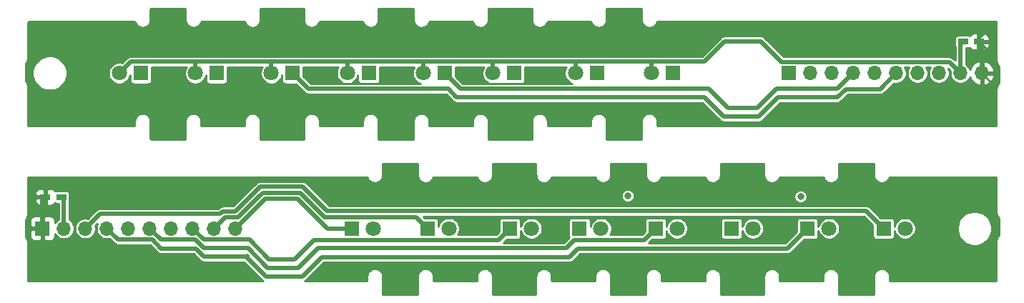
<source format=gtl>
G04 #@! TF.GenerationSoftware,KiCad,Pcbnew,(5.1.6-0-10_14)*
G04 #@! TF.CreationDate,2021-06-29T11:03:13+09:00*
G04 #@! TF.ProjectId,qPCR-panel_led_20210629,71504352-2d70-4616-9e65-6c5f6c65645f,rev?*
G04 #@! TF.SameCoordinates,Original*
G04 #@! TF.FileFunction,Copper,L1,Top*
G04 #@! TF.FilePolarity,Positive*
%FSLAX46Y46*%
G04 Gerber Fmt 4.6, Leading zero omitted, Abs format (unit mm)*
G04 Created by KiCad (PCBNEW (5.1.6-0-10_14)) date 2021-06-29 11:03:13*
%MOMM*%
%LPD*%
G01*
G04 APERTURE LIST*
G04 #@! TA.AperFunction,ComponentPad*
%ADD10R,1.800000X1.800000*%
G04 #@! TD*
G04 #@! TA.AperFunction,ComponentPad*
%ADD11C,1.800000*%
G04 #@! TD*
G04 #@! TA.AperFunction,ComponentPad*
%ADD12R,1.700000X1.700000*%
G04 #@! TD*
G04 #@! TA.AperFunction,ComponentPad*
%ADD13O,1.700000X1.700000*%
G04 #@! TD*
G04 #@! TA.AperFunction,SMDPad,CuDef*
%ADD14R,1.200000X0.750000*%
G04 #@! TD*
G04 #@! TA.AperFunction,ViaPad*
%ADD15C,0.800000*%
G04 #@! TD*
G04 #@! TA.AperFunction,Conductor*
%ADD16C,0.508000*%
G04 #@! TD*
G04 #@! TA.AperFunction,Conductor*
%ADD17C,0.250000*%
G04 #@! TD*
G04 #@! TA.AperFunction,Conductor*
%ADD18C,0.254000*%
G04 #@! TD*
G04 APERTURE END LIST*
D10*
X182230000Y-71122000D03*
D11*
X184770000Y-71122000D03*
X175770000Y-71122000D03*
D10*
X173230000Y-71122000D03*
X164230000Y-71122000D03*
D11*
X166770000Y-71122000D03*
X157770000Y-71122000D03*
D10*
X155230000Y-71122000D03*
X146230000Y-71122000D03*
D11*
X148770000Y-71122000D03*
X140540000Y-71122000D03*
D10*
X138000000Y-71122000D03*
X128230000Y-71122000D03*
D11*
X130770000Y-71122000D03*
X121770000Y-71122000D03*
D10*
X119230000Y-71122000D03*
D12*
X82634254Y-71122000D03*
D13*
X85174254Y-71122000D03*
X87714254Y-71122000D03*
X90254254Y-71122000D03*
X92794254Y-71122000D03*
X95334254Y-71122000D03*
X97874254Y-71122000D03*
X100414254Y-71122000D03*
X102954254Y-71122000D03*
X105494254Y-71122000D03*
D14*
X82980000Y-67392000D03*
X84880000Y-67392000D03*
X193520000Y-48992000D03*
X191620000Y-48992000D03*
D10*
X94270000Y-52722000D03*
D11*
X91730000Y-52722000D03*
X100730000Y-52722000D03*
D10*
X103270000Y-52722000D03*
X112270000Y-52722000D03*
D11*
X109730000Y-52722000D03*
X118730000Y-52722000D03*
D10*
X121270000Y-52722000D03*
X130270000Y-52722000D03*
D11*
X127730000Y-52722000D03*
X135960000Y-52722000D03*
D10*
X138500000Y-52722000D03*
X148270000Y-52722000D03*
D11*
X145730000Y-52722000D03*
X154730000Y-52722000D03*
D10*
X157270000Y-52722000D03*
D12*
X171005746Y-52722000D03*
D13*
X173545746Y-52722000D03*
X176085746Y-52722000D03*
X178625746Y-52722000D03*
X181165746Y-52722000D03*
X183705746Y-52722000D03*
X186245746Y-52722000D03*
X188785746Y-52722000D03*
X191325746Y-52722000D03*
X193865746Y-52722000D03*
D15*
X151930000Y-67240000D03*
X172400000Y-67340000D03*
X81500000Y-65500000D03*
X86500000Y-65500000D03*
X91500000Y-65500000D03*
X96500000Y-65500000D03*
X101500000Y-65500000D03*
X106500000Y-65500000D03*
X104000000Y-67500000D03*
X99000000Y-67000000D03*
X94000000Y-67000000D03*
X89000000Y-67000000D03*
X86500000Y-68500000D03*
X91500000Y-68500000D03*
X96500000Y-68500000D03*
X101500000Y-68000000D03*
X81500000Y-68500000D03*
X81500000Y-73000000D03*
X81500000Y-77000000D03*
X86500000Y-73000000D03*
X86500000Y-77000000D03*
X91500000Y-77000000D03*
X96500000Y-77000000D03*
X101500000Y-77000000D03*
X106500000Y-77000000D03*
X84000000Y-75000000D03*
X89000000Y-75000000D03*
X94000000Y-75000000D03*
X99000000Y-76000000D03*
X104000000Y-76000000D03*
X90000000Y-73500000D03*
X115000000Y-77000000D03*
X120500000Y-77000000D03*
X118000000Y-75500000D03*
X126500000Y-78500000D03*
X123500000Y-78500000D03*
X125000000Y-75500000D03*
X129500000Y-76000000D03*
X133500000Y-76000000D03*
X136500000Y-78500000D03*
X140500000Y-78500000D03*
X138000000Y-75500000D03*
X143500000Y-76000000D03*
X147500000Y-76000000D03*
X150500000Y-78500000D03*
X153500000Y-78500000D03*
X152000000Y-75500000D03*
X156500000Y-76000000D03*
X160500000Y-76000000D03*
X163500000Y-78500000D03*
X167500000Y-78500000D03*
X165500000Y-75500000D03*
X170500000Y-76000000D03*
X174500000Y-76000000D03*
X177500000Y-78500000D03*
X180500000Y-78500000D03*
X179000000Y-75500000D03*
X183500000Y-77000000D03*
X195000000Y-77000000D03*
X191000000Y-77000000D03*
X187000000Y-77000000D03*
X185000000Y-74500000D03*
X189000000Y-74500000D03*
X193000000Y-74500000D03*
X187000000Y-72000000D03*
X190500000Y-72000000D03*
X189000000Y-69500000D03*
X195000000Y-65500000D03*
X191000000Y-65500000D03*
X187000000Y-65500000D03*
X183500000Y-65500000D03*
X193000000Y-68000000D03*
X185000000Y-68000000D03*
X180500000Y-64500000D03*
X177500000Y-64500000D03*
X167500000Y-64500000D03*
X163500000Y-64500000D03*
X153500000Y-64500000D03*
X150500000Y-64500000D03*
X140500000Y-64500000D03*
X136500000Y-64500000D03*
X126500000Y-64500000D03*
X123500000Y-64500000D03*
X115500000Y-65500000D03*
X120000000Y-65500000D03*
X118000000Y-67500000D03*
X125000000Y-67500000D03*
X129000000Y-66000000D03*
X134000000Y-66000000D03*
X137480000Y-67820000D03*
X143000000Y-66000000D03*
X148000000Y-66000000D03*
X156500000Y-66000000D03*
X161000000Y-66000000D03*
X170000000Y-66000000D03*
X175000000Y-66000000D03*
X178980000Y-67700000D03*
X169500000Y-71500000D03*
X174500000Y-73000000D03*
X159500000Y-71000000D03*
X162000000Y-71000000D03*
X180500000Y-71000000D03*
X178000000Y-72500000D03*
X171500000Y-71000000D03*
X153000000Y-71000000D03*
X151000000Y-71000000D03*
X144000000Y-71000000D03*
X142500000Y-71500000D03*
X136000000Y-71000000D03*
X132500000Y-71500000D03*
X124570000Y-48840000D03*
X104100000Y-48940000D03*
X195000000Y-47100000D03*
X190000000Y-47100000D03*
X185000000Y-47100000D03*
X180000000Y-47100000D03*
X175000000Y-47100000D03*
X170000000Y-47100000D03*
X172500000Y-49100000D03*
X177500000Y-48600000D03*
X182500000Y-48600000D03*
X187500000Y-48600000D03*
X190000000Y-50100000D03*
X185000000Y-50100000D03*
X180000000Y-50100000D03*
X175000000Y-49600000D03*
X195000000Y-50100000D03*
X195000000Y-54600000D03*
X195000000Y-58600000D03*
X190000000Y-54600000D03*
X190000000Y-58600000D03*
X185000000Y-58600000D03*
X180000000Y-58600000D03*
X175000000Y-58600000D03*
X170000000Y-58600000D03*
X192500000Y-56600000D03*
X187500000Y-56600000D03*
X182500000Y-56600000D03*
X177500000Y-57600000D03*
X172500000Y-57600000D03*
X186500000Y-55100000D03*
X161500000Y-58600000D03*
X156000000Y-58600000D03*
X158500000Y-57100000D03*
X150000000Y-60100000D03*
X153000000Y-60100000D03*
X151500000Y-57100000D03*
X147000000Y-57600000D03*
X143000000Y-57600000D03*
X140000000Y-60100000D03*
X136000000Y-60100000D03*
X138500000Y-57100000D03*
X133000000Y-57600000D03*
X129000000Y-57600000D03*
X126000000Y-60100000D03*
X123000000Y-60100000D03*
X124500000Y-57100000D03*
X120000000Y-57600000D03*
X116000000Y-57600000D03*
X113000000Y-60100000D03*
X109000000Y-60100000D03*
X111000000Y-57100000D03*
X106000000Y-57600000D03*
X102000000Y-57600000D03*
X99000000Y-60100000D03*
X96000000Y-60100000D03*
X97500000Y-57100000D03*
X93000000Y-58600000D03*
X81500000Y-58600000D03*
X85500000Y-58600000D03*
X89500000Y-58600000D03*
X91500000Y-56100000D03*
X87500000Y-56100000D03*
X83500000Y-56100000D03*
X89500000Y-53600000D03*
X86000000Y-53600000D03*
X87500000Y-51100000D03*
X81500000Y-47100000D03*
X85500000Y-47100000D03*
X89500000Y-47100000D03*
X93000000Y-47100000D03*
X83500000Y-49600000D03*
X91500000Y-49600000D03*
X96000000Y-46100000D03*
X99000000Y-46100000D03*
X109000000Y-46100000D03*
X113000000Y-46100000D03*
X123000000Y-46100000D03*
X126000000Y-46100000D03*
X136000000Y-46100000D03*
X140000000Y-46100000D03*
X150000000Y-46100000D03*
X153000000Y-46100000D03*
X161000000Y-47100000D03*
X156500000Y-47100000D03*
X158500000Y-49100000D03*
X151500000Y-49100000D03*
X147500000Y-47600000D03*
X142500000Y-47600000D03*
X139020000Y-49420000D03*
X133500000Y-47600000D03*
X128500000Y-47600000D03*
X120000000Y-47600000D03*
X115500000Y-47600000D03*
X106500000Y-47600000D03*
X101500000Y-47600000D03*
X97520000Y-49300000D03*
X107000000Y-53100000D03*
X102000000Y-54600000D03*
X117000000Y-52600000D03*
X114500000Y-52600000D03*
X96000000Y-52600000D03*
X98500000Y-54100000D03*
X105000000Y-52600000D03*
X123500000Y-52600000D03*
X125500000Y-52600000D03*
X132500000Y-52600000D03*
X134000000Y-53100000D03*
X140500000Y-52600000D03*
X144000000Y-53100000D03*
D16*
X82634254Y-67737746D02*
X82980000Y-67392000D01*
X82634254Y-71122000D02*
X82634254Y-67737746D01*
D17*
X81500000Y-47100000D02*
X83500000Y-49100000D01*
X83500000Y-49100000D02*
X83500000Y-49600000D01*
X85500000Y-47100000D02*
X83500000Y-49100000D01*
X85500000Y-47100000D02*
X89500000Y-47100000D01*
X89500000Y-47600000D02*
X89500000Y-47100000D01*
X93000000Y-48100000D02*
X91500000Y-49600000D01*
X93000000Y-47100000D02*
X93000000Y-48100000D01*
X96000000Y-46600000D02*
X96000000Y-46100000D01*
X99000000Y-46100000D02*
X97500000Y-47600000D01*
X97500000Y-47600000D02*
X97500000Y-48100000D01*
X97500000Y-48100000D02*
X96000000Y-46600000D01*
X97520000Y-48120000D02*
X97500000Y-48100000D01*
X81500000Y-58600000D02*
X83500000Y-56600000D01*
X83500000Y-56600000D02*
X83500000Y-56100000D01*
X85500000Y-58600000D02*
X83500000Y-56600000D01*
X89500000Y-58600000D02*
X87500000Y-56600000D01*
X87500000Y-56600000D02*
X87500000Y-56100000D01*
X85500000Y-58600000D02*
X87500000Y-56600000D01*
X87500000Y-55100000D02*
X86000000Y-53600000D01*
X87500000Y-56100000D02*
X87500000Y-55100000D01*
X86000000Y-52600000D02*
X87500000Y-51100000D01*
X86000000Y-53600000D02*
X86000000Y-52600000D01*
X88000000Y-55100000D02*
X87500000Y-55100000D01*
X89500000Y-53600000D02*
X88000000Y-55100000D01*
X91500000Y-55600000D02*
X91500000Y-56100000D01*
X89500000Y-53600000D02*
X91500000Y-55600000D01*
X93000000Y-57600000D02*
X91500000Y-56100000D01*
X93000000Y-58600000D02*
X93000000Y-57600000D01*
X92500000Y-57100000D02*
X91500000Y-56100000D01*
X97500000Y-57100000D02*
X92500000Y-57100000D01*
X97000000Y-52600000D02*
X98500000Y-54100000D01*
X96000000Y-52600000D02*
X97000000Y-52600000D01*
X98500000Y-56100000D02*
X97500000Y-57100000D01*
X98500000Y-54100000D02*
X98500000Y-56100000D01*
X93000000Y-47100000D02*
X94480000Y-48580000D01*
X94480000Y-48580000D02*
X97520000Y-48580000D01*
X97520000Y-48580000D02*
X97520000Y-48120000D01*
X97520000Y-49300000D02*
X97520000Y-48580000D01*
X87500000Y-51100000D02*
X90000000Y-48600000D01*
X90000000Y-48100000D02*
X89500000Y-47600000D01*
X90000000Y-48600000D02*
X90000000Y-48100000D01*
X91500000Y-49600000D02*
X90000000Y-48100000D01*
X97500000Y-60100000D02*
X99000000Y-60100000D01*
X97500000Y-57100000D02*
X97500000Y-60100000D01*
X96000000Y-60100000D02*
X97500000Y-60100000D01*
X102000000Y-57600000D02*
X102000000Y-54600000D01*
X101500000Y-54100000D02*
X102000000Y-54600000D01*
X98500000Y-54100000D02*
X101500000Y-54100000D01*
X106000000Y-57600000D02*
X102000000Y-57600000D01*
X99934315Y-47600000D02*
X101500000Y-47600000D01*
X99000000Y-46665685D02*
X99934315Y-47600000D01*
X99000000Y-46100000D02*
X99000000Y-46665685D01*
X101500000Y-47600000D02*
X106500000Y-47600000D01*
X105000000Y-53377002D02*
X105000000Y-52600000D01*
X103777002Y-54600000D02*
X105000000Y-53377002D01*
X102000000Y-54600000D02*
X103777002Y-54600000D01*
X105500000Y-53100000D02*
X105000000Y-52600000D01*
X107000000Y-53100000D02*
X105500000Y-53100000D01*
X110899999Y-57200001D02*
X111000000Y-57100000D01*
X106399999Y-57200001D02*
X110899999Y-57200001D01*
X106000000Y-57600000D02*
X106399999Y-57200001D01*
X111000000Y-60100000D02*
X113000000Y-60100000D01*
X111000000Y-57100000D02*
X111000000Y-60100000D01*
X109000000Y-60100000D02*
X111000000Y-60100000D01*
X115500000Y-57100000D02*
X116000000Y-57600000D01*
X111000000Y-57100000D02*
X115500000Y-57100000D01*
X114500000Y-52600000D02*
X117000000Y-52600000D01*
X116000000Y-57600000D02*
X120000000Y-57600000D01*
X120500000Y-57100000D02*
X124500000Y-57100000D01*
X120000000Y-57600000D02*
X120500000Y-57100000D01*
X124500000Y-57100000D02*
X124500000Y-60100000D01*
X124500000Y-60100000D02*
X126000000Y-60100000D01*
X123000000Y-60100000D02*
X124500000Y-60100000D01*
X123500000Y-52600000D02*
X125500000Y-52600000D01*
X118141999Y-53947001D02*
X117000000Y-52805002D01*
X119318001Y-53947001D02*
X118141999Y-53947001D01*
X119665002Y-53600000D02*
X119318001Y-53947001D01*
X119762998Y-53600000D02*
X119665002Y-53600000D01*
X120109999Y-53947001D02*
X119762998Y-53600000D01*
X117000000Y-52805002D02*
X117000000Y-52600000D01*
X122718684Y-53947001D02*
X120109999Y-53947001D01*
X123500000Y-53165685D02*
X122718684Y-53947001D01*
X123500000Y-52600000D02*
X123500000Y-53165685D01*
X109000000Y-46665685D02*
X109000000Y-46100000D01*
X108065685Y-47600000D02*
X109000000Y-46665685D01*
X106500000Y-47600000D02*
X108065685Y-47600000D01*
X109000000Y-46100000D02*
X113000000Y-46100000D01*
X113934315Y-47600000D02*
X115500000Y-47600000D01*
X113000000Y-46665685D02*
X113934315Y-47600000D01*
X113000000Y-46100000D02*
X113000000Y-46665685D01*
X115500000Y-47600000D02*
X120000000Y-47600000D01*
X122065685Y-47600000D02*
X123000000Y-46665685D01*
X123000000Y-46665685D02*
X123000000Y-46100000D01*
X120000000Y-47600000D02*
X122065685Y-47600000D01*
X123000000Y-46100000D02*
X126000000Y-46100000D01*
X126000000Y-46665685D02*
X126934315Y-47600000D01*
X126934315Y-47600000D02*
X128500000Y-47600000D01*
X126000000Y-46100000D02*
X126000000Y-46665685D01*
X128500000Y-47600000D02*
X133500000Y-47600000D01*
X136000000Y-46665685D02*
X136000000Y-46100000D01*
X135065685Y-47600000D02*
X136000000Y-46665685D01*
X133500000Y-47600000D02*
X135065685Y-47600000D01*
X140000000Y-46100000D02*
X136000000Y-46100000D01*
X140000000Y-48440000D02*
X139020000Y-49420000D01*
X142500000Y-47600000D02*
X140000000Y-47600000D01*
X140000000Y-47600000D02*
X140000000Y-48440000D01*
X140000000Y-46100000D02*
X140000000Y-47600000D01*
X139718684Y-53947001D02*
X134847001Y-53947001D01*
X140500000Y-53165685D02*
X139718684Y-53947001D01*
X134847001Y-53947001D02*
X134000000Y-53100000D01*
X140500000Y-52600000D02*
X140500000Y-53165685D01*
X133000000Y-53100000D02*
X132500000Y-52600000D01*
X134000000Y-53100000D02*
X133000000Y-53100000D01*
X143500000Y-52600000D02*
X144000000Y-53100000D01*
X140500000Y-52600000D02*
X143500000Y-52600000D01*
X136000000Y-59600000D02*
X136000000Y-60100000D01*
X138500000Y-57100000D02*
X136000000Y-59600000D01*
X133000000Y-57600000D02*
X129000000Y-57600000D01*
X124600001Y-57200001D02*
X124500000Y-57100000D01*
X128600001Y-57200001D02*
X124600001Y-57200001D01*
X129000000Y-57600000D02*
X128600001Y-57200001D01*
X133500000Y-57100000D02*
X138500000Y-57100000D01*
X133000000Y-57600000D02*
X133500000Y-57100000D01*
X138500000Y-58600000D02*
X140000000Y-60100000D01*
X138500000Y-57100000D02*
X138500000Y-58600000D01*
X142500000Y-57100000D02*
X138500000Y-57100000D01*
X143000000Y-57600000D02*
X142500000Y-57100000D01*
X143000000Y-57600000D02*
X147000000Y-57600000D01*
X147500000Y-57100000D02*
X151500000Y-57100000D01*
X147000000Y-57600000D02*
X147500000Y-57100000D01*
X151500000Y-58600000D02*
X150000000Y-60100000D01*
X151500000Y-57100000D02*
X151500000Y-58600000D01*
X153000000Y-60100000D02*
X151500000Y-58600000D01*
X154500000Y-57100000D02*
X151500000Y-57100000D01*
X156000000Y-58600000D02*
X154500000Y-57100000D01*
X157500000Y-57100000D02*
X156000000Y-58600000D01*
X158500000Y-57100000D02*
X157500000Y-57100000D01*
X160000000Y-58600000D02*
X158500000Y-57100000D01*
X161500000Y-58600000D02*
X160000000Y-58600000D01*
X142500000Y-47600000D02*
X147500000Y-47600000D01*
X150000000Y-47600000D02*
X151500000Y-49100000D01*
X147500000Y-47600000D02*
X150000000Y-47600000D01*
X150000000Y-46100000D02*
X150000000Y-47600000D01*
X150000000Y-46100000D02*
X153000000Y-46100000D01*
X156100001Y-47499999D02*
X156500000Y-47100000D01*
X153000000Y-46665685D02*
X153834314Y-47499999D01*
X153834314Y-47499999D02*
X156100001Y-47499999D01*
X153000000Y-46100000D02*
X153000000Y-46665685D01*
X158500000Y-49100000D02*
X156500000Y-47100000D01*
X160500000Y-47100000D02*
X161000000Y-47100000D01*
X158500000Y-49100000D02*
X160500000Y-47100000D01*
X161000000Y-47100000D02*
X170000000Y-47100000D01*
X170000000Y-47100000D02*
X171000000Y-47100000D01*
X172500000Y-48600000D02*
X172500000Y-49100000D01*
X171000000Y-47100000D02*
X172500000Y-48600000D01*
X174500000Y-49100000D02*
X175000000Y-49600000D01*
X172500000Y-49100000D02*
X174500000Y-49100000D01*
X175000000Y-47100000D02*
X175000000Y-49600000D01*
X176000000Y-48600000D02*
X175000000Y-49600000D01*
X177500000Y-48600000D02*
X176000000Y-48600000D01*
X179000000Y-47100000D02*
X177500000Y-48600000D01*
X180000000Y-47100000D02*
X179000000Y-47100000D01*
X179000000Y-50100000D02*
X177500000Y-48600000D01*
X180000000Y-50100000D02*
X179000000Y-50100000D01*
X181000000Y-47100000D02*
X182500000Y-48600000D01*
X180000000Y-47100000D02*
X181000000Y-47100000D01*
X183500000Y-48600000D02*
X185000000Y-47100000D01*
X182500000Y-48600000D02*
X183500000Y-48600000D01*
X185000000Y-50100000D02*
X183500000Y-48600000D01*
X183500000Y-48600000D02*
X187500000Y-48600000D01*
X187500000Y-48600000D02*
X188500000Y-48600000D01*
X190000000Y-50100000D02*
X188500000Y-48600000D01*
X190000000Y-47100000D02*
X195000000Y-47100000D01*
X188500000Y-48600000D02*
X190000000Y-47100000D01*
X194628000Y-50100000D02*
X193520000Y-48992000D01*
X195000000Y-50100000D02*
X194628000Y-50100000D01*
X193520000Y-48580000D02*
X193520000Y-48992000D01*
X195000000Y-47100000D02*
X193520000Y-48580000D01*
D16*
X193865746Y-49337746D02*
X193520000Y-48992000D01*
X193865746Y-52722000D02*
X193865746Y-49337746D01*
D17*
X195000000Y-53856254D02*
X193865746Y-52722000D01*
X195000000Y-54600000D02*
X195000000Y-53856254D01*
X193000000Y-56600000D02*
X192500000Y-56600000D01*
X195000000Y-58600000D02*
X193000000Y-56600000D01*
X194500000Y-54600000D02*
X195000000Y-54600000D01*
X192500000Y-56600000D02*
X194500000Y-54600000D01*
X190500000Y-58600000D02*
X190000000Y-58600000D01*
X192500000Y-56600000D02*
X190500000Y-58600000D01*
X192000000Y-56600000D02*
X192500000Y-56600000D01*
X190000000Y-54600000D02*
X192000000Y-56600000D01*
X189500000Y-54600000D02*
X190000000Y-54600000D01*
X187500000Y-56600000D02*
X189500000Y-54600000D01*
X186500000Y-55600000D02*
X187500000Y-56600000D01*
X186500000Y-55100000D02*
X186500000Y-55600000D01*
X185500000Y-58600000D02*
X185000000Y-58600000D01*
X187500000Y-56600000D02*
X185500000Y-58600000D01*
X183000000Y-56600000D02*
X182500000Y-56600000D01*
X185000000Y-58600000D02*
X183000000Y-56600000D01*
X180500000Y-58600000D02*
X180000000Y-58600000D01*
X182500000Y-56600000D02*
X180500000Y-58600000D01*
X178500000Y-58600000D02*
X177500000Y-57600000D01*
X180000000Y-58600000D02*
X178500000Y-58600000D01*
X176500000Y-58600000D02*
X177500000Y-57600000D01*
X175000000Y-58600000D02*
X176500000Y-58600000D01*
X171500000Y-58600000D02*
X172500000Y-57600000D01*
X170000000Y-58600000D02*
X171500000Y-58600000D01*
X174000000Y-57600000D02*
X175000000Y-58600000D01*
X172500000Y-57600000D02*
X174000000Y-57600000D01*
D16*
X85174254Y-67686254D02*
X84880000Y-67392000D01*
X85174254Y-71122000D02*
X85174254Y-67686254D01*
X93084001Y-51367999D02*
X91730000Y-52722000D01*
X170155999Y-51417999D02*
X167670000Y-48932000D01*
X190021745Y-51417999D02*
X170155999Y-51417999D01*
X163420000Y-48932000D02*
X160984001Y-51367999D01*
X167670000Y-48932000D02*
X163420000Y-48932000D01*
X191325746Y-52722000D02*
X190021745Y-51417999D01*
X100730000Y-51552000D02*
X100914001Y-51367999D01*
X100730000Y-52722000D02*
X100730000Y-51552000D01*
X100914001Y-51367999D02*
X93084001Y-51367999D01*
X109730000Y-51373998D02*
X109724001Y-51367999D01*
X109730000Y-52722000D02*
X109730000Y-51373998D01*
X109724001Y-51367999D02*
X100914001Y-51367999D01*
X118730000Y-51533998D02*
X118564001Y-51367999D01*
X118730000Y-52722000D02*
X118730000Y-51533998D01*
X118564001Y-51367999D02*
X109724001Y-51367999D01*
X135960000Y-51522000D02*
X135805999Y-51367999D01*
X135960000Y-52722000D02*
X135960000Y-51522000D01*
X145730000Y-51473998D02*
X145624001Y-51367999D01*
X145730000Y-52722000D02*
X145730000Y-51473998D01*
X145624001Y-51367999D02*
X135805999Y-51367999D01*
X154730000Y-51592000D02*
X154954001Y-51367999D01*
X154730000Y-52722000D02*
X154730000Y-51592000D01*
X154954001Y-51367999D02*
X145624001Y-51367999D01*
X160984001Y-51367999D02*
X154954001Y-51367999D01*
X127730000Y-51370000D02*
X127732001Y-51367999D01*
X127732001Y-51367999D02*
X118564001Y-51367999D01*
X127730000Y-52722000D02*
X127730000Y-51370000D01*
X135805999Y-51367999D02*
X127732001Y-51367999D01*
X191325746Y-49286254D02*
X191620000Y-48992000D01*
X191325746Y-52722000D02*
X191325746Y-49286254D01*
X116340543Y-69059989D02*
X180167989Y-69059989D01*
X113446534Y-66165980D02*
X116340543Y-69059989D01*
X108447720Y-66165980D02*
X113446534Y-66165980D01*
X103964988Y-69109989D02*
X105503713Y-69109989D01*
X105503713Y-69109989D02*
X108447720Y-66165980D01*
X180167989Y-69059989D02*
X182230000Y-71122000D01*
X103704977Y-69370000D02*
X103964988Y-69109989D01*
X89466254Y-69370000D02*
X103704977Y-69370000D01*
X87714254Y-71122000D02*
X89466254Y-69370000D01*
X106880000Y-74364555D02*
X106880000Y-74364552D01*
X115680000Y-74500000D02*
X145030000Y-74500000D01*
X100779702Y-73490000D02*
X101779702Y-74490000D01*
X106770000Y-74490000D02*
X109070000Y-76790000D01*
X170852000Y-73500000D02*
X173230000Y-71122000D01*
X113390000Y-76790000D02*
X115680000Y-74500000D01*
X101779702Y-74490000D02*
X106770000Y-74490000D01*
X95636979Y-72426001D02*
X96700978Y-73490000D01*
X146030000Y-73500000D02*
X170852000Y-73500000D01*
X145030000Y-74500000D02*
X146030000Y-73500000D01*
X96700978Y-73490000D02*
X100779702Y-73490000D01*
X90254254Y-71122000D02*
X91558255Y-72426001D01*
X91558255Y-72426001D02*
X95636979Y-72426001D01*
X109070000Y-76790000D02*
X113390000Y-76790000D01*
X153875999Y-72476001D02*
X155230000Y-71122000D01*
X144630000Y-73460000D02*
X145613999Y-72476001D01*
X109286725Y-75770000D02*
X112960000Y-75770000D01*
X145613999Y-72476001D02*
X153875999Y-72476001D01*
X100716979Y-72426001D02*
X101750978Y-73460000D01*
X112960000Y-75770000D02*
X115270000Y-73460000D01*
X106976725Y-73460000D02*
X109286725Y-75770000D01*
X96638255Y-72426001D02*
X100716979Y-72426001D01*
X115270000Y-73460000D02*
X144630000Y-73460000D01*
X101750978Y-73460000D02*
X106976725Y-73460000D01*
X95334254Y-71122000D02*
X96638255Y-72426001D01*
X138000000Y-71122000D02*
X137950000Y-71122000D01*
X114787921Y-72476001D02*
X136645999Y-72476001D01*
X112513922Y-74750000D02*
X114787921Y-72476001D01*
X109486078Y-74750000D02*
X112513922Y-74750000D01*
X107162079Y-72426001D02*
X109486078Y-74750000D01*
X101718255Y-72426001D02*
X107162079Y-72426001D01*
X136645999Y-72476001D02*
X138000000Y-71122000D01*
X100414254Y-71122000D02*
X101718255Y-72426001D01*
X105796979Y-69817999D02*
X104258255Y-69817999D01*
X104258255Y-69817999D02*
X102954254Y-71122000D01*
X128230000Y-71122000D02*
X126875999Y-69767999D01*
X116047275Y-69767999D02*
X113153267Y-66873990D01*
X108740987Y-66873990D02*
X108326244Y-67288734D01*
X108326244Y-67288734D02*
X105796979Y-69817999D01*
X113153267Y-66873990D02*
X108740987Y-66873990D01*
X126875999Y-69767999D02*
X116047275Y-69767999D01*
X119230000Y-71122000D02*
X116400000Y-71122000D01*
X116400000Y-71122000D02*
X112860000Y-67582000D01*
X109034254Y-67582000D02*
X105494254Y-71122000D01*
X112860000Y-67582000D02*
X109034254Y-67582000D01*
X131670000Y-55580000D02*
X130680000Y-54590000D01*
X167440000Y-57880000D02*
X163330000Y-57880000D01*
X176769022Y-55580000D02*
X169740000Y-55580000D01*
X163330000Y-57880000D02*
X161030000Y-55580000D01*
X177739511Y-54609511D02*
X176769022Y-55580000D01*
X161030000Y-55580000D02*
X131670000Y-55580000D01*
X169740000Y-55580000D02*
X167440000Y-57880000D01*
X114138000Y-54590000D02*
X112270000Y-52722000D01*
X181818235Y-54609511D02*
X177739511Y-54609511D01*
X130680000Y-54590000D02*
X114138000Y-54590000D01*
X183705746Y-52722000D02*
X181818235Y-54609511D01*
X132128000Y-54580000D02*
X130270000Y-52722000D01*
X161500000Y-54580000D02*
X132128000Y-54580000D01*
X163780000Y-56860000D02*
X161500000Y-54580000D01*
X169540000Y-54560000D02*
X167240000Y-56860000D01*
X176787746Y-54560000D02*
X169540000Y-54560000D01*
X167240000Y-56860000D02*
X163780000Y-56860000D01*
X178625746Y-52722000D02*
X176787746Y-54560000D01*
D18*
G36*
X127013000Y-63434341D02*
G01*
X127025504Y-63438116D01*
X127037042Y-63444251D01*
X127047162Y-63452505D01*
X127055491Y-63462573D01*
X127061704Y-63474064D01*
X127065566Y-63486540D01*
X127069000Y-63519211D01*
X127069001Y-64821808D01*
X127070069Y-64832650D01*
X127072113Y-64872998D01*
X127076394Y-64901645D01*
X127078920Y-64930495D01*
X127080069Y-64936402D01*
X127099362Y-65032059D01*
X127110776Y-65069387D01*
X127121683Y-65106921D01*
X127123957Y-65112493D01*
X127161461Y-65202581D01*
X127179900Y-65236967D01*
X127197903Y-65271693D01*
X127201216Y-65276717D01*
X127255505Y-65357804D01*
X127280300Y-65387987D01*
X127304669Y-65418511D01*
X127308894Y-65422795D01*
X127308899Y-65422801D01*
X127308905Y-65422806D01*
X127377899Y-65491795D01*
X127408065Y-65516572D01*
X127437926Y-65541804D01*
X127442895Y-65545180D01*
X127442900Y-65545184D01*
X127442904Y-65545186D01*
X127523996Y-65599467D01*
X127558394Y-65617909D01*
X127592589Y-65636862D01*
X127598129Y-65639213D01*
X127688222Y-65676710D01*
X127725557Y-65688123D01*
X127762771Y-65700069D01*
X127768655Y-65701298D01*
X127768663Y-65701300D01*
X127768671Y-65701301D01*
X127864319Y-65720583D01*
X127903167Y-65724528D01*
X127941991Y-65729018D01*
X127947995Y-65729080D01*
X127948006Y-65729081D01*
X127948016Y-65729080D01*
X128045592Y-65729416D01*
X128084458Y-65725741D01*
X128123414Y-65722605D01*
X128129325Y-65721498D01*
X128129335Y-65721497D01*
X128129344Y-65721494D01*
X128225119Y-65702874D01*
X128262576Y-65691706D01*
X128300144Y-65681074D01*
X128305721Y-65678843D01*
X128305729Y-65678841D01*
X128305736Y-65678838D01*
X128396080Y-65641964D01*
X128430628Y-65623747D01*
X128465440Y-65606007D01*
X128470483Y-65602732D01*
X128470486Y-65602730D01*
X128470488Y-65602728D01*
X128551950Y-65549009D01*
X128582302Y-65524428D01*
X128613003Y-65500267D01*
X128617313Y-65496075D01*
X128617319Y-65496070D01*
X128617324Y-65496065D01*
X128686796Y-65427550D01*
X128711788Y-65397552D01*
X128737223Y-65367873D01*
X128740640Y-65362919D01*
X128795485Y-65282208D01*
X128814172Y-65247930D01*
X128833357Y-65213879D01*
X128835746Y-65208356D01*
X128835748Y-65208353D01*
X128835750Y-65208346D01*
X128873871Y-65118529D01*
X128873874Y-65118520D01*
X128895484Y-65067603D01*
X128902828Y-65056796D01*
X128912128Y-65047625D01*
X128923033Y-65040433D01*
X128935128Y-65035496D01*
X128958728Y-65030908D01*
X128964411Y-65030640D01*
X134024670Y-65030640D01*
X134058746Y-65033981D01*
X134071250Y-65037756D01*
X134082788Y-65043891D01*
X134092908Y-65052145D01*
X134101237Y-65062213D01*
X134112674Y-65083365D01*
X134118120Y-65098248D01*
X134118154Y-65098320D01*
X134118640Y-65099661D01*
X134136199Y-65147132D01*
X134148846Y-65173180D01*
X134159881Y-65199952D01*
X134162744Y-65205246D01*
X134209754Y-65290759D01*
X134231828Y-65322998D01*
X134253443Y-65355530D01*
X134257279Y-65360167D01*
X134320004Y-65434919D01*
X134347897Y-65462234D01*
X134375437Y-65489967D01*
X134380101Y-65493770D01*
X134456151Y-65554916D01*
X134488812Y-65576289D01*
X134521224Y-65598151D01*
X134526533Y-65600973D01*
X134526537Y-65600976D01*
X134526541Y-65600978D01*
X134613017Y-65646186D01*
X134649240Y-65660821D01*
X134685245Y-65675956D01*
X134691006Y-65677696D01*
X134784617Y-65705248D01*
X134822987Y-65712567D01*
X134861258Y-65720423D01*
X134867241Y-65721009D01*
X134867244Y-65721010D01*
X134867247Y-65721010D01*
X134964430Y-65729854D01*
X135003492Y-65729581D01*
X135042553Y-65729854D01*
X135048542Y-65729267D01*
X135048546Y-65729267D01*
X135145591Y-65719067D01*
X135183821Y-65711219D01*
X135222227Y-65703893D01*
X135227989Y-65702153D01*
X135321208Y-65673297D01*
X135357225Y-65658157D01*
X135393440Y-65643525D01*
X135398744Y-65640705D01*
X135398752Y-65640701D01*
X135398759Y-65640696D01*
X135484592Y-65594287D01*
X135516965Y-65572450D01*
X135549663Y-65551053D01*
X135554326Y-65547250D01*
X135629515Y-65485048D01*
X135657036Y-65457335D01*
X135684948Y-65430001D01*
X135688784Y-65425364D01*
X135688787Y-65425361D01*
X135688789Y-65425357D01*
X135750460Y-65349743D01*
X135772082Y-65317200D01*
X135794150Y-65284970D01*
X135797013Y-65279676D01*
X135842825Y-65193515D01*
X135857710Y-65157400D01*
X135873098Y-65121498D01*
X135874875Y-65115756D01*
X135874879Y-65115746D01*
X135874881Y-65115735D01*
X135903082Y-65022332D01*
X135910669Y-64984017D01*
X135918792Y-64945799D01*
X135919421Y-64939813D01*
X135928943Y-64842696D01*
X135928943Y-64842692D01*
X135931000Y-64821808D01*
X135931000Y-63521076D01*
X135934341Y-63487000D01*
X135938116Y-63474496D01*
X135944251Y-63462958D01*
X135952505Y-63452838D01*
X135962573Y-63444509D01*
X135974064Y-63438296D01*
X135986540Y-63434434D01*
X136019211Y-63431000D01*
X140978924Y-63431000D01*
X141013000Y-63434341D01*
X141025504Y-63438116D01*
X141037042Y-63444251D01*
X141047162Y-63452505D01*
X141055491Y-63462573D01*
X141061704Y-63474064D01*
X141065566Y-63486540D01*
X141069000Y-63519211D01*
X141069001Y-64821808D01*
X141070069Y-64832650D01*
X141072113Y-64872998D01*
X141076394Y-64901645D01*
X141078920Y-64930495D01*
X141080069Y-64936402D01*
X141099362Y-65032059D01*
X141110776Y-65069387D01*
X141121683Y-65106921D01*
X141123957Y-65112493D01*
X141161461Y-65202581D01*
X141179900Y-65236967D01*
X141197903Y-65271693D01*
X141201216Y-65276717D01*
X141255505Y-65357804D01*
X141280300Y-65387987D01*
X141304669Y-65418511D01*
X141308894Y-65422795D01*
X141308899Y-65422801D01*
X141308905Y-65422806D01*
X141377899Y-65491795D01*
X141408065Y-65516572D01*
X141437926Y-65541804D01*
X141442895Y-65545180D01*
X141442900Y-65545184D01*
X141442904Y-65545186D01*
X141523996Y-65599467D01*
X141558394Y-65617909D01*
X141592589Y-65636862D01*
X141598129Y-65639213D01*
X141688222Y-65676710D01*
X141725557Y-65688123D01*
X141762771Y-65700069D01*
X141768655Y-65701298D01*
X141768663Y-65701300D01*
X141768671Y-65701301D01*
X141864319Y-65720583D01*
X141903167Y-65724528D01*
X141941991Y-65729018D01*
X141947995Y-65729080D01*
X141948006Y-65729081D01*
X141948016Y-65729080D01*
X142045592Y-65729416D01*
X142084458Y-65725741D01*
X142123414Y-65722605D01*
X142129325Y-65721498D01*
X142129335Y-65721497D01*
X142129344Y-65721494D01*
X142225119Y-65702874D01*
X142262576Y-65691706D01*
X142300144Y-65681074D01*
X142305721Y-65678843D01*
X142305729Y-65678841D01*
X142305736Y-65678838D01*
X142396080Y-65641964D01*
X142430628Y-65623747D01*
X142465440Y-65606007D01*
X142470483Y-65602732D01*
X142470486Y-65602730D01*
X142470488Y-65602728D01*
X142551950Y-65549009D01*
X142582302Y-65524428D01*
X142613003Y-65500267D01*
X142617313Y-65496075D01*
X142617319Y-65496070D01*
X142617324Y-65496065D01*
X142686796Y-65427550D01*
X142711788Y-65397552D01*
X142737223Y-65367873D01*
X142740640Y-65362919D01*
X142795485Y-65282208D01*
X142814172Y-65247930D01*
X142833357Y-65213879D01*
X142835746Y-65208356D01*
X142835748Y-65208353D01*
X142835750Y-65208346D01*
X142873871Y-65118529D01*
X142873874Y-65118520D01*
X142895484Y-65067603D01*
X142902828Y-65056796D01*
X142912128Y-65047625D01*
X142923033Y-65040433D01*
X142935128Y-65035496D01*
X142958728Y-65030908D01*
X142964411Y-65030640D01*
X148024670Y-65030640D01*
X148058746Y-65033981D01*
X148071250Y-65037756D01*
X148082788Y-65043891D01*
X148092908Y-65052145D01*
X148101237Y-65062213D01*
X148112674Y-65083365D01*
X148118120Y-65098248D01*
X148118154Y-65098320D01*
X148118640Y-65099661D01*
X148136199Y-65147132D01*
X148148846Y-65173180D01*
X148159881Y-65199952D01*
X148162744Y-65205246D01*
X148209754Y-65290759D01*
X148231828Y-65322998D01*
X148253443Y-65355530D01*
X148257279Y-65360167D01*
X148320004Y-65434919D01*
X148347897Y-65462234D01*
X148375437Y-65489967D01*
X148380101Y-65493770D01*
X148456151Y-65554916D01*
X148488812Y-65576289D01*
X148521224Y-65598151D01*
X148526533Y-65600973D01*
X148526537Y-65600976D01*
X148526541Y-65600978D01*
X148613017Y-65646186D01*
X148649240Y-65660821D01*
X148685245Y-65675956D01*
X148691006Y-65677696D01*
X148784617Y-65705248D01*
X148822987Y-65712567D01*
X148861258Y-65720423D01*
X148867241Y-65721009D01*
X148867244Y-65721010D01*
X148867247Y-65721010D01*
X148964430Y-65729854D01*
X149003492Y-65729581D01*
X149042553Y-65729854D01*
X149048542Y-65729267D01*
X149048546Y-65729267D01*
X149145591Y-65719067D01*
X149183821Y-65711219D01*
X149222227Y-65703893D01*
X149227989Y-65702153D01*
X149321208Y-65673297D01*
X149357225Y-65658157D01*
X149393440Y-65643525D01*
X149398744Y-65640705D01*
X149398752Y-65640701D01*
X149398759Y-65640696D01*
X149484592Y-65594287D01*
X149516965Y-65572450D01*
X149549663Y-65551053D01*
X149554326Y-65547250D01*
X149629515Y-65485048D01*
X149657036Y-65457335D01*
X149684948Y-65430001D01*
X149688784Y-65425364D01*
X149688787Y-65425361D01*
X149688789Y-65425357D01*
X149750460Y-65349743D01*
X149772082Y-65317200D01*
X149794150Y-65284970D01*
X149797013Y-65279676D01*
X149842825Y-65193515D01*
X149857710Y-65157400D01*
X149873098Y-65121498D01*
X149874875Y-65115756D01*
X149874879Y-65115746D01*
X149874881Y-65115735D01*
X149903082Y-65022332D01*
X149910669Y-64984017D01*
X149918792Y-64945799D01*
X149919421Y-64939813D01*
X149928943Y-64842696D01*
X149928943Y-64842692D01*
X149931000Y-64821808D01*
X149931000Y-63521076D01*
X149934341Y-63487000D01*
X149938116Y-63474496D01*
X149944251Y-63462958D01*
X149952505Y-63452838D01*
X149962573Y-63444509D01*
X149974064Y-63438296D01*
X149986540Y-63434434D01*
X150019211Y-63431000D01*
X153978924Y-63431000D01*
X154013000Y-63434341D01*
X154025504Y-63438116D01*
X154037042Y-63444251D01*
X154047162Y-63452505D01*
X154055491Y-63462573D01*
X154061704Y-63474064D01*
X154065566Y-63486540D01*
X154069000Y-63519211D01*
X154069001Y-64821808D01*
X154070069Y-64832650D01*
X154072113Y-64872998D01*
X154076394Y-64901645D01*
X154078920Y-64930495D01*
X154080069Y-64936402D01*
X154099362Y-65032059D01*
X154110776Y-65069387D01*
X154121683Y-65106921D01*
X154123957Y-65112493D01*
X154161461Y-65202581D01*
X154179900Y-65236967D01*
X154197903Y-65271693D01*
X154201216Y-65276717D01*
X154255505Y-65357804D01*
X154280300Y-65387987D01*
X154304669Y-65418511D01*
X154308894Y-65422795D01*
X154308899Y-65422801D01*
X154308905Y-65422806D01*
X154377899Y-65491795D01*
X154408065Y-65516572D01*
X154437926Y-65541804D01*
X154442895Y-65545180D01*
X154442900Y-65545184D01*
X154442904Y-65545186D01*
X154523996Y-65599467D01*
X154558394Y-65617909D01*
X154592589Y-65636862D01*
X154598129Y-65639213D01*
X154688222Y-65676710D01*
X154725557Y-65688123D01*
X154762771Y-65700069D01*
X154768655Y-65701298D01*
X154768663Y-65701300D01*
X154768671Y-65701301D01*
X154864319Y-65720583D01*
X154903167Y-65724528D01*
X154941991Y-65729018D01*
X154947995Y-65729080D01*
X154948006Y-65729081D01*
X154948016Y-65729080D01*
X155045592Y-65729416D01*
X155084458Y-65725741D01*
X155123414Y-65722605D01*
X155129325Y-65721498D01*
X155129335Y-65721497D01*
X155129344Y-65721494D01*
X155225119Y-65702874D01*
X155262576Y-65691706D01*
X155300144Y-65681074D01*
X155305721Y-65678843D01*
X155305729Y-65678841D01*
X155305736Y-65678838D01*
X155396080Y-65641964D01*
X155430628Y-65623747D01*
X155465440Y-65606007D01*
X155470483Y-65602732D01*
X155470486Y-65602730D01*
X155470488Y-65602728D01*
X155551950Y-65549009D01*
X155582302Y-65524428D01*
X155613003Y-65500267D01*
X155617313Y-65496075D01*
X155617319Y-65496070D01*
X155617324Y-65496065D01*
X155686796Y-65427550D01*
X155711788Y-65397552D01*
X155737223Y-65367873D01*
X155740640Y-65362919D01*
X155795485Y-65282208D01*
X155814172Y-65247930D01*
X155833357Y-65213879D01*
X155835746Y-65208356D01*
X155835748Y-65208353D01*
X155835750Y-65208346D01*
X155873871Y-65118529D01*
X155873874Y-65118520D01*
X155895484Y-65067603D01*
X155902828Y-65056796D01*
X155912128Y-65047625D01*
X155923033Y-65040433D01*
X155935128Y-65035496D01*
X155958728Y-65030908D01*
X155964411Y-65030640D01*
X161024670Y-65030640D01*
X161058746Y-65033981D01*
X161071250Y-65037756D01*
X161082788Y-65043891D01*
X161092908Y-65052145D01*
X161101237Y-65062213D01*
X161112674Y-65083365D01*
X161118120Y-65098248D01*
X161118154Y-65098320D01*
X161118640Y-65099661D01*
X161136199Y-65147132D01*
X161148846Y-65173180D01*
X161159881Y-65199952D01*
X161162744Y-65205246D01*
X161209754Y-65290759D01*
X161231828Y-65322998D01*
X161253443Y-65355530D01*
X161257279Y-65360167D01*
X161320004Y-65434919D01*
X161347897Y-65462234D01*
X161375437Y-65489967D01*
X161380101Y-65493770D01*
X161456151Y-65554916D01*
X161488812Y-65576289D01*
X161521224Y-65598151D01*
X161526533Y-65600973D01*
X161526537Y-65600976D01*
X161526541Y-65600978D01*
X161613017Y-65646186D01*
X161649240Y-65660821D01*
X161685245Y-65675956D01*
X161691006Y-65677696D01*
X161784617Y-65705248D01*
X161822987Y-65712567D01*
X161861258Y-65720423D01*
X161867241Y-65721009D01*
X161867244Y-65721010D01*
X161867247Y-65721010D01*
X161964430Y-65729854D01*
X162003492Y-65729581D01*
X162042553Y-65729854D01*
X162048542Y-65729267D01*
X162048546Y-65729267D01*
X162145591Y-65719067D01*
X162183821Y-65711219D01*
X162222227Y-65703893D01*
X162227989Y-65702153D01*
X162321208Y-65673297D01*
X162357225Y-65658157D01*
X162393440Y-65643525D01*
X162398744Y-65640705D01*
X162398752Y-65640701D01*
X162398759Y-65640696D01*
X162484592Y-65594287D01*
X162516965Y-65572450D01*
X162549663Y-65551053D01*
X162554326Y-65547250D01*
X162629515Y-65485048D01*
X162657036Y-65457335D01*
X162684948Y-65430001D01*
X162688784Y-65425364D01*
X162688787Y-65425361D01*
X162688789Y-65425357D01*
X162750460Y-65349743D01*
X162772082Y-65317200D01*
X162794150Y-65284970D01*
X162797013Y-65279676D01*
X162842825Y-65193515D01*
X162857710Y-65157400D01*
X162873098Y-65121498D01*
X162874875Y-65115756D01*
X162874879Y-65115746D01*
X162874881Y-65115735D01*
X162903082Y-65022332D01*
X162910669Y-64984017D01*
X162918792Y-64945799D01*
X162919421Y-64939813D01*
X162928943Y-64842696D01*
X162928943Y-64842692D01*
X162931000Y-64821808D01*
X162931000Y-63521076D01*
X162934341Y-63487000D01*
X162938116Y-63474496D01*
X162944251Y-63462958D01*
X162952505Y-63452838D01*
X162962573Y-63444509D01*
X162974064Y-63438296D01*
X162986540Y-63434434D01*
X163019211Y-63431000D01*
X167978924Y-63431000D01*
X168013000Y-63434341D01*
X168025504Y-63438116D01*
X168037042Y-63444251D01*
X168047162Y-63452505D01*
X168055491Y-63462573D01*
X168061704Y-63474064D01*
X168065566Y-63486540D01*
X168069000Y-63519211D01*
X168069001Y-64821808D01*
X168070069Y-64832650D01*
X168072113Y-64872998D01*
X168076394Y-64901645D01*
X168078920Y-64930495D01*
X168080069Y-64936402D01*
X168099362Y-65032059D01*
X168110776Y-65069387D01*
X168121683Y-65106921D01*
X168123957Y-65112493D01*
X168161461Y-65202581D01*
X168179900Y-65236967D01*
X168197903Y-65271693D01*
X168201216Y-65276717D01*
X168255505Y-65357804D01*
X168280300Y-65387987D01*
X168304669Y-65418511D01*
X168308894Y-65422795D01*
X168308899Y-65422801D01*
X168308905Y-65422806D01*
X168377899Y-65491795D01*
X168408065Y-65516572D01*
X168437926Y-65541804D01*
X168442895Y-65545180D01*
X168442900Y-65545184D01*
X168442904Y-65545186D01*
X168523996Y-65599467D01*
X168558394Y-65617909D01*
X168592589Y-65636862D01*
X168598129Y-65639213D01*
X168688222Y-65676710D01*
X168725557Y-65688123D01*
X168762771Y-65700069D01*
X168768655Y-65701298D01*
X168768663Y-65701300D01*
X168768671Y-65701301D01*
X168864319Y-65720583D01*
X168903167Y-65724528D01*
X168941991Y-65729018D01*
X168947995Y-65729080D01*
X168948006Y-65729081D01*
X168948016Y-65729080D01*
X169045592Y-65729416D01*
X169084458Y-65725741D01*
X169123414Y-65722605D01*
X169129325Y-65721498D01*
X169129335Y-65721497D01*
X169129344Y-65721494D01*
X169225119Y-65702874D01*
X169262576Y-65691706D01*
X169300144Y-65681074D01*
X169305721Y-65678843D01*
X169305729Y-65678841D01*
X169305736Y-65678838D01*
X169396080Y-65641964D01*
X169430628Y-65623747D01*
X169465440Y-65606007D01*
X169470483Y-65602732D01*
X169470486Y-65602730D01*
X169470488Y-65602728D01*
X169551950Y-65549009D01*
X169582302Y-65524428D01*
X169613003Y-65500267D01*
X169617313Y-65496075D01*
X169617319Y-65496070D01*
X169617324Y-65496065D01*
X169686796Y-65427550D01*
X169711788Y-65397552D01*
X169737223Y-65367873D01*
X169740640Y-65362919D01*
X169795485Y-65282208D01*
X169814172Y-65247930D01*
X169833357Y-65213879D01*
X169835746Y-65208356D01*
X169835748Y-65208353D01*
X169835750Y-65208346D01*
X169873871Y-65118529D01*
X169873874Y-65118520D01*
X169895484Y-65067603D01*
X169902828Y-65056796D01*
X169912128Y-65047625D01*
X169923033Y-65040433D01*
X169935128Y-65035496D01*
X169958728Y-65030908D01*
X169964411Y-65030640D01*
X175024670Y-65030640D01*
X175058746Y-65033981D01*
X175071250Y-65037756D01*
X175082788Y-65043891D01*
X175092908Y-65052145D01*
X175101237Y-65062213D01*
X175112674Y-65083365D01*
X175118120Y-65098248D01*
X175118154Y-65098320D01*
X175118640Y-65099661D01*
X175136199Y-65147132D01*
X175148846Y-65173180D01*
X175159881Y-65199952D01*
X175162744Y-65205246D01*
X175209754Y-65290759D01*
X175231828Y-65322998D01*
X175253443Y-65355530D01*
X175257279Y-65360167D01*
X175320004Y-65434919D01*
X175347897Y-65462234D01*
X175375437Y-65489967D01*
X175380101Y-65493770D01*
X175456151Y-65554916D01*
X175488812Y-65576289D01*
X175521224Y-65598151D01*
X175526533Y-65600973D01*
X175526537Y-65600976D01*
X175526541Y-65600978D01*
X175613017Y-65646186D01*
X175649240Y-65660821D01*
X175685245Y-65675956D01*
X175691006Y-65677696D01*
X175784617Y-65705248D01*
X175822987Y-65712567D01*
X175861258Y-65720423D01*
X175867241Y-65721009D01*
X175867244Y-65721010D01*
X175867247Y-65721010D01*
X175964430Y-65729854D01*
X176003492Y-65729581D01*
X176042553Y-65729854D01*
X176048542Y-65729267D01*
X176048546Y-65729267D01*
X176145591Y-65719067D01*
X176183821Y-65711219D01*
X176222227Y-65703893D01*
X176227989Y-65702153D01*
X176321208Y-65673297D01*
X176357225Y-65658157D01*
X176393440Y-65643525D01*
X176398744Y-65640705D01*
X176398752Y-65640701D01*
X176398759Y-65640696D01*
X176484592Y-65594287D01*
X176516965Y-65572450D01*
X176549663Y-65551053D01*
X176554326Y-65547250D01*
X176629515Y-65485048D01*
X176657036Y-65457335D01*
X176684948Y-65430001D01*
X176688784Y-65425364D01*
X176688787Y-65425361D01*
X176688789Y-65425357D01*
X176750460Y-65349743D01*
X176772082Y-65317200D01*
X176794150Y-65284970D01*
X176797013Y-65279676D01*
X176842825Y-65193515D01*
X176857710Y-65157400D01*
X176873098Y-65121498D01*
X176874875Y-65115756D01*
X176874879Y-65115746D01*
X176874881Y-65115735D01*
X176903082Y-65022332D01*
X176910669Y-64984017D01*
X176918792Y-64945799D01*
X176919421Y-64939813D01*
X176928943Y-64842696D01*
X176928943Y-64842692D01*
X176931000Y-64821808D01*
X176931000Y-63521076D01*
X176934341Y-63487000D01*
X176938116Y-63474496D01*
X176944251Y-63462958D01*
X176952505Y-63452838D01*
X176962573Y-63444509D01*
X176974064Y-63438296D01*
X176986540Y-63434434D01*
X177019211Y-63431000D01*
X180978924Y-63431000D01*
X181013000Y-63434341D01*
X181025504Y-63438116D01*
X181037042Y-63444251D01*
X181047162Y-63452505D01*
X181055491Y-63462573D01*
X181061704Y-63474064D01*
X181065566Y-63486540D01*
X181069000Y-63519211D01*
X181069001Y-64821808D01*
X181070069Y-64832650D01*
X181072113Y-64872998D01*
X181076394Y-64901645D01*
X181078920Y-64930495D01*
X181080069Y-64936402D01*
X181099362Y-65032059D01*
X181110776Y-65069387D01*
X181121683Y-65106921D01*
X181123957Y-65112493D01*
X181161461Y-65202581D01*
X181179900Y-65236967D01*
X181197903Y-65271693D01*
X181201216Y-65276717D01*
X181255505Y-65357804D01*
X181280300Y-65387987D01*
X181304669Y-65418511D01*
X181308894Y-65422795D01*
X181308899Y-65422801D01*
X181308905Y-65422806D01*
X181377899Y-65491795D01*
X181408065Y-65516572D01*
X181437926Y-65541804D01*
X181442895Y-65545180D01*
X181442900Y-65545184D01*
X181442904Y-65545186D01*
X181523996Y-65599467D01*
X181558394Y-65617909D01*
X181592589Y-65636862D01*
X181598129Y-65639213D01*
X181688222Y-65676710D01*
X181725557Y-65688123D01*
X181762771Y-65700069D01*
X181768655Y-65701298D01*
X181768663Y-65701300D01*
X181768671Y-65701301D01*
X181864319Y-65720583D01*
X181903167Y-65724528D01*
X181941991Y-65729018D01*
X181947995Y-65729080D01*
X181948006Y-65729081D01*
X181948016Y-65729080D01*
X182045592Y-65729416D01*
X182084458Y-65725741D01*
X182123414Y-65722605D01*
X182129325Y-65721498D01*
X182129335Y-65721497D01*
X182129344Y-65721494D01*
X182225119Y-65702874D01*
X182262576Y-65691706D01*
X182300144Y-65681074D01*
X182305721Y-65678843D01*
X182305729Y-65678841D01*
X182305736Y-65678838D01*
X182396080Y-65641964D01*
X182430628Y-65623747D01*
X182465440Y-65606007D01*
X182470483Y-65602732D01*
X182470486Y-65602730D01*
X182470488Y-65602728D01*
X182551950Y-65549009D01*
X182582302Y-65524428D01*
X182613003Y-65500267D01*
X182617313Y-65496075D01*
X182617319Y-65496070D01*
X182617324Y-65496065D01*
X182686796Y-65427550D01*
X182711788Y-65397552D01*
X182737223Y-65367873D01*
X182740640Y-65362919D01*
X182795485Y-65282208D01*
X182814172Y-65247930D01*
X182833357Y-65213879D01*
X182835746Y-65208356D01*
X182835748Y-65208353D01*
X182835750Y-65208346D01*
X182873871Y-65118529D01*
X182873874Y-65118520D01*
X182895484Y-65067603D01*
X182902828Y-65056796D01*
X182912128Y-65047625D01*
X182923033Y-65040433D01*
X182935128Y-65035496D01*
X182958728Y-65030908D01*
X182964411Y-65030640D01*
X195478924Y-65030640D01*
X195513000Y-65033981D01*
X195525504Y-65037756D01*
X195537042Y-65043891D01*
X195547162Y-65052145D01*
X195555491Y-65062213D01*
X195561704Y-65073704D01*
X195565566Y-65086180D01*
X195569000Y-65118851D01*
X195569001Y-69121168D01*
X195571135Y-69142834D01*
X195571135Y-69153228D01*
X195571764Y-69159213D01*
X195589168Y-69314372D01*
X195597289Y-69352576D01*
X195604877Y-69390901D01*
X195606657Y-69396650D01*
X195653867Y-69545475D01*
X195669255Y-69581379D01*
X195684141Y-69617495D01*
X195687003Y-69622789D01*
X195762220Y-69759609D01*
X195784298Y-69791854D01*
X195805908Y-69824379D01*
X195809744Y-69829016D01*
X195873000Y-69904401D01*
X195873000Y-71894961D01*
X195799662Y-71984883D01*
X195778061Y-72017395D01*
X195755975Y-72049650D01*
X195753113Y-72054944D01*
X195679813Y-72192801D01*
X195664924Y-72228925D01*
X195649538Y-72264823D01*
X195647759Y-72270568D01*
X195647759Y-72270570D01*
X195647758Y-72270572D01*
X195602631Y-72420041D01*
X195595046Y-72458351D01*
X195586922Y-72496569D01*
X195586293Y-72502554D01*
X195571057Y-72657941D01*
X195571057Y-72657949D01*
X195569000Y-72678833D01*
X195569001Y-77279273D01*
X195565659Y-77313361D01*
X195561884Y-77325863D01*
X195555749Y-77337402D01*
X195547496Y-77347521D01*
X195537424Y-77355853D01*
X195525939Y-77362063D01*
X195513459Y-77365926D01*
X195480790Y-77369360D01*
X183021077Y-77369360D01*
X182986999Y-77366019D01*
X182974497Y-77362244D01*
X182962958Y-77356109D01*
X182952839Y-77347856D01*
X182944507Y-77337784D01*
X182938297Y-77326299D01*
X182934434Y-77313819D01*
X182931000Y-77281150D01*
X182931000Y-76779192D01*
X182928894Y-76757810D01*
X182928894Y-76751323D01*
X182928265Y-76745338D01*
X182917388Y-76648363D01*
X182909275Y-76610193D01*
X182901679Y-76571832D01*
X182899899Y-76566083D01*
X182870393Y-76473068D01*
X182855011Y-76437177D01*
X182840119Y-76401047D01*
X182837261Y-76395762D01*
X182837257Y-76395753D01*
X182837252Y-76395746D01*
X182790245Y-76310241D01*
X182768189Y-76278029D01*
X182746557Y-76245470D01*
X182742725Y-76240837D01*
X182742721Y-76240833D01*
X182679996Y-76166081D01*
X182652103Y-76138766D01*
X182624563Y-76111033D01*
X182619899Y-76107230D01*
X182543849Y-76046084D01*
X182511146Y-76024683D01*
X182478776Y-76002850D01*
X182473473Y-76000030D01*
X182473464Y-76000024D01*
X182473455Y-76000020D01*
X182386983Y-75954814D01*
X182350748Y-75940174D01*
X182314755Y-75925044D01*
X182308994Y-75923304D01*
X182308992Y-75923303D01*
X182308988Y-75923302D01*
X182215382Y-75895752D01*
X182177027Y-75888435D01*
X182138742Y-75880577D01*
X182132759Y-75879991D01*
X182132756Y-75879990D01*
X182132753Y-75879990D01*
X182035571Y-75871146D01*
X181996509Y-75871419D01*
X181957448Y-75871146D01*
X181951458Y-75871733D01*
X181951454Y-75871733D01*
X181854410Y-75881933D01*
X181816162Y-75889784D01*
X181777772Y-75897107D01*
X181772021Y-75898844D01*
X181772011Y-75898846D01*
X181772002Y-75898850D01*
X181678792Y-75927703D01*
X181642800Y-75942832D01*
X181606559Y-75957475D01*
X181601256Y-75960295D01*
X181601248Y-75960299D01*
X181601242Y-75960303D01*
X181515408Y-76006714D01*
X181483046Y-76028542D01*
X181450337Y-76049947D01*
X181445673Y-76053750D01*
X181370485Y-76115952D01*
X181342964Y-76143665D01*
X181315052Y-76170999D01*
X181311216Y-76175636D01*
X181311213Y-76175639D01*
X181311212Y-76175641D01*
X181249540Y-76251257D01*
X181227918Y-76283800D01*
X181205850Y-76316030D01*
X181202987Y-76321324D01*
X181157175Y-76407485D01*
X181142290Y-76443600D01*
X181126902Y-76479502D01*
X181125125Y-76485244D01*
X181125121Y-76485254D01*
X181125121Y-76485256D01*
X181096918Y-76578669D01*
X181089333Y-76616975D01*
X181081208Y-76655201D01*
X181080579Y-76661186D01*
X181071057Y-76758304D01*
X181069000Y-76779193D01*
X181069001Y-78878913D01*
X181065659Y-78913001D01*
X181061884Y-78925503D01*
X181055749Y-78937042D01*
X181047496Y-78947161D01*
X181037424Y-78955493D01*
X181025939Y-78961703D01*
X181013459Y-78965566D01*
X180980790Y-78969000D01*
X177021077Y-78969000D01*
X176986999Y-78965659D01*
X176974497Y-78961884D01*
X176962958Y-78955749D01*
X176952839Y-78947496D01*
X176944507Y-78937424D01*
X176938297Y-78925939D01*
X176934434Y-78913459D01*
X176931000Y-78880790D01*
X176931000Y-76779192D01*
X176928894Y-76757810D01*
X176928894Y-76751323D01*
X176928265Y-76745338D01*
X176917388Y-76648363D01*
X176909275Y-76610193D01*
X176901679Y-76571832D01*
X176899899Y-76566083D01*
X176870393Y-76473068D01*
X176855011Y-76437177D01*
X176840119Y-76401047D01*
X176837261Y-76395762D01*
X176837257Y-76395753D01*
X176837252Y-76395746D01*
X176790245Y-76310241D01*
X176768189Y-76278029D01*
X176746557Y-76245470D01*
X176742725Y-76240837D01*
X176742721Y-76240833D01*
X176679996Y-76166081D01*
X176652103Y-76138766D01*
X176624563Y-76111033D01*
X176619899Y-76107230D01*
X176543849Y-76046084D01*
X176511146Y-76024683D01*
X176478776Y-76002850D01*
X176473473Y-76000030D01*
X176473464Y-76000024D01*
X176473455Y-76000020D01*
X176386983Y-75954814D01*
X176350748Y-75940174D01*
X176314755Y-75925044D01*
X176308994Y-75923304D01*
X176308992Y-75923303D01*
X176308988Y-75923302D01*
X176215382Y-75895752D01*
X176177027Y-75888435D01*
X176138742Y-75880577D01*
X176132759Y-75879991D01*
X176132756Y-75879990D01*
X176132753Y-75879990D01*
X176035571Y-75871146D01*
X175996509Y-75871419D01*
X175957448Y-75871146D01*
X175951458Y-75871733D01*
X175951454Y-75871733D01*
X175854410Y-75881933D01*
X175816162Y-75889784D01*
X175777772Y-75897107D01*
X175772021Y-75898844D01*
X175772011Y-75898846D01*
X175772002Y-75898850D01*
X175678792Y-75927703D01*
X175642800Y-75942832D01*
X175606559Y-75957475D01*
X175601256Y-75960295D01*
X175601248Y-75960299D01*
X175601242Y-75960303D01*
X175515408Y-76006714D01*
X175483046Y-76028542D01*
X175450337Y-76049947D01*
X175445673Y-76053750D01*
X175370485Y-76115952D01*
X175342964Y-76143665D01*
X175315052Y-76170999D01*
X175311216Y-76175636D01*
X175311213Y-76175639D01*
X175311212Y-76175641D01*
X175249540Y-76251257D01*
X175227918Y-76283800D01*
X175205850Y-76316030D01*
X175202987Y-76321324D01*
X175157175Y-76407485D01*
X175142290Y-76443600D01*
X175126902Y-76479502D01*
X175125125Y-76485244D01*
X175125121Y-76485254D01*
X175125121Y-76485256D01*
X175096918Y-76578669D01*
X175089333Y-76616975D01*
X175081208Y-76655201D01*
X175080579Y-76661186D01*
X175071057Y-76758304D01*
X175069000Y-76779193D01*
X175069001Y-77279274D01*
X175065659Y-77313361D01*
X175061884Y-77325863D01*
X175055749Y-77337402D01*
X175047496Y-77347521D01*
X175037424Y-77355853D01*
X175025939Y-77362063D01*
X175013459Y-77365926D01*
X174980790Y-77369360D01*
X170021077Y-77369360D01*
X169986999Y-77366019D01*
X169974497Y-77362244D01*
X169962958Y-77356109D01*
X169952839Y-77347856D01*
X169944507Y-77337784D01*
X169938297Y-77326299D01*
X169934434Y-77313819D01*
X169931000Y-77281150D01*
X169931000Y-76779192D01*
X169928894Y-76757810D01*
X169928894Y-76751323D01*
X169928265Y-76745338D01*
X169917388Y-76648363D01*
X169909275Y-76610193D01*
X169901679Y-76571832D01*
X169899899Y-76566083D01*
X169870393Y-76473068D01*
X169855011Y-76437177D01*
X169840119Y-76401047D01*
X169837261Y-76395762D01*
X169837257Y-76395753D01*
X169837252Y-76395746D01*
X169790245Y-76310241D01*
X169768189Y-76278029D01*
X169746557Y-76245470D01*
X169742725Y-76240837D01*
X169742721Y-76240833D01*
X169679996Y-76166081D01*
X169652103Y-76138766D01*
X169624563Y-76111033D01*
X169619899Y-76107230D01*
X169543849Y-76046084D01*
X169511146Y-76024683D01*
X169478776Y-76002850D01*
X169473473Y-76000030D01*
X169473464Y-76000024D01*
X169473455Y-76000020D01*
X169386983Y-75954814D01*
X169350748Y-75940174D01*
X169314755Y-75925044D01*
X169308994Y-75923304D01*
X169308992Y-75923303D01*
X169308988Y-75923302D01*
X169215382Y-75895752D01*
X169177027Y-75888435D01*
X169138742Y-75880577D01*
X169132759Y-75879991D01*
X169132756Y-75879990D01*
X169132753Y-75879990D01*
X169035571Y-75871146D01*
X168996509Y-75871419D01*
X168957448Y-75871146D01*
X168951458Y-75871733D01*
X168951454Y-75871733D01*
X168854410Y-75881933D01*
X168816162Y-75889784D01*
X168777772Y-75897107D01*
X168772021Y-75898844D01*
X168772011Y-75898846D01*
X168772002Y-75898850D01*
X168678792Y-75927703D01*
X168642800Y-75942832D01*
X168606559Y-75957475D01*
X168601256Y-75960295D01*
X168601248Y-75960299D01*
X168601242Y-75960303D01*
X168515408Y-76006714D01*
X168483046Y-76028542D01*
X168450337Y-76049947D01*
X168445673Y-76053750D01*
X168370485Y-76115952D01*
X168342964Y-76143665D01*
X168315052Y-76170999D01*
X168311216Y-76175636D01*
X168311213Y-76175639D01*
X168311212Y-76175641D01*
X168249540Y-76251257D01*
X168227918Y-76283800D01*
X168205850Y-76316030D01*
X168202987Y-76321324D01*
X168157175Y-76407485D01*
X168142290Y-76443600D01*
X168126902Y-76479502D01*
X168125125Y-76485244D01*
X168125121Y-76485254D01*
X168125121Y-76485256D01*
X168096918Y-76578669D01*
X168089333Y-76616975D01*
X168081208Y-76655201D01*
X168080579Y-76661186D01*
X168071057Y-76758304D01*
X168069000Y-76779193D01*
X168069001Y-78879277D01*
X168065659Y-78913365D01*
X168061884Y-78925867D01*
X168055749Y-78937406D01*
X168047496Y-78947525D01*
X168037424Y-78955857D01*
X168025939Y-78962067D01*
X168013459Y-78965930D01*
X167980790Y-78969364D01*
X163021077Y-78969364D01*
X162986999Y-78966023D01*
X162974497Y-78962248D01*
X162962958Y-78956113D01*
X162952839Y-78947860D01*
X162944507Y-78937788D01*
X162938297Y-78926303D01*
X162934434Y-78913823D01*
X162931000Y-78881154D01*
X162931000Y-76779192D01*
X162928894Y-76757810D01*
X162928894Y-76751323D01*
X162928265Y-76745338D01*
X162917388Y-76648363D01*
X162909272Y-76610178D01*
X162901678Y-76571828D01*
X162899898Y-76566079D01*
X162870391Y-76473064D01*
X162855004Y-76437163D01*
X162840117Y-76401045D01*
X162837254Y-76395751D01*
X162837254Y-76395750D01*
X162837251Y-76395746D01*
X162790243Y-76310240D01*
X162768199Y-76278045D01*
X162746558Y-76245473D01*
X162742722Y-76240836D01*
X162679997Y-76166083D01*
X162652103Y-76138768D01*
X162624562Y-76111033D01*
X162619898Y-76107230D01*
X162543848Y-76046084D01*
X162511137Y-76024678D01*
X162478771Y-76002847D01*
X162473468Y-76000028D01*
X162473463Y-76000024D01*
X162473458Y-76000022D01*
X162386979Y-75954813D01*
X162350739Y-75940171D01*
X162314754Y-75925045D01*
X162308993Y-75923305D01*
X162308989Y-75923304D01*
X162308987Y-75923303D01*
X162308985Y-75923303D01*
X162215381Y-75895753D01*
X162177026Y-75888436D01*
X162138741Y-75880578D01*
X162132758Y-75879992D01*
X162132755Y-75879991D01*
X162132752Y-75879991D01*
X162035570Y-75871147D01*
X161996539Y-75871419D01*
X161957442Y-75871147D01*
X161951453Y-75871734D01*
X161854405Y-75881935D01*
X161816168Y-75889784D01*
X161777771Y-75897109D01*
X161772010Y-75898849D01*
X161772008Y-75898850D01*
X161772006Y-75898850D01*
X161772004Y-75898851D01*
X161678791Y-75927705D01*
X161642799Y-75942834D01*
X161606558Y-75957477D01*
X161601255Y-75960297D01*
X161601247Y-75960301D01*
X161601240Y-75960306D01*
X161515407Y-76006716D01*
X161483045Y-76028544D01*
X161450336Y-76049949D01*
X161445672Y-76053752D01*
X161370484Y-76115954D01*
X161342959Y-76143672D01*
X161315049Y-76171004D01*
X161311218Y-76175635D01*
X161311212Y-76175641D01*
X161311208Y-76175648D01*
X161249538Y-76251261D01*
X161227906Y-76283820D01*
X161205850Y-76316032D01*
X161202991Y-76321318D01*
X161202988Y-76321323D01*
X161202988Y-76321324D01*
X161202987Y-76321326D01*
X161157175Y-76407487D01*
X161142290Y-76443602D01*
X161126902Y-76479504D01*
X161125125Y-76485246D01*
X161125121Y-76485256D01*
X161125119Y-76485267D01*
X161096918Y-76578671D01*
X161089333Y-76616977D01*
X161081208Y-76655203D01*
X161080580Y-76661182D01*
X161080580Y-76661183D01*
X161080579Y-76661188D01*
X161071057Y-76758304D01*
X161069000Y-76779193D01*
X161069001Y-77279274D01*
X161065659Y-77313361D01*
X161061884Y-77325863D01*
X161055749Y-77337402D01*
X161047496Y-77347521D01*
X161037424Y-77355853D01*
X161025939Y-77362063D01*
X161013459Y-77365926D01*
X160980790Y-77369360D01*
X156021077Y-77369360D01*
X155986999Y-77366019D01*
X155974497Y-77362244D01*
X155962958Y-77356109D01*
X155952839Y-77347856D01*
X155944507Y-77337784D01*
X155938297Y-77326299D01*
X155934434Y-77313819D01*
X155931000Y-77281150D01*
X155931000Y-76779192D01*
X155928894Y-76757810D01*
X155928894Y-76751323D01*
X155928265Y-76745338D01*
X155917388Y-76648363D01*
X155909275Y-76610193D01*
X155901679Y-76571832D01*
X155899899Y-76566083D01*
X155870393Y-76473068D01*
X155855011Y-76437177D01*
X155840119Y-76401047D01*
X155837261Y-76395762D01*
X155837257Y-76395753D01*
X155837252Y-76395746D01*
X155790245Y-76310241D01*
X155768189Y-76278029D01*
X155746557Y-76245470D01*
X155742725Y-76240837D01*
X155742721Y-76240833D01*
X155679996Y-76166081D01*
X155652103Y-76138766D01*
X155624563Y-76111033D01*
X155619899Y-76107230D01*
X155543849Y-76046084D01*
X155511146Y-76024683D01*
X155478776Y-76002850D01*
X155473473Y-76000030D01*
X155473464Y-76000024D01*
X155473455Y-76000020D01*
X155386983Y-75954814D01*
X155350748Y-75940174D01*
X155314755Y-75925044D01*
X155308994Y-75923304D01*
X155308992Y-75923303D01*
X155308988Y-75923302D01*
X155215382Y-75895752D01*
X155177027Y-75888435D01*
X155138742Y-75880577D01*
X155132759Y-75879991D01*
X155132756Y-75879990D01*
X155132753Y-75879990D01*
X155035571Y-75871146D01*
X154996509Y-75871419D01*
X154957448Y-75871146D01*
X154951458Y-75871733D01*
X154951454Y-75871733D01*
X154854410Y-75881933D01*
X154816162Y-75889784D01*
X154777772Y-75897107D01*
X154772021Y-75898844D01*
X154772011Y-75898846D01*
X154772002Y-75898850D01*
X154678792Y-75927703D01*
X154642800Y-75942832D01*
X154606559Y-75957475D01*
X154601256Y-75960295D01*
X154601248Y-75960299D01*
X154601242Y-75960303D01*
X154515408Y-76006714D01*
X154483046Y-76028542D01*
X154450337Y-76049947D01*
X154445673Y-76053750D01*
X154370485Y-76115952D01*
X154342964Y-76143665D01*
X154315052Y-76170999D01*
X154311216Y-76175636D01*
X154311213Y-76175639D01*
X154311212Y-76175641D01*
X154249540Y-76251257D01*
X154227918Y-76283800D01*
X154205850Y-76316030D01*
X154202987Y-76321324D01*
X154157175Y-76407485D01*
X154142290Y-76443600D01*
X154126902Y-76479502D01*
X154125125Y-76485244D01*
X154125121Y-76485254D01*
X154125121Y-76485256D01*
X154096918Y-76578669D01*
X154089333Y-76616975D01*
X154081208Y-76655201D01*
X154080579Y-76661186D01*
X154071057Y-76758304D01*
X154069000Y-76779193D01*
X154069001Y-78878913D01*
X154065659Y-78913001D01*
X154061884Y-78925503D01*
X154055749Y-78937042D01*
X154047496Y-78947161D01*
X154037424Y-78955493D01*
X154025939Y-78961703D01*
X154013459Y-78965566D01*
X153980790Y-78969000D01*
X150021077Y-78969000D01*
X149986999Y-78965659D01*
X149974497Y-78961884D01*
X149962958Y-78955749D01*
X149952839Y-78947496D01*
X149944507Y-78937424D01*
X149938297Y-78925939D01*
X149934434Y-78913459D01*
X149931000Y-78880790D01*
X149931000Y-76779192D01*
X149928894Y-76757810D01*
X149928894Y-76751323D01*
X149928265Y-76745338D01*
X149917388Y-76648363D01*
X149909275Y-76610193D01*
X149901679Y-76571832D01*
X149899899Y-76566083D01*
X149870393Y-76473068D01*
X149855011Y-76437177D01*
X149840119Y-76401047D01*
X149837261Y-76395762D01*
X149837257Y-76395753D01*
X149837252Y-76395746D01*
X149790245Y-76310241D01*
X149768189Y-76278029D01*
X149746557Y-76245470D01*
X149742725Y-76240837D01*
X149742721Y-76240833D01*
X149679996Y-76166081D01*
X149652103Y-76138766D01*
X149624563Y-76111033D01*
X149619899Y-76107230D01*
X149543849Y-76046084D01*
X149511146Y-76024683D01*
X149478776Y-76002850D01*
X149473473Y-76000030D01*
X149473464Y-76000024D01*
X149473455Y-76000020D01*
X149386983Y-75954814D01*
X149350748Y-75940174D01*
X149314755Y-75925044D01*
X149308994Y-75923304D01*
X149308992Y-75923303D01*
X149308988Y-75923302D01*
X149215382Y-75895752D01*
X149177027Y-75888435D01*
X149138742Y-75880577D01*
X149132759Y-75879991D01*
X149132756Y-75879990D01*
X149132753Y-75879990D01*
X149035571Y-75871146D01*
X148996509Y-75871419D01*
X148957448Y-75871146D01*
X148951458Y-75871733D01*
X148951454Y-75871733D01*
X148854410Y-75881933D01*
X148816162Y-75889784D01*
X148777772Y-75897107D01*
X148772021Y-75898844D01*
X148772011Y-75898846D01*
X148772002Y-75898850D01*
X148678792Y-75927703D01*
X148642800Y-75942832D01*
X148606559Y-75957475D01*
X148601256Y-75960295D01*
X148601248Y-75960299D01*
X148601242Y-75960303D01*
X148515408Y-76006714D01*
X148483046Y-76028542D01*
X148450337Y-76049947D01*
X148445673Y-76053750D01*
X148370485Y-76115952D01*
X148342964Y-76143665D01*
X148315052Y-76170999D01*
X148311216Y-76175636D01*
X148311213Y-76175639D01*
X148311212Y-76175641D01*
X148249540Y-76251257D01*
X148227918Y-76283800D01*
X148205850Y-76316030D01*
X148202987Y-76321324D01*
X148157175Y-76407485D01*
X148142290Y-76443600D01*
X148126902Y-76479502D01*
X148125125Y-76485244D01*
X148125121Y-76485254D01*
X148125121Y-76485256D01*
X148096918Y-76578669D01*
X148089333Y-76616975D01*
X148081208Y-76655201D01*
X148080579Y-76661186D01*
X148071057Y-76758304D01*
X148069000Y-76779193D01*
X148069001Y-77279274D01*
X148065659Y-77313361D01*
X148061884Y-77325863D01*
X148055749Y-77337402D01*
X148047496Y-77347521D01*
X148037424Y-77355853D01*
X148025939Y-77362063D01*
X148013459Y-77365926D01*
X147980790Y-77369360D01*
X143021077Y-77369360D01*
X142986999Y-77366019D01*
X142974497Y-77362244D01*
X142962958Y-77356109D01*
X142952839Y-77347856D01*
X142944507Y-77337784D01*
X142938297Y-77326299D01*
X142934434Y-77313819D01*
X142931000Y-77281150D01*
X142931000Y-76779192D01*
X142928894Y-76757810D01*
X142928894Y-76751323D01*
X142928265Y-76745338D01*
X142917388Y-76648363D01*
X142909275Y-76610193D01*
X142901679Y-76571832D01*
X142899899Y-76566083D01*
X142870393Y-76473068D01*
X142855011Y-76437177D01*
X142840119Y-76401047D01*
X142837261Y-76395762D01*
X142837257Y-76395753D01*
X142837252Y-76395746D01*
X142790245Y-76310241D01*
X142768189Y-76278029D01*
X142746557Y-76245470D01*
X142742725Y-76240837D01*
X142742721Y-76240833D01*
X142679996Y-76166081D01*
X142652103Y-76138766D01*
X142624563Y-76111033D01*
X142619899Y-76107230D01*
X142543849Y-76046084D01*
X142511146Y-76024683D01*
X142478776Y-76002850D01*
X142473473Y-76000030D01*
X142473464Y-76000024D01*
X142473455Y-76000020D01*
X142386983Y-75954814D01*
X142350748Y-75940174D01*
X142314755Y-75925044D01*
X142308994Y-75923304D01*
X142308992Y-75923303D01*
X142308988Y-75923302D01*
X142215382Y-75895752D01*
X142177027Y-75888435D01*
X142138742Y-75880577D01*
X142132759Y-75879991D01*
X142132756Y-75879990D01*
X142132753Y-75879990D01*
X142035571Y-75871146D01*
X141996509Y-75871419D01*
X141957448Y-75871146D01*
X141951458Y-75871733D01*
X141951454Y-75871733D01*
X141854410Y-75881933D01*
X141816162Y-75889784D01*
X141777772Y-75897107D01*
X141772021Y-75898844D01*
X141772011Y-75898846D01*
X141772002Y-75898850D01*
X141678792Y-75927703D01*
X141642800Y-75942832D01*
X141606559Y-75957475D01*
X141601256Y-75960295D01*
X141601248Y-75960299D01*
X141601242Y-75960303D01*
X141515408Y-76006714D01*
X141483046Y-76028542D01*
X141450337Y-76049947D01*
X141445673Y-76053750D01*
X141370485Y-76115952D01*
X141342964Y-76143665D01*
X141315052Y-76170999D01*
X141311216Y-76175636D01*
X141311213Y-76175639D01*
X141311212Y-76175641D01*
X141249540Y-76251257D01*
X141227918Y-76283800D01*
X141205850Y-76316030D01*
X141202987Y-76321324D01*
X141157175Y-76407485D01*
X141142290Y-76443600D01*
X141126902Y-76479502D01*
X141125125Y-76485244D01*
X141125121Y-76485254D01*
X141125121Y-76485256D01*
X141096918Y-76578669D01*
X141089333Y-76616975D01*
X141081208Y-76655201D01*
X141080579Y-76661186D01*
X141071057Y-76758304D01*
X141069000Y-76779193D01*
X141069001Y-78879272D01*
X141065659Y-78913360D01*
X141061884Y-78925862D01*
X141055749Y-78937401D01*
X141047496Y-78947520D01*
X141037424Y-78955852D01*
X141025939Y-78962062D01*
X141013459Y-78965925D01*
X140980790Y-78969359D01*
X136021077Y-78969359D01*
X135986999Y-78966018D01*
X135974497Y-78962243D01*
X135962958Y-78956108D01*
X135952839Y-78947855D01*
X135944507Y-78937783D01*
X135938297Y-78926298D01*
X135934434Y-78913818D01*
X135931000Y-78881149D01*
X135931000Y-76779192D01*
X135928894Y-76757810D01*
X135928894Y-76751323D01*
X135928265Y-76745338D01*
X135917388Y-76648363D01*
X135909275Y-76610193D01*
X135901679Y-76571832D01*
X135899899Y-76566083D01*
X135870393Y-76473068D01*
X135855011Y-76437177D01*
X135840119Y-76401047D01*
X135837261Y-76395762D01*
X135837257Y-76395753D01*
X135837252Y-76395746D01*
X135790245Y-76310241D01*
X135768189Y-76278029D01*
X135746557Y-76245470D01*
X135742725Y-76240837D01*
X135742721Y-76240833D01*
X135679996Y-76166081D01*
X135652103Y-76138766D01*
X135624563Y-76111033D01*
X135619899Y-76107230D01*
X135543849Y-76046084D01*
X135511146Y-76024683D01*
X135478776Y-76002850D01*
X135473473Y-76000030D01*
X135473464Y-76000024D01*
X135473455Y-76000020D01*
X135386983Y-75954814D01*
X135350748Y-75940174D01*
X135314755Y-75925044D01*
X135308994Y-75923304D01*
X135308992Y-75923303D01*
X135308988Y-75923302D01*
X135215382Y-75895752D01*
X135177027Y-75888435D01*
X135138742Y-75880577D01*
X135132759Y-75879991D01*
X135132756Y-75879990D01*
X135132753Y-75879990D01*
X135035571Y-75871146D01*
X134996509Y-75871419D01*
X134957448Y-75871146D01*
X134951458Y-75871733D01*
X134951454Y-75871733D01*
X134854410Y-75881933D01*
X134816162Y-75889784D01*
X134777772Y-75897107D01*
X134772021Y-75898844D01*
X134772011Y-75898846D01*
X134772002Y-75898850D01*
X134678792Y-75927703D01*
X134642800Y-75942832D01*
X134606559Y-75957475D01*
X134601256Y-75960295D01*
X134601248Y-75960299D01*
X134601242Y-75960303D01*
X134515408Y-76006714D01*
X134483046Y-76028542D01*
X134450337Y-76049947D01*
X134445673Y-76053750D01*
X134370485Y-76115952D01*
X134342964Y-76143665D01*
X134315052Y-76170999D01*
X134311216Y-76175636D01*
X134311213Y-76175639D01*
X134311212Y-76175641D01*
X134249540Y-76251257D01*
X134227918Y-76283800D01*
X134205850Y-76316030D01*
X134202987Y-76321324D01*
X134157175Y-76407485D01*
X134142290Y-76443600D01*
X134126902Y-76479502D01*
X134125125Y-76485244D01*
X134125121Y-76485254D01*
X134125121Y-76485256D01*
X134096918Y-76578669D01*
X134089333Y-76616975D01*
X134081208Y-76655201D01*
X134080579Y-76661186D01*
X134071057Y-76758304D01*
X134069000Y-76779193D01*
X134069001Y-77279274D01*
X134065659Y-77313361D01*
X134061884Y-77325863D01*
X134055749Y-77337402D01*
X134047496Y-77347521D01*
X134037424Y-77355853D01*
X134025939Y-77362063D01*
X134013459Y-77365926D01*
X133980790Y-77369360D01*
X129021077Y-77369360D01*
X128986999Y-77366019D01*
X128974497Y-77362244D01*
X128962958Y-77356109D01*
X128952839Y-77347856D01*
X128944507Y-77337784D01*
X128938297Y-77326299D01*
X128934434Y-77313819D01*
X128931000Y-77281150D01*
X128931000Y-76779192D01*
X128928894Y-76757810D01*
X128928894Y-76751323D01*
X128928265Y-76745338D01*
X128917388Y-76648363D01*
X128909275Y-76610193D01*
X128901679Y-76571832D01*
X128899899Y-76566083D01*
X128870393Y-76473068D01*
X128855011Y-76437177D01*
X128840119Y-76401047D01*
X128837261Y-76395762D01*
X128837257Y-76395753D01*
X128837252Y-76395746D01*
X128790245Y-76310241D01*
X128768189Y-76278029D01*
X128746557Y-76245470D01*
X128742725Y-76240837D01*
X128742721Y-76240833D01*
X128679996Y-76166081D01*
X128652103Y-76138766D01*
X128624563Y-76111033D01*
X128619899Y-76107230D01*
X128543849Y-76046084D01*
X128511146Y-76024683D01*
X128478776Y-76002850D01*
X128473473Y-76000030D01*
X128473464Y-76000024D01*
X128473455Y-76000020D01*
X128386983Y-75954814D01*
X128350748Y-75940174D01*
X128314755Y-75925044D01*
X128308994Y-75923304D01*
X128308992Y-75923303D01*
X128308988Y-75923302D01*
X128215382Y-75895752D01*
X128177027Y-75888435D01*
X128138742Y-75880577D01*
X128132759Y-75879991D01*
X128132756Y-75879990D01*
X128132753Y-75879990D01*
X128035571Y-75871146D01*
X127996509Y-75871419D01*
X127957448Y-75871146D01*
X127951458Y-75871733D01*
X127951454Y-75871733D01*
X127854410Y-75881933D01*
X127816162Y-75889784D01*
X127777772Y-75897107D01*
X127772021Y-75898844D01*
X127772011Y-75898846D01*
X127772002Y-75898850D01*
X127678792Y-75927703D01*
X127642800Y-75942832D01*
X127606559Y-75957475D01*
X127601256Y-75960295D01*
X127601248Y-75960299D01*
X127601242Y-75960303D01*
X127515408Y-76006714D01*
X127483046Y-76028542D01*
X127450337Y-76049947D01*
X127445673Y-76053750D01*
X127370485Y-76115952D01*
X127342964Y-76143665D01*
X127315052Y-76170999D01*
X127311216Y-76175636D01*
X127311213Y-76175639D01*
X127311212Y-76175641D01*
X127249540Y-76251257D01*
X127227918Y-76283800D01*
X127205850Y-76316030D01*
X127202987Y-76321324D01*
X127157175Y-76407485D01*
X127142290Y-76443600D01*
X127126902Y-76479502D01*
X127125125Y-76485244D01*
X127125121Y-76485254D01*
X127125121Y-76485256D01*
X127096918Y-76578669D01*
X127089333Y-76616975D01*
X127081208Y-76655201D01*
X127080579Y-76661186D01*
X127071057Y-76758304D01*
X127069000Y-76779193D01*
X127069001Y-78878913D01*
X127065659Y-78913001D01*
X127061884Y-78925503D01*
X127055749Y-78937042D01*
X127047496Y-78947161D01*
X127037424Y-78955493D01*
X127025939Y-78961703D01*
X127013459Y-78965566D01*
X126980790Y-78969000D01*
X123021077Y-78969000D01*
X122986999Y-78965659D01*
X122974497Y-78961884D01*
X122962958Y-78955749D01*
X122952839Y-78947496D01*
X122944507Y-78937424D01*
X122938297Y-78925939D01*
X122934434Y-78913459D01*
X122931000Y-78880790D01*
X122931000Y-76779192D01*
X122928894Y-76757810D01*
X122928894Y-76751323D01*
X122928265Y-76745338D01*
X122917388Y-76648363D01*
X122909275Y-76610193D01*
X122901679Y-76571832D01*
X122899899Y-76566083D01*
X122870393Y-76473068D01*
X122855011Y-76437177D01*
X122840119Y-76401047D01*
X122837261Y-76395762D01*
X122837257Y-76395753D01*
X122837252Y-76395746D01*
X122790245Y-76310241D01*
X122768189Y-76278029D01*
X122746557Y-76245470D01*
X122742725Y-76240837D01*
X122742721Y-76240833D01*
X122679996Y-76166081D01*
X122652103Y-76138766D01*
X122624563Y-76111033D01*
X122619899Y-76107230D01*
X122543849Y-76046084D01*
X122511146Y-76024683D01*
X122478776Y-76002850D01*
X122473473Y-76000030D01*
X122473464Y-76000024D01*
X122473455Y-76000020D01*
X122386983Y-75954814D01*
X122350748Y-75940174D01*
X122314755Y-75925044D01*
X122308994Y-75923304D01*
X122308992Y-75923303D01*
X122308988Y-75923302D01*
X122215382Y-75895752D01*
X122177027Y-75888435D01*
X122138742Y-75880577D01*
X122132759Y-75879991D01*
X122132756Y-75879990D01*
X122132753Y-75879990D01*
X122035571Y-75871146D01*
X121996509Y-75871419D01*
X121957448Y-75871146D01*
X121951458Y-75871733D01*
X121951454Y-75871733D01*
X121854410Y-75881933D01*
X121816162Y-75889784D01*
X121777772Y-75897107D01*
X121772021Y-75898844D01*
X121772011Y-75898846D01*
X121772002Y-75898850D01*
X121678792Y-75927703D01*
X121642800Y-75942832D01*
X121606559Y-75957475D01*
X121601256Y-75960295D01*
X121601248Y-75960299D01*
X121601242Y-75960303D01*
X121515408Y-76006714D01*
X121483046Y-76028542D01*
X121450337Y-76049947D01*
X121445673Y-76053750D01*
X121370485Y-76115952D01*
X121342964Y-76143665D01*
X121315052Y-76170999D01*
X121311216Y-76175636D01*
X121311213Y-76175639D01*
X121311212Y-76175641D01*
X121249540Y-76251257D01*
X121227918Y-76283800D01*
X121205850Y-76316030D01*
X121202987Y-76321324D01*
X121157175Y-76407485D01*
X121142290Y-76443600D01*
X121126902Y-76479502D01*
X121125125Y-76485244D01*
X121125121Y-76485254D01*
X121125121Y-76485256D01*
X121096918Y-76578669D01*
X121089333Y-76616975D01*
X121081208Y-76655201D01*
X121080579Y-76661186D01*
X121071057Y-76758304D01*
X121069000Y-76779193D01*
X121069001Y-77279274D01*
X121065659Y-77313361D01*
X121061884Y-77325863D01*
X121055749Y-77337402D01*
X121047496Y-77347521D01*
X121037424Y-77355853D01*
X121025939Y-77362063D01*
X121013459Y-77365926D01*
X120980790Y-77369360D01*
X113653154Y-77369360D01*
X113744494Y-77320537D01*
X113841185Y-77241185D01*
X113861074Y-77216950D01*
X115943025Y-75135000D01*
X144998819Y-75135000D01*
X145030000Y-75138071D01*
X145061181Y-75135000D01*
X145061192Y-75135000D01*
X145154482Y-75125812D01*
X145274180Y-75089502D01*
X145384494Y-75030537D01*
X145481185Y-74951185D01*
X145501074Y-74926950D01*
X146293026Y-74135000D01*
X170820819Y-74135000D01*
X170852000Y-74138071D01*
X170883181Y-74135000D01*
X170883192Y-74135000D01*
X170976482Y-74125812D01*
X171096180Y-74089502D01*
X171206494Y-74030537D01*
X171303185Y-73951185D01*
X171323074Y-73926950D01*
X172845182Y-72404843D01*
X174130000Y-72404843D01*
X174204689Y-72397487D01*
X174276508Y-72375701D01*
X174342696Y-72340322D01*
X174400711Y-72292711D01*
X174448322Y-72234696D01*
X174483701Y-72168508D01*
X174505487Y-72096689D01*
X174512843Y-72022000D01*
X174512843Y-71368034D01*
X174538228Y-71495654D01*
X174634793Y-71728781D01*
X174774982Y-71938590D01*
X174953410Y-72117018D01*
X175163219Y-72257207D01*
X175396346Y-72353772D01*
X175643833Y-72403000D01*
X175896167Y-72403000D01*
X176143654Y-72353772D01*
X176376781Y-72257207D01*
X176586590Y-72117018D01*
X176765018Y-71938590D01*
X176905207Y-71728781D01*
X177001772Y-71495654D01*
X177051000Y-71248167D01*
X177051000Y-70995833D01*
X177001772Y-70748346D01*
X176905207Y-70515219D01*
X176765018Y-70305410D01*
X176586590Y-70126982D01*
X176376781Y-69986793D01*
X176143654Y-69890228D01*
X175896167Y-69841000D01*
X175643833Y-69841000D01*
X175396346Y-69890228D01*
X175163219Y-69986793D01*
X174953410Y-70126982D01*
X174774982Y-70305410D01*
X174634793Y-70515219D01*
X174538228Y-70748346D01*
X174512843Y-70875966D01*
X174512843Y-70222000D01*
X174505487Y-70147311D01*
X174483701Y-70075492D01*
X174448322Y-70009304D01*
X174400711Y-69951289D01*
X174342696Y-69903678D01*
X174276508Y-69868299D01*
X174204689Y-69846513D01*
X174130000Y-69839157D01*
X172330000Y-69839157D01*
X172255311Y-69846513D01*
X172183492Y-69868299D01*
X172117304Y-69903678D01*
X172059289Y-69951289D01*
X172011678Y-70009304D01*
X171976299Y-70075492D01*
X171954513Y-70147311D01*
X171947157Y-70222000D01*
X171947157Y-71506818D01*
X170588976Y-72865000D01*
X154385024Y-72865000D01*
X154845182Y-72404843D01*
X156130000Y-72404843D01*
X156204689Y-72397487D01*
X156276508Y-72375701D01*
X156342696Y-72340322D01*
X156400711Y-72292711D01*
X156448322Y-72234696D01*
X156483701Y-72168508D01*
X156505487Y-72096689D01*
X156512843Y-72022000D01*
X156512843Y-71368034D01*
X156538228Y-71495654D01*
X156634793Y-71728781D01*
X156774982Y-71938590D01*
X156953410Y-72117018D01*
X157163219Y-72257207D01*
X157396346Y-72353772D01*
X157643833Y-72403000D01*
X157896167Y-72403000D01*
X158143654Y-72353772D01*
X158376781Y-72257207D01*
X158586590Y-72117018D01*
X158765018Y-71938590D01*
X158905207Y-71728781D01*
X159001772Y-71495654D01*
X159051000Y-71248167D01*
X159051000Y-70995833D01*
X159001772Y-70748346D01*
X158905207Y-70515219D01*
X158765018Y-70305410D01*
X158681608Y-70222000D01*
X162947157Y-70222000D01*
X162947157Y-72022000D01*
X162954513Y-72096689D01*
X162976299Y-72168508D01*
X163011678Y-72234696D01*
X163059289Y-72292711D01*
X163117304Y-72340322D01*
X163183492Y-72375701D01*
X163255311Y-72397487D01*
X163330000Y-72404843D01*
X165130000Y-72404843D01*
X165204689Y-72397487D01*
X165276508Y-72375701D01*
X165342696Y-72340322D01*
X165400711Y-72292711D01*
X165448322Y-72234696D01*
X165483701Y-72168508D01*
X165505487Y-72096689D01*
X165512843Y-72022000D01*
X165512843Y-71368034D01*
X165538228Y-71495654D01*
X165634793Y-71728781D01*
X165774982Y-71938590D01*
X165953410Y-72117018D01*
X166163219Y-72257207D01*
X166396346Y-72353772D01*
X166643833Y-72403000D01*
X166896167Y-72403000D01*
X167143654Y-72353772D01*
X167376781Y-72257207D01*
X167586590Y-72117018D01*
X167765018Y-71938590D01*
X167905207Y-71728781D01*
X168001772Y-71495654D01*
X168051000Y-71248167D01*
X168051000Y-70995833D01*
X168001772Y-70748346D01*
X167905207Y-70515219D01*
X167765018Y-70305410D01*
X167586590Y-70126982D01*
X167376781Y-69986793D01*
X167143654Y-69890228D01*
X166896167Y-69841000D01*
X166643833Y-69841000D01*
X166396346Y-69890228D01*
X166163219Y-69986793D01*
X165953410Y-70126982D01*
X165774982Y-70305410D01*
X165634793Y-70515219D01*
X165538228Y-70748346D01*
X165512843Y-70875966D01*
X165512843Y-70222000D01*
X165505487Y-70147311D01*
X165483701Y-70075492D01*
X165448322Y-70009304D01*
X165400711Y-69951289D01*
X165342696Y-69903678D01*
X165276508Y-69868299D01*
X165204689Y-69846513D01*
X165130000Y-69839157D01*
X163330000Y-69839157D01*
X163255311Y-69846513D01*
X163183492Y-69868299D01*
X163117304Y-69903678D01*
X163059289Y-69951289D01*
X163011678Y-70009304D01*
X162976299Y-70075492D01*
X162954513Y-70147311D01*
X162947157Y-70222000D01*
X158681608Y-70222000D01*
X158586590Y-70126982D01*
X158376781Y-69986793D01*
X158143654Y-69890228D01*
X157896167Y-69841000D01*
X157643833Y-69841000D01*
X157396346Y-69890228D01*
X157163219Y-69986793D01*
X156953410Y-70126982D01*
X156774982Y-70305410D01*
X156634793Y-70515219D01*
X156538228Y-70748346D01*
X156512843Y-70875966D01*
X156512843Y-70222000D01*
X156505487Y-70147311D01*
X156483701Y-70075492D01*
X156448322Y-70009304D01*
X156400711Y-69951289D01*
X156342696Y-69903678D01*
X156276508Y-69868299D01*
X156204689Y-69846513D01*
X156130000Y-69839157D01*
X154330000Y-69839157D01*
X154255311Y-69846513D01*
X154183492Y-69868299D01*
X154117304Y-69903678D01*
X154059289Y-69951289D01*
X154011678Y-70009304D01*
X153976299Y-70075492D01*
X153954513Y-70147311D01*
X153947157Y-70222000D01*
X153947157Y-71506818D01*
X153612975Y-71841001D01*
X149830224Y-71841001D01*
X149905207Y-71728781D01*
X150001772Y-71495654D01*
X150051000Y-71248167D01*
X150051000Y-70995833D01*
X150001772Y-70748346D01*
X149905207Y-70515219D01*
X149765018Y-70305410D01*
X149586590Y-70126982D01*
X149376781Y-69986793D01*
X149143654Y-69890228D01*
X148896167Y-69841000D01*
X148643833Y-69841000D01*
X148396346Y-69890228D01*
X148163219Y-69986793D01*
X147953410Y-70126982D01*
X147774982Y-70305410D01*
X147634793Y-70515219D01*
X147538228Y-70748346D01*
X147512843Y-70875966D01*
X147512843Y-70222000D01*
X147505487Y-70147311D01*
X147483701Y-70075492D01*
X147448322Y-70009304D01*
X147400711Y-69951289D01*
X147342696Y-69903678D01*
X147276508Y-69868299D01*
X147204689Y-69846513D01*
X147130000Y-69839157D01*
X145330000Y-69839157D01*
X145255311Y-69846513D01*
X145183492Y-69868299D01*
X145117304Y-69903678D01*
X145059289Y-69951289D01*
X145011678Y-70009304D01*
X144976299Y-70075492D01*
X144954513Y-70147311D01*
X144947157Y-70222000D01*
X144947157Y-72022000D01*
X144954513Y-72096689D01*
X144976299Y-72168508D01*
X144992729Y-72199245D01*
X144366976Y-72825000D01*
X137195024Y-72825000D01*
X137615182Y-72404843D01*
X138900000Y-72404843D01*
X138974689Y-72397487D01*
X139046508Y-72375701D01*
X139112696Y-72340322D01*
X139170711Y-72292711D01*
X139218322Y-72234696D01*
X139253701Y-72168508D01*
X139275487Y-72096689D01*
X139282843Y-72022000D01*
X139282843Y-71368034D01*
X139308228Y-71495654D01*
X139404793Y-71728781D01*
X139544982Y-71938590D01*
X139723410Y-72117018D01*
X139933219Y-72257207D01*
X140166346Y-72353772D01*
X140413833Y-72403000D01*
X140666167Y-72403000D01*
X140913654Y-72353772D01*
X141146781Y-72257207D01*
X141356590Y-72117018D01*
X141535018Y-71938590D01*
X141675207Y-71728781D01*
X141771772Y-71495654D01*
X141821000Y-71248167D01*
X141821000Y-70995833D01*
X141771772Y-70748346D01*
X141675207Y-70515219D01*
X141535018Y-70305410D01*
X141356590Y-70126982D01*
X141146781Y-69986793D01*
X140913654Y-69890228D01*
X140666167Y-69841000D01*
X140413833Y-69841000D01*
X140166346Y-69890228D01*
X139933219Y-69986793D01*
X139723410Y-70126982D01*
X139544982Y-70305410D01*
X139404793Y-70515219D01*
X139308228Y-70748346D01*
X139282843Y-70875966D01*
X139282843Y-70222000D01*
X139275487Y-70147311D01*
X139253701Y-70075492D01*
X139218322Y-70009304D01*
X139170711Y-69951289D01*
X139112696Y-69903678D01*
X139046508Y-69868299D01*
X138974689Y-69846513D01*
X138900000Y-69839157D01*
X137100000Y-69839157D01*
X137025311Y-69846513D01*
X136953492Y-69868299D01*
X136887304Y-69903678D01*
X136829289Y-69951289D01*
X136781678Y-70009304D01*
X136746299Y-70075492D01*
X136724513Y-70147311D01*
X136717157Y-70222000D01*
X136717157Y-71506818D01*
X136382975Y-71841001D01*
X131830224Y-71841001D01*
X131905207Y-71728781D01*
X132001772Y-71495654D01*
X132051000Y-71248167D01*
X132051000Y-70995833D01*
X132001772Y-70748346D01*
X131905207Y-70515219D01*
X131765018Y-70305410D01*
X131586590Y-70126982D01*
X131376781Y-69986793D01*
X131143654Y-69890228D01*
X130896167Y-69841000D01*
X130643833Y-69841000D01*
X130396346Y-69890228D01*
X130163219Y-69986793D01*
X129953410Y-70126982D01*
X129774982Y-70305410D01*
X129634793Y-70515219D01*
X129538228Y-70748346D01*
X129512843Y-70875966D01*
X129512843Y-70222000D01*
X129505487Y-70147311D01*
X129483701Y-70075492D01*
X129448322Y-70009304D01*
X129400711Y-69951289D01*
X129342696Y-69903678D01*
X129276508Y-69868299D01*
X129204689Y-69846513D01*
X129130000Y-69839157D01*
X127845182Y-69839157D01*
X127701014Y-69694989D01*
X179904965Y-69694989D01*
X180947157Y-70737182D01*
X180947157Y-72022000D01*
X180954513Y-72096689D01*
X180976299Y-72168508D01*
X181011678Y-72234696D01*
X181059289Y-72292711D01*
X181117304Y-72340322D01*
X181183492Y-72375701D01*
X181255311Y-72397487D01*
X181330000Y-72404843D01*
X183130000Y-72404843D01*
X183204689Y-72397487D01*
X183276508Y-72375701D01*
X183342696Y-72340322D01*
X183400711Y-72292711D01*
X183448322Y-72234696D01*
X183483701Y-72168508D01*
X183505487Y-72096689D01*
X183512843Y-72022000D01*
X183512843Y-71368034D01*
X183538228Y-71495654D01*
X183634793Y-71728781D01*
X183774982Y-71938590D01*
X183953410Y-72117018D01*
X184163219Y-72257207D01*
X184396346Y-72353772D01*
X184643833Y-72403000D01*
X184896167Y-72403000D01*
X185143654Y-72353772D01*
X185376781Y-72257207D01*
X185586590Y-72117018D01*
X185765018Y-71938590D01*
X185905207Y-71728781D01*
X186001772Y-71495654D01*
X186051000Y-71248167D01*
X186051000Y-70995833D01*
X186036109Y-70920967D01*
X190958876Y-70920967D01*
X190958876Y-71323033D01*
X191037315Y-71717374D01*
X191191179Y-72088835D01*
X191414556Y-72423141D01*
X191698859Y-72707444D01*
X192033165Y-72930821D01*
X192404626Y-73084685D01*
X192798967Y-73163124D01*
X193201033Y-73163124D01*
X193595374Y-73084685D01*
X193966835Y-72930821D01*
X194301141Y-72707444D01*
X194585444Y-72423141D01*
X194808821Y-72088835D01*
X194962685Y-71717374D01*
X195041124Y-71323033D01*
X195041124Y-70920967D01*
X194962685Y-70526626D01*
X194808821Y-70155165D01*
X194585444Y-69820859D01*
X194301141Y-69536556D01*
X193966835Y-69313179D01*
X193595374Y-69159315D01*
X193201033Y-69080876D01*
X192798967Y-69080876D01*
X192404626Y-69159315D01*
X192033165Y-69313179D01*
X191698859Y-69536556D01*
X191414556Y-69820859D01*
X191191179Y-70155165D01*
X191037315Y-70526626D01*
X190958876Y-70920967D01*
X186036109Y-70920967D01*
X186001772Y-70748346D01*
X185905207Y-70515219D01*
X185765018Y-70305410D01*
X185586590Y-70126982D01*
X185376781Y-69986793D01*
X185143654Y-69890228D01*
X184896167Y-69841000D01*
X184643833Y-69841000D01*
X184396346Y-69890228D01*
X184163219Y-69986793D01*
X183953410Y-70126982D01*
X183774982Y-70305410D01*
X183634793Y-70515219D01*
X183538228Y-70748346D01*
X183512843Y-70875966D01*
X183512843Y-70222000D01*
X183505487Y-70147311D01*
X183483701Y-70075492D01*
X183448322Y-70009304D01*
X183400711Y-69951289D01*
X183342696Y-69903678D01*
X183276508Y-69868299D01*
X183204689Y-69846513D01*
X183130000Y-69839157D01*
X181845182Y-69839157D01*
X180639063Y-68633039D01*
X180619174Y-68608804D01*
X180522483Y-68529452D01*
X180412169Y-68470487D01*
X180292471Y-68434177D01*
X180199181Y-68424989D01*
X180199170Y-68424989D01*
X180167989Y-68421918D01*
X180136808Y-68424989D01*
X116603569Y-68424989D01*
X115341658Y-67163078D01*
X151149000Y-67163078D01*
X151149000Y-67316922D01*
X151179013Y-67467809D01*
X151237887Y-67609942D01*
X151323358Y-67737859D01*
X151432141Y-67846642D01*
X151560058Y-67932113D01*
X151702191Y-67990987D01*
X151853078Y-68021000D01*
X152006922Y-68021000D01*
X152157809Y-67990987D01*
X152299942Y-67932113D01*
X152427859Y-67846642D01*
X152536642Y-67737859D01*
X152622113Y-67609942D01*
X152680987Y-67467809D01*
X152711000Y-67316922D01*
X152711000Y-67263078D01*
X171619000Y-67263078D01*
X171619000Y-67416922D01*
X171649013Y-67567809D01*
X171707887Y-67709942D01*
X171793358Y-67837859D01*
X171902141Y-67946642D01*
X172030058Y-68032113D01*
X172172191Y-68090987D01*
X172323078Y-68121000D01*
X172476922Y-68121000D01*
X172627809Y-68090987D01*
X172769942Y-68032113D01*
X172897859Y-67946642D01*
X173006642Y-67837859D01*
X173092113Y-67709942D01*
X173150987Y-67567809D01*
X173181000Y-67416922D01*
X173181000Y-67263078D01*
X173150987Y-67112191D01*
X173092113Y-66970058D01*
X173006642Y-66842141D01*
X172897859Y-66733358D01*
X172769942Y-66647887D01*
X172627809Y-66589013D01*
X172476922Y-66559000D01*
X172323078Y-66559000D01*
X172172191Y-66589013D01*
X172030058Y-66647887D01*
X171902141Y-66733358D01*
X171793358Y-66842141D01*
X171707887Y-66970058D01*
X171649013Y-67112191D01*
X171619000Y-67263078D01*
X152711000Y-67263078D01*
X152711000Y-67163078D01*
X152680987Y-67012191D01*
X152622113Y-66870058D01*
X152536642Y-66742141D01*
X152427859Y-66633358D01*
X152299942Y-66547887D01*
X152157809Y-66489013D01*
X152006922Y-66459000D01*
X151853078Y-66459000D01*
X151702191Y-66489013D01*
X151560058Y-66547887D01*
X151432141Y-66633358D01*
X151323358Y-66742141D01*
X151237887Y-66870058D01*
X151179013Y-67012191D01*
X151149000Y-67163078D01*
X115341658Y-67163078D01*
X113917608Y-65739030D01*
X113897719Y-65714795D01*
X113801028Y-65635443D01*
X113690714Y-65576478D01*
X113571016Y-65540168D01*
X113477726Y-65530980D01*
X113477715Y-65530980D01*
X113446534Y-65527909D01*
X113415353Y-65530980D01*
X108478900Y-65530980D01*
X108447719Y-65527909D01*
X108416538Y-65530980D01*
X108416528Y-65530980D01*
X108323238Y-65540168D01*
X108214900Y-65573032D01*
X108203540Y-65576478D01*
X108093225Y-65635443D01*
X108044982Y-65675036D01*
X107996535Y-65714795D01*
X107976650Y-65739025D01*
X105240688Y-68474989D01*
X103996168Y-68474989D01*
X103964987Y-68471918D01*
X103933806Y-68474989D01*
X103933796Y-68474989D01*
X103840506Y-68484177D01*
X103720808Y-68520487D01*
X103610494Y-68579452D01*
X103513803Y-68658804D01*
X103493914Y-68683039D01*
X103441953Y-68735000D01*
X89497434Y-68735000D01*
X89466253Y-68731929D01*
X89435072Y-68735000D01*
X89435062Y-68735000D01*
X89341772Y-68744188D01*
X89222074Y-68780498D01*
X89111760Y-68839463D01*
X89015069Y-68918815D01*
X88995185Y-68943044D01*
X88012101Y-69926129D01*
X87835497Y-69891000D01*
X87593011Y-69891000D01*
X87355185Y-69938307D01*
X87131157Y-70031102D01*
X86929537Y-70165820D01*
X86758074Y-70337283D01*
X86623356Y-70538903D01*
X86530561Y-70762931D01*
X86483254Y-71000757D01*
X86483254Y-71243243D01*
X86530561Y-71481069D01*
X86623356Y-71705097D01*
X86758074Y-71906717D01*
X86929537Y-72078180D01*
X87131157Y-72212898D01*
X87355185Y-72305693D01*
X87593011Y-72353000D01*
X87835497Y-72353000D01*
X88073323Y-72305693D01*
X88297351Y-72212898D01*
X88498971Y-72078180D01*
X88670434Y-71906717D01*
X88805152Y-71705097D01*
X88897947Y-71481069D01*
X88945254Y-71243243D01*
X88945254Y-71000757D01*
X88910125Y-70824153D01*
X89140715Y-70593564D01*
X89070561Y-70762931D01*
X89023254Y-71000757D01*
X89023254Y-71243243D01*
X89070561Y-71481069D01*
X89163356Y-71705097D01*
X89298074Y-71906717D01*
X89469537Y-72078180D01*
X89671157Y-72212898D01*
X89895185Y-72305693D01*
X90133011Y-72353000D01*
X90375497Y-72353000D01*
X90552100Y-72317871D01*
X91087185Y-72852956D01*
X91107070Y-72877186D01*
X91138536Y-72903009D01*
X91203761Y-72956539D01*
X91305110Y-73010711D01*
X91314075Y-73015503D01*
X91433773Y-73051813D01*
X91527063Y-73061001D01*
X91527066Y-73061001D01*
X91558255Y-73064073D01*
X91589444Y-73061001D01*
X95373955Y-73061001D01*
X96229912Y-73916960D01*
X96249793Y-73941185D01*
X96274017Y-73961065D01*
X96274021Y-73961069D01*
X96346484Y-74020538D01*
X96444716Y-74073044D01*
X96456798Y-74079502D01*
X96576496Y-74115812D01*
X96669786Y-74125000D01*
X96669789Y-74125000D01*
X96700978Y-74128072D01*
X96732167Y-74125000D01*
X100516678Y-74125000D01*
X101308636Y-74916960D01*
X101328517Y-74941185D01*
X101352741Y-74961065D01*
X101352745Y-74961069D01*
X101425208Y-75020538D01*
X101535522Y-75079502D01*
X101655220Y-75115812D01*
X101748510Y-75125000D01*
X101748513Y-75125000D01*
X101779702Y-75128072D01*
X101810891Y-75125000D01*
X106506976Y-75125000D01*
X108598930Y-77216955D01*
X108618815Y-77241185D01*
X108715506Y-77320537D01*
X108806846Y-77369360D01*
X81021077Y-77369360D01*
X80986999Y-77366019D01*
X80974497Y-77362244D01*
X80962958Y-77356109D01*
X80952839Y-77347856D01*
X80944507Y-77337784D01*
X80938297Y-77326299D01*
X80934434Y-77313819D01*
X80931000Y-77281150D01*
X80931000Y-72878832D01*
X80928865Y-72857156D01*
X80928865Y-72846772D01*
X80928236Y-72840786D01*
X80910832Y-72685628D01*
X80902714Y-72647437D01*
X80895123Y-72609098D01*
X80893343Y-72603349D01*
X80846133Y-72454525D01*
X80830740Y-72418609D01*
X80815859Y-72382505D01*
X80812997Y-72377211D01*
X80812997Y-72377210D01*
X80812994Y-72377206D01*
X80737780Y-72240391D01*
X80715702Y-72208146D01*
X80694092Y-72175621D01*
X80690256Y-72170984D01*
X80627000Y-72095599D01*
X80627000Y-71972000D01*
X81146182Y-71972000D01*
X81158442Y-72096482D01*
X81194752Y-72216180D01*
X81253717Y-72326494D01*
X81333069Y-72423185D01*
X81429760Y-72502537D01*
X81540074Y-72561502D01*
X81659772Y-72597812D01*
X81784254Y-72610072D01*
X82348504Y-72607000D01*
X82507254Y-72448250D01*
X82507254Y-71249000D01*
X81308004Y-71249000D01*
X81149254Y-71407750D01*
X81146182Y-71972000D01*
X80627000Y-71972000D01*
X80627000Y-70272000D01*
X81146182Y-70272000D01*
X81149254Y-70836250D01*
X81308004Y-70995000D01*
X82507254Y-70995000D01*
X82507254Y-69795750D01*
X82761254Y-69795750D01*
X82761254Y-70995000D01*
X82781254Y-70995000D01*
X82781254Y-71249000D01*
X82761254Y-71249000D01*
X82761254Y-72448250D01*
X82920004Y-72607000D01*
X83484254Y-72610072D01*
X83608736Y-72597812D01*
X83728434Y-72561502D01*
X83838748Y-72502537D01*
X83935439Y-72423185D01*
X84014791Y-72326494D01*
X84073756Y-72216180D01*
X84110066Y-72096482D01*
X84122326Y-71972000D01*
X84121181Y-71761706D01*
X84218074Y-71906717D01*
X84389537Y-72078180D01*
X84591157Y-72212898D01*
X84815185Y-72305693D01*
X85053011Y-72353000D01*
X85295497Y-72353000D01*
X85533323Y-72305693D01*
X85757351Y-72212898D01*
X85958971Y-72078180D01*
X86130434Y-71906717D01*
X86265152Y-71705097D01*
X86357947Y-71481069D01*
X86405254Y-71243243D01*
X86405254Y-71000757D01*
X86357947Y-70762931D01*
X86265152Y-70538903D01*
X86130434Y-70337283D01*
X85958971Y-70165820D01*
X85809254Y-70065782D01*
X85809254Y-67959244D01*
X85833701Y-67913508D01*
X85855487Y-67841689D01*
X85862843Y-67767000D01*
X85862843Y-67017000D01*
X85855487Y-66942311D01*
X85833701Y-66870492D01*
X85798322Y-66804304D01*
X85750711Y-66746289D01*
X85692696Y-66698678D01*
X85626508Y-66663299D01*
X85554689Y-66641513D01*
X85480000Y-66634157D01*
X84280000Y-66634157D01*
X84205311Y-66641513D01*
X84133492Y-66663299D01*
X84115968Y-66672666D01*
X84110537Y-66662506D01*
X84031185Y-66565815D01*
X83934494Y-66486463D01*
X83824180Y-66427498D01*
X83704482Y-66391188D01*
X83580000Y-66378928D01*
X83265750Y-66382000D01*
X83107000Y-66540750D01*
X83107000Y-67265000D01*
X83127000Y-67265000D01*
X83127000Y-67519000D01*
X83107000Y-67519000D01*
X83107000Y-68243250D01*
X83265750Y-68402000D01*
X83580000Y-68405072D01*
X83704482Y-68392812D01*
X83824180Y-68356502D01*
X83934494Y-68297537D01*
X84031185Y-68218185D01*
X84110537Y-68121494D01*
X84115968Y-68111334D01*
X84133492Y-68120701D01*
X84205311Y-68142487D01*
X84280000Y-68149843D01*
X84539255Y-68149843D01*
X84539254Y-70065782D01*
X84389537Y-70165820D01*
X84218074Y-70337283D01*
X84121181Y-70482294D01*
X84122326Y-70272000D01*
X84110066Y-70147518D01*
X84073756Y-70027820D01*
X84014791Y-69917506D01*
X83935439Y-69820815D01*
X83838748Y-69741463D01*
X83728434Y-69682498D01*
X83608736Y-69646188D01*
X83484254Y-69633928D01*
X82920004Y-69637000D01*
X82761254Y-69795750D01*
X82507254Y-69795750D01*
X82348504Y-69637000D01*
X81784254Y-69633928D01*
X81659772Y-69646188D01*
X81540074Y-69682498D01*
X81429760Y-69741463D01*
X81333069Y-69820815D01*
X81253717Y-69917506D01*
X81194752Y-70027820D01*
X81158442Y-70147518D01*
X81146182Y-70272000D01*
X80627000Y-70272000D01*
X80627000Y-70105038D01*
X80700338Y-70015117D01*
X80721951Y-69982587D01*
X80744025Y-69950349D01*
X80746887Y-69945056D01*
X80820187Y-69807198D01*
X80835071Y-69771088D01*
X80850462Y-69735177D01*
X80852241Y-69729432D01*
X80852243Y-69729426D01*
X80897369Y-69579959D01*
X80904954Y-69541649D01*
X80913078Y-69503431D01*
X80913707Y-69497446D01*
X80928943Y-69342059D01*
X80928943Y-69342052D01*
X80931000Y-69321168D01*
X80931000Y-67767000D01*
X81741928Y-67767000D01*
X81754188Y-67891482D01*
X81790498Y-68011180D01*
X81849463Y-68121494D01*
X81928815Y-68218185D01*
X82025506Y-68297537D01*
X82135820Y-68356502D01*
X82255518Y-68392812D01*
X82380000Y-68405072D01*
X82694250Y-68402000D01*
X82853000Y-68243250D01*
X82853000Y-67519000D01*
X81903750Y-67519000D01*
X81745000Y-67677750D01*
X81741928Y-67767000D01*
X80931000Y-67767000D01*
X80931000Y-67017000D01*
X81741928Y-67017000D01*
X81745000Y-67106250D01*
X81903750Y-67265000D01*
X82853000Y-67265000D01*
X82853000Y-66540750D01*
X82694250Y-66382000D01*
X82380000Y-66378928D01*
X82255518Y-66391188D01*
X82135820Y-66427498D01*
X82025506Y-66486463D01*
X81928815Y-66565815D01*
X81849463Y-66662506D01*
X81790498Y-66772820D01*
X81754188Y-66892518D01*
X81741928Y-67017000D01*
X80931000Y-67017000D01*
X80931000Y-65120716D01*
X80934341Y-65086640D01*
X80938116Y-65074136D01*
X80944251Y-65062598D01*
X80952505Y-65052478D01*
X80962573Y-65044149D01*
X80974064Y-65037936D01*
X80986540Y-65034074D01*
X81019211Y-65030640D01*
X121024670Y-65030640D01*
X121058746Y-65033981D01*
X121071250Y-65037756D01*
X121082788Y-65043891D01*
X121092908Y-65052145D01*
X121101237Y-65062213D01*
X121112674Y-65083365D01*
X121118120Y-65098248D01*
X121118154Y-65098320D01*
X121118640Y-65099661D01*
X121136199Y-65147132D01*
X121148846Y-65173180D01*
X121159881Y-65199952D01*
X121162744Y-65205246D01*
X121209754Y-65290759D01*
X121231828Y-65322998D01*
X121253443Y-65355530D01*
X121257279Y-65360167D01*
X121320004Y-65434919D01*
X121347897Y-65462234D01*
X121375437Y-65489967D01*
X121380101Y-65493770D01*
X121456151Y-65554916D01*
X121488812Y-65576289D01*
X121521224Y-65598151D01*
X121526533Y-65600973D01*
X121526537Y-65600976D01*
X121526541Y-65600978D01*
X121613017Y-65646186D01*
X121649240Y-65660821D01*
X121685245Y-65675956D01*
X121691006Y-65677696D01*
X121784617Y-65705248D01*
X121822987Y-65712567D01*
X121861258Y-65720423D01*
X121867241Y-65721009D01*
X121867244Y-65721010D01*
X121867247Y-65721010D01*
X121964430Y-65729854D01*
X122003492Y-65729581D01*
X122042553Y-65729854D01*
X122048542Y-65729267D01*
X122048546Y-65729267D01*
X122145591Y-65719067D01*
X122183821Y-65711219D01*
X122222227Y-65703893D01*
X122227989Y-65702153D01*
X122321208Y-65673297D01*
X122357225Y-65658157D01*
X122393440Y-65643525D01*
X122398744Y-65640705D01*
X122398752Y-65640701D01*
X122398759Y-65640696D01*
X122484592Y-65594287D01*
X122516965Y-65572450D01*
X122549663Y-65551053D01*
X122554326Y-65547250D01*
X122629515Y-65485048D01*
X122657036Y-65457335D01*
X122684948Y-65430001D01*
X122688784Y-65425364D01*
X122688787Y-65425361D01*
X122688789Y-65425357D01*
X122750460Y-65349743D01*
X122772082Y-65317200D01*
X122794150Y-65284970D01*
X122797013Y-65279676D01*
X122842825Y-65193515D01*
X122857710Y-65157400D01*
X122873098Y-65121498D01*
X122874875Y-65115756D01*
X122874879Y-65115746D01*
X122874881Y-65115735D01*
X122903082Y-65022332D01*
X122910669Y-64984017D01*
X122918792Y-64945799D01*
X122919421Y-64939813D01*
X122928943Y-64842696D01*
X122928943Y-64842692D01*
X122931000Y-64821808D01*
X122931000Y-63521076D01*
X122934341Y-63487000D01*
X122938116Y-63474496D01*
X122944251Y-63462958D01*
X122952505Y-63452838D01*
X122962573Y-63444509D01*
X122974064Y-63438296D01*
X122986540Y-63434434D01*
X123019211Y-63431000D01*
X126978924Y-63431000D01*
X127013000Y-63434341D01*
G37*
X127013000Y-63434341D02*
X127025504Y-63438116D01*
X127037042Y-63444251D01*
X127047162Y-63452505D01*
X127055491Y-63462573D01*
X127061704Y-63474064D01*
X127065566Y-63486540D01*
X127069000Y-63519211D01*
X127069001Y-64821808D01*
X127070069Y-64832650D01*
X127072113Y-64872998D01*
X127076394Y-64901645D01*
X127078920Y-64930495D01*
X127080069Y-64936402D01*
X127099362Y-65032059D01*
X127110776Y-65069387D01*
X127121683Y-65106921D01*
X127123957Y-65112493D01*
X127161461Y-65202581D01*
X127179900Y-65236967D01*
X127197903Y-65271693D01*
X127201216Y-65276717D01*
X127255505Y-65357804D01*
X127280300Y-65387987D01*
X127304669Y-65418511D01*
X127308894Y-65422795D01*
X127308899Y-65422801D01*
X127308905Y-65422806D01*
X127377899Y-65491795D01*
X127408065Y-65516572D01*
X127437926Y-65541804D01*
X127442895Y-65545180D01*
X127442900Y-65545184D01*
X127442904Y-65545186D01*
X127523996Y-65599467D01*
X127558394Y-65617909D01*
X127592589Y-65636862D01*
X127598129Y-65639213D01*
X127688222Y-65676710D01*
X127725557Y-65688123D01*
X127762771Y-65700069D01*
X127768655Y-65701298D01*
X127768663Y-65701300D01*
X127768671Y-65701301D01*
X127864319Y-65720583D01*
X127903167Y-65724528D01*
X127941991Y-65729018D01*
X127947995Y-65729080D01*
X127948006Y-65729081D01*
X127948016Y-65729080D01*
X128045592Y-65729416D01*
X128084458Y-65725741D01*
X128123414Y-65722605D01*
X128129325Y-65721498D01*
X128129335Y-65721497D01*
X128129344Y-65721494D01*
X128225119Y-65702874D01*
X128262576Y-65691706D01*
X128300144Y-65681074D01*
X128305721Y-65678843D01*
X128305729Y-65678841D01*
X128305736Y-65678838D01*
X128396080Y-65641964D01*
X128430628Y-65623747D01*
X128465440Y-65606007D01*
X128470483Y-65602732D01*
X128470486Y-65602730D01*
X128470488Y-65602728D01*
X128551950Y-65549009D01*
X128582302Y-65524428D01*
X128613003Y-65500267D01*
X128617313Y-65496075D01*
X128617319Y-65496070D01*
X128617324Y-65496065D01*
X128686796Y-65427550D01*
X128711788Y-65397552D01*
X128737223Y-65367873D01*
X128740640Y-65362919D01*
X128795485Y-65282208D01*
X128814172Y-65247930D01*
X128833357Y-65213879D01*
X128835746Y-65208356D01*
X128835748Y-65208353D01*
X128835750Y-65208346D01*
X128873871Y-65118529D01*
X128873874Y-65118520D01*
X128895484Y-65067603D01*
X128902828Y-65056796D01*
X128912128Y-65047625D01*
X128923033Y-65040433D01*
X128935128Y-65035496D01*
X128958728Y-65030908D01*
X128964411Y-65030640D01*
X134024670Y-65030640D01*
X134058746Y-65033981D01*
X134071250Y-65037756D01*
X134082788Y-65043891D01*
X134092908Y-65052145D01*
X134101237Y-65062213D01*
X134112674Y-65083365D01*
X134118120Y-65098248D01*
X134118154Y-65098320D01*
X134118640Y-65099661D01*
X134136199Y-65147132D01*
X134148846Y-65173180D01*
X134159881Y-65199952D01*
X134162744Y-65205246D01*
X134209754Y-65290759D01*
X134231828Y-65322998D01*
X134253443Y-65355530D01*
X134257279Y-65360167D01*
X134320004Y-65434919D01*
X134347897Y-65462234D01*
X134375437Y-65489967D01*
X134380101Y-65493770D01*
X134456151Y-65554916D01*
X134488812Y-65576289D01*
X134521224Y-65598151D01*
X134526533Y-65600973D01*
X134526537Y-65600976D01*
X134526541Y-65600978D01*
X134613017Y-65646186D01*
X134649240Y-65660821D01*
X134685245Y-65675956D01*
X134691006Y-65677696D01*
X134784617Y-65705248D01*
X134822987Y-65712567D01*
X134861258Y-65720423D01*
X134867241Y-65721009D01*
X134867244Y-65721010D01*
X134867247Y-65721010D01*
X134964430Y-65729854D01*
X135003492Y-65729581D01*
X135042553Y-65729854D01*
X135048542Y-65729267D01*
X135048546Y-65729267D01*
X135145591Y-65719067D01*
X135183821Y-65711219D01*
X135222227Y-65703893D01*
X135227989Y-65702153D01*
X135321208Y-65673297D01*
X135357225Y-65658157D01*
X135393440Y-65643525D01*
X135398744Y-65640705D01*
X135398752Y-65640701D01*
X135398759Y-65640696D01*
X135484592Y-65594287D01*
X135516965Y-65572450D01*
X135549663Y-65551053D01*
X135554326Y-65547250D01*
X135629515Y-65485048D01*
X135657036Y-65457335D01*
X135684948Y-65430001D01*
X135688784Y-65425364D01*
X135688787Y-65425361D01*
X135688789Y-65425357D01*
X135750460Y-65349743D01*
X135772082Y-65317200D01*
X135794150Y-65284970D01*
X135797013Y-65279676D01*
X135842825Y-65193515D01*
X135857710Y-65157400D01*
X135873098Y-65121498D01*
X135874875Y-65115756D01*
X135874879Y-65115746D01*
X135874881Y-65115735D01*
X135903082Y-65022332D01*
X135910669Y-64984017D01*
X135918792Y-64945799D01*
X135919421Y-64939813D01*
X135928943Y-64842696D01*
X135928943Y-64842692D01*
X135931000Y-64821808D01*
X135931000Y-63521076D01*
X135934341Y-63487000D01*
X135938116Y-63474496D01*
X135944251Y-63462958D01*
X135952505Y-63452838D01*
X135962573Y-63444509D01*
X135974064Y-63438296D01*
X135986540Y-63434434D01*
X136019211Y-63431000D01*
X140978924Y-63431000D01*
X141013000Y-63434341D01*
X141025504Y-63438116D01*
X141037042Y-63444251D01*
X141047162Y-63452505D01*
X141055491Y-63462573D01*
X141061704Y-63474064D01*
X141065566Y-63486540D01*
X141069000Y-63519211D01*
X141069001Y-64821808D01*
X141070069Y-64832650D01*
X141072113Y-64872998D01*
X141076394Y-64901645D01*
X141078920Y-64930495D01*
X141080069Y-64936402D01*
X141099362Y-65032059D01*
X141110776Y-65069387D01*
X141121683Y-65106921D01*
X141123957Y-65112493D01*
X141161461Y-65202581D01*
X141179900Y-65236967D01*
X141197903Y-65271693D01*
X141201216Y-65276717D01*
X141255505Y-65357804D01*
X141280300Y-65387987D01*
X141304669Y-65418511D01*
X141308894Y-65422795D01*
X141308899Y-65422801D01*
X141308905Y-65422806D01*
X141377899Y-65491795D01*
X141408065Y-65516572D01*
X141437926Y-65541804D01*
X141442895Y-65545180D01*
X141442900Y-65545184D01*
X141442904Y-65545186D01*
X141523996Y-65599467D01*
X141558394Y-65617909D01*
X141592589Y-65636862D01*
X141598129Y-65639213D01*
X141688222Y-65676710D01*
X141725557Y-65688123D01*
X141762771Y-65700069D01*
X141768655Y-65701298D01*
X141768663Y-65701300D01*
X141768671Y-65701301D01*
X141864319Y-65720583D01*
X141903167Y-65724528D01*
X141941991Y-65729018D01*
X141947995Y-65729080D01*
X141948006Y-65729081D01*
X141948016Y-65729080D01*
X142045592Y-65729416D01*
X142084458Y-65725741D01*
X142123414Y-65722605D01*
X142129325Y-65721498D01*
X142129335Y-65721497D01*
X142129344Y-65721494D01*
X142225119Y-65702874D01*
X142262576Y-65691706D01*
X142300144Y-65681074D01*
X142305721Y-65678843D01*
X142305729Y-65678841D01*
X142305736Y-65678838D01*
X142396080Y-65641964D01*
X142430628Y-65623747D01*
X142465440Y-65606007D01*
X142470483Y-65602732D01*
X142470486Y-65602730D01*
X142470488Y-65602728D01*
X142551950Y-65549009D01*
X142582302Y-65524428D01*
X142613003Y-65500267D01*
X142617313Y-65496075D01*
X142617319Y-65496070D01*
X142617324Y-65496065D01*
X142686796Y-65427550D01*
X142711788Y-65397552D01*
X142737223Y-65367873D01*
X142740640Y-65362919D01*
X142795485Y-65282208D01*
X142814172Y-65247930D01*
X142833357Y-65213879D01*
X142835746Y-65208356D01*
X142835748Y-65208353D01*
X142835750Y-65208346D01*
X142873871Y-65118529D01*
X142873874Y-65118520D01*
X142895484Y-65067603D01*
X142902828Y-65056796D01*
X142912128Y-65047625D01*
X142923033Y-65040433D01*
X142935128Y-65035496D01*
X142958728Y-65030908D01*
X142964411Y-65030640D01*
X148024670Y-65030640D01*
X148058746Y-65033981D01*
X148071250Y-65037756D01*
X148082788Y-65043891D01*
X148092908Y-65052145D01*
X148101237Y-65062213D01*
X148112674Y-65083365D01*
X148118120Y-65098248D01*
X148118154Y-65098320D01*
X148118640Y-65099661D01*
X148136199Y-65147132D01*
X148148846Y-65173180D01*
X148159881Y-65199952D01*
X148162744Y-65205246D01*
X148209754Y-65290759D01*
X148231828Y-65322998D01*
X148253443Y-65355530D01*
X148257279Y-65360167D01*
X148320004Y-65434919D01*
X148347897Y-65462234D01*
X148375437Y-65489967D01*
X148380101Y-65493770D01*
X148456151Y-65554916D01*
X148488812Y-65576289D01*
X148521224Y-65598151D01*
X148526533Y-65600973D01*
X148526537Y-65600976D01*
X148526541Y-65600978D01*
X148613017Y-65646186D01*
X148649240Y-65660821D01*
X148685245Y-65675956D01*
X148691006Y-65677696D01*
X148784617Y-65705248D01*
X148822987Y-65712567D01*
X148861258Y-65720423D01*
X148867241Y-65721009D01*
X148867244Y-65721010D01*
X148867247Y-65721010D01*
X148964430Y-65729854D01*
X149003492Y-65729581D01*
X149042553Y-65729854D01*
X149048542Y-65729267D01*
X149048546Y-65729267D01*
X149145591Y-65719067D01*
X149183821Y-65711219D01*
X149222227Y-65703893D01*
X149227989Y-65702153D01*
X149321208Y-65673297D01*
X149357225Y-65658157D01*
X149393440Y-65643525D01*
X149398744Y-65640705D01*
X149398752Y-65640701D01*
X149398759Y-65640696D01*
X149484592Y-65594287D01*
X149516965Y-65572450D01*
X149549663Y-65551053D01*
X149554326Y-65547250D01*
X149629515Y-65485048D01*
X149657036Y-65457335D01*
X149684948Y-65430001D01*
X149688784Y-65425364D01*
X149688787Y-65425361D01*
X149688789Y-65425357D01*
X149750460Y-65349743D01*
X149772082Y-65317200D01*
X149794150Y-65284970D01*
X149797013Y-65279676D01*
X149842825Y-65193515D01*
X149857710Y-65157400D01*
X149873098Y-65121498D01*
X149874875Y-65115756D01*
X149874879Y-65115746D01*
X149874881Y-65115735D01*
X149903082Y-65022332D01*
X149910669Y-64984017D01*
X149918792Y-64945799D01*
X149919421Y-64939813D01*
X149928943Y-64842696D01*
X149928943Y-64842692D01*
X149931000Y-64821808D01*
X149931000Y-63521076D01*
X149934341Y-63487000D01*
X149938116Y-63474496D01*
X149944251Y-63462958D01*
X149952505Y-63452838D01*
X149962573Y-63444509D01*
X149974064Y-63438296D01*
X149986540Y-63434434D01*
X150019211Y-63431000D01*
X153978924Y-63431000D01*
X154013000Y-63434341D01*
X154025504Y-63438116D01*
X154037042Y-63444251D01*
X154047162Y-63452505D01*
X154055491Y-63462573D01*
X154061704Y-63474064D01*
X154065566Y-63486540D01*
X154069000Y-63519211D01*
X154069001Y-64821808D01*
X154070069Y-64832650D01*
X154072113Y-64872998D01*
X154076394Y-64901645D01*
X154078920Y-64930495D01*
X154080069Y-64936402D01*
X154099362Y-65032059D01*
X154110776Y-65069387D01*
X154121683Y-65106921D01*
X154123957Y-65112493D01*
X154161461Y-65202581D01*
X154179900Y-65236967D01*
X154197903Y-65271693D01*
X154201216Y-65276717D01*
X154255505Y-65357804D01*
X154280300Y-65387987D01*
X154304669Y-65418511D01*
X154308894Y-65422795D01*
X154308899Y-65422801D01*
X154308905Y-65422806D01*
X154377899Y-65491795D01*
X154408065Y-65516572D01*
X154437926Y-65541804D01*
X154442895Y-65545180D01*
X154442900Y-65545184D01*
X154442904Y-65545186D01*
X154523996Y-65599467D01*
X154558394Y-65617909D01*
X154592589Y-65636862D01*
X154598129Y-65639213D01*
X154688222Y-65676710D01*
X154725557Y-65688123D01*
X154762771Y-65700069D01*
X154768655Y-65701298D01*
X154768663Y-65701300D01*
X154768671Y-65701301D01*
X154864319Y-65720583D01*
X154903167Y-65724528D01*
X154941991Y-65729018D01*
X154947995Y-65729080D01*
X154948006Y-65729081D01*
X154948016Y-65729080D01*
X155045592Y-65729416D01*
X155084458Y-65725741D01*
X155123414Y-65722605D01*
X155129325Y-65721498D01*
X155129335Y-65721497D01*
X155129344Y-65721494D01*
X155225119Y-65702874D01*
X155262576Y-65691706D01*
X155300144Y-65681074D01*
X155305721Y-65678843D01*
X155305729Y-65678841D01*
X155305736Y-65678838D01*
X155396080Y-65641964D01*
X155430628Y-65623747D01*
X155465440Y-65606007D01*
X155470483Y-65602732D01*
X155470486Y-65602730D01*
X155470488Y-65602728D01*
X155551950Y-65549009D01*
X155582302Y-65524428D01*
X155613003Y-65500267D01*
X155617313Y-65496075D01*
X155617319Y-65496070D01*
X155617324Y-65496065D01*
X155686796Y-65427550D01*
X155711788Y-65397552D01*
X155737223Y-65367873D01*
X155740640Y-65362919D01*
X155795485Y-65282208D01*
X155814172Y-65247930D01*
X155833357Y-65213879D01*
X155835746Y-65208356D01*
X155835748Y-65208353D01*
X155835750Y-65208346D01*
X155873871Y-65118529D01*
X155873874Y-65118520D01*
X155895484Y-65067603D01*
X155902828Y-65056796D01*
X155912128Y-65047625D01*
X155923033Y-65040433D01*
X155935128Y-65035496D01*
X155958728Y-65030908D01*
X155964411Y-65030640D01*
X161024670Y-65030640D01*
X161058746Y-65033981D01*
X161071250Y-65037756D01*
X161082788Y-65043891D01*
X161092908Y-65052145D01*
X161101237Y-65062213D01*
X161112674Y-65083365D01*
X161118120Y-65098248D01*
X161118154Y-65098320D01*
X161118640Y-65099661D01*
X161136199Y-65147132D01*
X161148846Y-65173180D01*
X161159881Y-65199952D01*
X161162744Y-65205246D01*
X161209754Y-65290759D01*
X161231828Y-65322998D01*
X161253443Y-65355530D01*
X161257279Y-65360167D01*
X161320004Y-65434919D01*
X161347897Y-65462234D01*
X161375437Y-65489967D01*
X161380101Y-65493770D01*
X161456151Y-65554916D01*
X161488812Y-65576289D01*
X161521224Y-65598151D01*
X161526533Y-65600973D01*
X161526537Y-65600976D01*
X161526541Y-65600978D01*
X161613017Y-65646186D01*
X161649240Y-65660821D01*
X161685245Y-65675956D01*
X161691006Y-65677696D01*
X161784617Y-65705248D01*
X161822987Y-65712567D01*
X161861258Y-65720423D01*
X161867241Y-65721009D01*
X161867244Y-65721010D01*
X161867247Y-65721010D01*
X161964430Y-65729854D01*
X162003492Y-65729581D01*
X162042553Y-65729854D01*
X162048542Y-65729267D01*
X162048546Y-65729267D01*
X162145591Y-65719067D01*
X162183821Y-65711219D01*
X162222227Y-65703893D01*
X162227989Y-65702153D01*
X162321208Y-65673297D01*
X162357225Y-65658157D01*
X162393440Y-65643525D01*
X162398744Y-65640705D01*
X162398752Y-65640701D01*
X162398759Y-65640696D01*
X162484592Y-65594287D01*
X162516965Y-65572450D01*
X162549663Y-65551053D01*
X162554326Y-65547250D01*
X162629515Y-65485048D01*
X162657036Y-65457335D01*
X162684948Y-65430001D01*
X162688784Y-65425364D01*
X162688787Y-65425361D01*
X162688789Y-65425357D01*
X162750460Y-65349743D01*
X162772082Y-65317200D01*
X162794150Y-65284970D01*
X162797013Y-65279676D01*
X162842825Y-65193515D01*
X162857710Y-65157400D01*
X162873098Y-65121498D01*
X162874875Y-65115756D01*
X162874879Y-65115746D01*
X162874881Y-65115735D01*
X162903082Y-65022332D01*
X162910669Y-64984017D01*
X162918792Y-64945799D01*
X162919421Y-64939813D01*
X162928943Y-64842696D01*
X162928943Y-64842692D01*
X162931000Y-64821808D01*
X162931000Y-63521076D01*
X162934341Y-63487000D01*
X162938116Y-63474496D01*
X162944251Y-63462958D01*
X162952505Y-63452838D01*
X162962573Y-63444509D01*
X162974064Y-63438296D01*
X162986540Y-63434434D01*
X163019211Y-63431000D01*
X167978924Y-63431000D01*
X168013000Y-63434341D01*
X168025504Y-63438116D01*
X168037042Y-63444251D01*
X168047162Y-63452505D01*
X168055491Y-63462573D01*
X168061704Y-63474064D01*
X168065566Y-63486540D01*
X168069000Y-63519211D01*
X168069001Y-64821808D01*
X168070069Y-64832650D01*
X168072113Y-64872998D01*
X168076394Y-64901645D01*
X168078920Y-64930495D01*
X168080069Y-64936402D01*
X168099362Y-65032059D01*
X168110776Y-65069387D01*
X168121683Y-65106921D01*
X168123957Y-65112493D01*
X168161461Y-65202581D01*
X168179900Y-65236967D01*
X168197903Y-65271693D01*
X168201216Y-65276717D01*
X168255505Y-65357804D01*
X168280300Y-65387987D01*
X168304669Y-65418511D01*
X168308894Y-65422795D01*
X168308899Y-65422801D01*
X168308905Y-65422806D01*
X168377899Y-65491795D01*
X168408065Y-65516572D01*
X168437926Y-65541804D01*
X168442895Y-65545180D01*
X168442900Y-65545184D01*
X168442904Y-65545186D01*
X168523996Y-65599467D01*
X168558394Y-65617909D01*
X168592589Y-65636862D01*
X168598129Y-65639213D01*
X168688222Y-65676710D01*
X168725557Y-65688123D01*
X168762771Y-65700069D01*
X168768655Y-65701298D01*
X168768663Y-65701300D01*
X168768671Y-65701301D01*
X168864319Y-65720583D01*
X168903167Y-65724528D01*
X168941991Y-65729018D01*
X168947995Y-65729080D01*
X168948006Y-65729081D01*
X168948016Y-65729080D01*
X169045592Y-65729416D01*
X169084458Y-65725741D01*
X169123414Y-65722605D01*
X169129325Y-65721498D01*
X169129335Y-65721497D01*
X169129344Y-65721494D01*
X169225119Y-65702874D01*
X169262576Y-65691706D01*
X169300144Y-65681074D01*
X169305721Y-65678843D01*
X169305729Y-65678841D01*
X169305736Y-65678838D01*
X169396080Y-65641964D01*
X169430628Y-65623747D01*
X169465440Y-65606007D01*
X169470483Y-65602732D01*
X169470486Y-65602730D01*
X169470488Y-65602728D01*
X169551950Y-65549009D01*
X169582302Y-65524428D01*
X169613003Y-65500267D01*
X169617313Y-65496075D01*
X169617319Y-65496070D01*
X169617324Y-65496065D01*
X169686796Y-65427550D01*
X169711788Y-65397552D01*
X169737223Y-65367873D01*
X169740640Y-65362919D01*
X169795485Y-65282208D01*
X169814172Y-65247930D01*
X169833357Y-65213879D01*
X169835746Y-65208356D01*
X169835748Y-65208353D01*
X169835750Y-65208346D01*
X169873871Y-65118529D01*
X169873874Y-65118520D01*
X169895484Y-65067603D01*
X169902828Y-65056796D01*
X169912128Y-65047625D01*
X169923033Y-65040433D01*
X169935128Y-65035496D01*
X169958728Y-65030908D01*
X169964411Y-65030640D01*
X175024670Y-65030640D01*
X175058746Y-65033981D01*
X175071250Y-65037756D01*
X175082788Y-65043891D01*
X175092908Y-65052145D01*
X175101237Y-65062213D01*
X175112674Y-65083365D01*
X175118120Y-65098248D01*
X175118154Y-65098320D01*
X175118640Y-65099661D01*
X175136199Y-65147132D01*
X175148846Y-65173180D01*
X175159881Y-65199952D01*
X175162744Y-65205246D01*
X175209754Y-65290759D01*
X175231828Y-65322998D01*
X175253443Y-65355530D01*
X175257279Y-65360167D01*
X175320004Y-65434919D01*
X175347897Y-65462234D01*
X175375437Y-65489967D01*
X175380101Y-65493770D01*
X175456151Y-65554916D01*
X175488812Y-65576289D01*
X175521224Y-65598151D01*
X175526533Y-65600973D01*
X175526537Y-65600976D01*
X175526541Y-65600978D01*
X175613017Y-65646186D01*
X175649240Y-65660821D01*
X175685245Y-65675956D01*
X175691006Y-65677696D01*
X175784617Y-65705248D01*
X175822987Y-65712567D01*
X175861258Y-65720423D01*
X175867241Y-65721009D01*
X175867244Y-65721010D01*
X175867247Y-65721010D01*
X175964430Y-65729854D01*
X176003492Y-65729581D01*
X176042553Y-65729854D01*
X176048542Y-65729267D01*
X176048546Y-65729267D01*
X176145591Y-65719067D01*
X176183821Y-65711219D01*
X176222227Y-65703893D01*
X176227989Y-65702153D01*
X176321208Y-65673297D01*
X176357225Y-65658157D01*
X176393440Y-65643525D01*
X176398744Y-65640705D01*
X176398752Y-65640701D01*
X176398759Y-65640696D01*
X176484592Y-65594287D01*
X176516965Y-65572450D01*
X176549663Y-65551053D01*
X176554326Y-65547250D01*
X176629515Y-65485048D01*
X176657036Y-65457335D01*
X176684948Y-65430001D01*
X176688784Y-65425364D01*
X176688787Y-65425361D01*
X176688789Y-65425357D01*
X176750460Y-65349743D01*
X176772082Y-65317200D01*
X176794150Y-65284970D01*
X176797013Y-65279676D01*
X176842825Y-65193515D01*
X176857710Y-65157400D01*
X176873098Y-65121498D01*
X176874875Y-65115756D01*
X176874879Y-65115746D01*
X176874881Y-65115735D01*
X176903082Y-65022332D01*
X176910669Y-64984017D01*
X176918792Y-64945799D01*
X176919421Y-64939813D01*
X176928943Y-64842696D01*
X176928943Y-64842692D01*
X176931000Y-64821808D01*
X176931000Y-63521076D01*
X176934341Y-63487000D01*
X176938116Y-63474496D01*
X176944251Y-63462958D01*
X176952505Y-63452838D01*
X176962573Y-63444509D01*
X176974064Y-63438296D01*
X176986540Y-63434434D01*
X177019211Y-63431000D01*
X180978924Y-63431000D01*
X181013000Y-63434341D01*
X181025504Y-63438116D01*
X181037042Y-63444251D01*
X181047162Y-63452505D01*
X181055491Y-63462573D01*
X181061704Y-63474064D01*
X181065566Y-63486540D01*
X181069000Y-63519211D01*
X181069001Y-64821808D01*
X181070069Y-64832650D01*
X181072113Y-64872998D01*
X181076394Y-64901645D01*
X181078920Y-64930495D01*
X181080069Y-64936402D01*
X181099362Y-65032059D01*
X181110776Y-65069387D01*
X181121683Y-65106921D01*
X181123957Y-65112493D01*
X181161461Y-65202581D01*
X181179900Y-65236967D01*
X181197903Y-65271693D01*
X181201216Y-65276717D01*
X181255505Y-65357804D01*
X181280300Y-65387987D01*
X181304669Y-65418511D01*
X181308894Y-65422795D01*
X181308899Y-65422801D01*
X181308905Y-65422806D01*
X181377899Y-65491795D01*
X181408065Y-65516572D01*
X181437926Y-65541804D01*
X181442895Y-65545180D01*
X181442900Y-65545184D01*
X181442904Y-65545186D01*
X181523996Y-65599467D01*
X181558394Y-65617909D01*
X181592589Y-65636862D01*
X181598129Y-65639213D01*
X181688222Y-65676710D01*
X181725557Y-65688123D01*
X181762771Y-65700069D01*
X181768655Y-65701298D01*
X181768663Y-65701300D01*
X181768671Y-65701301D01*
X181864319Y-65720583D01*
X181903167Y-65724528D01*
X181941991Y-65729018D01*
X181947995Y-65729080D01*
X181948006Y-65729081D01*
X181948016Y-65729080D01*
X182045592Y-65729416D01*
X182084458Y-65725741D01*
X182123414Y-65722605D01*
X182129325Y-65721498D01*
X182129335Y-65721497D01*
X182129344Y-65721494D01*
X182225119Y-65702874D01*
X182262576Y-65691706D01*
X182300144Y-65681074D01*
X182305721Y-65678843D01*
X182305729Y-65678841D01*
X182305736Y-65678838D01*
X182396080Y-65641964D01*
X182430628Y-65623747D01*
X182465440Y-65606007D01*
X182470483Y-65602732D01*
X182470486Y-65602730D01*
X182470488Y-65602728D01*
X182551950Y-65549009D01*
X182582302Y-65524428D01*
X182613003Y-65500267D01*
X182617313Y-65496075D01*
X182617319Y-65496070D01*
X182617324Y-65496065D01*
X182686796Y-65427550D01*
X182711788Y-65397552D01*
X182737223Y-65367873D01*
X182740640Y-65362919D01*
X182795485Y-65282208D01*
X182814172Y-65247930D01*
X182833357Y-65213879D01*
X182835746Y-65208356D01*
X182835748Y-65208353D01*
X182835750Y-65208346D01*
X182873871Y-65118529D01*
X182873874Y-65118520D01*
X182895484Y-65067603D01*
X182902828Y-65056796D01*
X182912128Y-65047625D01*
X182923033Y-65040433D01*
X182935128Y-65035496D01*
X182958728Y-65030908D01*
X182964411Y-65030640D01*
X195478924Y-65030640D01*
X195513000Y-65033981D01*
X195525504Y-65037756D01*
X195537042Y-65043891D01*
X195547162Y-65052145D01*
X195555491Y-65062213D01*
X195561704Y-65073704D01*
X195565566Y-65086180D01*
X195569000Y-65118851D01*
X195569001Y-69121168D01*
X195571135Y-69142834D01*
X195571135Y-69153228D01*
X195571764Y-69159213D01*
X195589168Y-69314372D01*
X195597289Y-69352576D01*
X195604877Y-69390901D01*
X195606657Y-69396650D01*
X195653867Y-69545475D01*
X195669255Y-69581379D01*
X195684141Y-69617495D01*
X195687003Y-69622789D01*
X195762220Y-69759609D01*
X195784298Y-69791854D01*
X195805908Y-69824379D01*
X195809744Y-69829016D01*
X195873000Y-69904401D01*
X195873000Y-71894961D01*
X195799662Y-71984883D01*
X195778061Y-72017395D01*
X195755975Y-72049650D01*
X195753113Y-72054944D01*
X195679813Y-72192801D01*
X195664924Y-72228925D01*
X195649538Y-72264823D01*
X195647759Y-72270568D01*
X195647759Y-72270570D01*
X195647758Y-72270572D01*
X195602631Y-72420041D01*
X195595046Y-72458351D01*
X195586922Y-72496569D01*
X195586293Y-72502554D01*
X195571057Y-72657941D01*
X195571057Y-72657949D01*
X195569000Y-72678833D01*
X195569001Y-77279273D01*
X195565659Y-77313361D01*
X195561884Y-77325863D01*
X195555749Y-77337402D01*
X195547496Y-77347521D01*
X195537424Y-77355853D01*
X195525939Y-77362063D01*
X195513459Y-77365926D01*
X195480790Y-77369360D01*
X183021077Y-77369360D01*
X182986999Y-77366019D01*
X182974497Y-77362244D01*
X182962958Y-77356109D01*
X182952839Y-77347856D01*
X182944507Y-77337784D01*
X182938297Y-77326299D01*
X182934434Y-77313819D01*
X182931000Y-77281150D01*
X182931000Y-76779192D01*
X182928894Y-76757810D01*
X182928894Y-76751323D01*
X182928265Y-76745338D01*
X182917388Y-76648363D01*
X182909275Y-76610193D01*
X182901679Y-76571832D01*
X182899899Y-76566083D01*
X182870393Y-76473068D01*
X182855011Y-76437177D01*
X182840119Y-76401047D01*
X182837261Y-76395762D01*
X182837257Y-76395753D01*
X182837252Y-76395746D01*
X182790245Y-76310241D01*
X182768189Y-76278029D01*
X182746557Y-76245470D01*
X182742725Y-76240837D01*
X182742721Y-76240833D01*
X182679996Y-76166081D01*
X182652103Y-76138766D01*
X182624563Y-76111033D01*
X182619899Y-76107230D01*
X182543849Y-76046084D01*
X182511146Y-76024683D01*
X182478776Y-76002850D01*
X182473473Y-76000030D01*
X182473464Y-76000024D01*
X182473455Y-76000020D01*
X182386983Y-75954814D01*
X182350748Y-75940174D01*
X182314755Y-75925044D01*
X182308994Y-75923304D01*
X182308992Y-75923303D01*
X182308988Y-75923302D01*
X182215382Y-75895752D01*
X182177027Y-75888435D01*
X182138742Y-75880577D01*
X182132759Y-75879991D01*
X182132756Y-75879990D01*
X182132753Y-75879990D01*
X182035571Y-75871146D01*
X181996509Y-75871419D01*
X181957448Y-75871146D01*
X181951458Y-75871733D01*
X181951454Y-75871733D01*
X181854410Y-75881933D01*
X181816162Y-75889784D01*
X181777772Y-75897107D01*
X181772021Y-75898844D01*
X181772011Y-75898846D01*
X181772002Y-75898850D01*
X181678792Y-75927703D01*
X181642800Y-75942832D01*
X181606559Y-75957475D01*
X181601256Y-75960295D01*
X181601248Y-75960299D01*
X181601242Y-75960303D01*
X181515408Y-76006714D01*
X181483046Y-76028542D01*
X181450337Y-76049947D01*
X181445673Y-76053750D01*
X181370485Y-76115952D01*
X181342964Y-76143665D01*
X181315052Y-76170999D01*
X181311216Y-76175636D01*
X181311213Y-76175639D01*
X181311212Y-76175641D01*
X181249540Y-76251257D01*
X181227918Y-76283800D01*
X181205850Y-76316030D01*
X181202987Y-76321324D01*
X181157175Y-76407485D01*
X181142290Y-76443600D01*
X181126902Y-76479502D01*
X181125125Y-76485244D01*
X181125121Y-76485254D01*
X181125121Y-76485256D01*
X181096918Y-76578669D01*
X181089333Y-76616975D01*
X181081208Y-76655201D01*
X181080579Y-76661186D01*
X181071057Y-76758304D01*
X181069000Y-76779193D01*
X181069001Y-78878913D01*
X181065659Y-78913001D01*
X181061884Y-78925503D01*
X181055749Y-78937042D01*
X181047496Y-78947161D01*
X181037424Y-78955493D01*
X181025939Y-78961703D01*
X181013459Y-78965566D01*
X180980790Y-78969000D01*
X177021077Y-78969000D01*
X176986999Y-78965659D01*
X176974497Y-78961884D01*
X176962958Y-78955749D01*
X176952839Y-78947496D01*
X176944507Y-78937424D01*
X176938297Y-78925939D01*
X176934434Y-78913459D01*
X176931000Y-78880790D01*
X176931000Y-76779192D01*
X176928894Y-76757810D01*
X176928894Y-76751323D01*
X176928265Y-76745338D01*
X176917388Y-76648363D01*
X176909275Y-76610193D01*
X176901679Y-76571832D01*
X176899899Y-76566083D01*
X176870393Y-76473068D01*
X176855011Y-76437177D01*
X176840119Y-76401047D01*
X176837261Y-76395762D01*
X176837257Y-76395753D01*
X176837252Y-76395746D01*
X176790245Y-76310241D01*
X176768189Y-76278029D01*
X176746557Y-76245470D01*
X176742725Y-76240837D01*
X176742721Y-76240833D01*
X176679996Y-76166081D01*
X176652103Y-76138766D01*
X176624563Y-76111033D01*
X176619899Y-76107230D01*
X176543849Y-76046084D01*
X176511146Y-76024683D01*
X176478776Y-76002850D01*
X176473473Y-76000030D01*
X176473464Y-76000024D01*
X176473455Y-76000020D01*
X176386983Y-75954814D01*
X176350748Y-75940174D01*
X176314755Y-75925044D01*
X176308994Y-75923304D01*
X176308992Y-75923303D01*
X176308988Y-75923302D01*
X176215382Y-75895752D01*
X176177027Y-75888435D01*
X176138742Y-75880577D01*
X176132759Y-75879991D01*
X176132756Y-75879990D01*
X176132753Y-75879990D01*
X176035571Y-75871146D01*
X175996509Y-75871419D01*
X175957448Y-75871146D01*
X175951458Y-75871733D01*
X175951454Y-75871733D01*
X175854410Y-75881933D01*
X175816162Y-75889784D01*
X175777772Y-75897107D01*
X175772021Y-75898844D01*
X175772011Y-75898846D01*
X175772002Y-75898850D01*
X175678792Y-75927703D01*
X175642800Y-75942832D01*
X175606559Y-75957475D01*
X175601256Y-75960295D01*
X175601248Y-75960299D01*
X175601242Y-75960303D01*
X175515408Y-76006714D01*
X175483046Y-76028542D01*
X175450337Y-76049947D01*
X175445673Y-76053750D01*
X175370485Y-76115952D01*
X175342964Y-76143665D01*
X175315052Y-76170999D01*
X175311216Y-76175636D01*
X175311213Y-76175639D01*
X175311212Y-76175641D01*
X175249540Y-76251257D01*
X175227918Y-76283800D01*
X175205850Y-76316030D01*
X175202987Y-76321324D01*
X175157175Y-76407485D01*
X175142290Y-76443600D01*
X175126902Y-76479502D01*
X175125125Y-76485244D01*
X175125121Y-76485254D01*
X175125121Y-76485256D01*
X175096918Y-76578669D01*
X175089333Y-76616975D01*
X175081208Y-76655201D01*
X175080579Y-76661186D01*
X175071057Y-76758304D01*
X175069000Y-76779193D01*
X175069001Y-77279274D01*
X175065659Y-77313361D01*
X175061884Y-77325863D01*
X175055749Y-77337402D01*
X175047496Y-77347521D01*
X175037424Y-77355853D01*
X175025939Y-77362063D01*
X175013459Y-77365926D01*
X174980790Y-77369360D01*
X170021077Y-77369360D01*
X169986999Y-77366019D01*
X169974497Y-77362244D01*
X169962958Y-77356109D01*
X169952839Y-77347856D01*
X169944507Y-77337784D01*
X169938297Y-77326299D01*
X169934434Y-77313819D01*
X169931000Y-77281150D01*
X169931000Y-76779192D01*
X169928894Y-76757810D01*
X169928894Y-76751323D01*
X169928265Y-76745338D01*
X169917388Y-76648363D01*
X169909275Y-76610193D01*
X169901679Y-76571832D01*
X169899899Y-76566083D01*
X169870393Y-76473068D01*
X169855011Y-76437177D01*
X169840119Y-76401047D01*
X169837261Y-76395762D01*
X169837257Y-76395753D01*
X169837252Y-76395746D01*
X169790245Y-76310241D01*
X169768189Y-76278029D01*
X169746557Y-76245470D01*
X169742725Y-76240837D01*
X169742721Y-76240833D01*
X169679996Y-76166081D01*
X169652103Y-76138766D01*
X169624563Y-76111033D01*
X169619899Y-76107230D01*
X169543849Y-76046084D01*
X169511146Y-76024683D01*
X169478776Y-76002850D01*
X169473473Y-76000030D01*
X169473464Y-76000024D01*
X169473455Y-76000020D01*
X169386983Y-75954814D01*
X169350748Y-75940174D01*
X169314755Y-75925044D01*
X169308994Y-75923304D01*
X169308992Y-75923303D01*
X169308988Y-75923302D01*
X169215382Y-75895752D01*
X169177027Y-75888435D01*
X169138742Y-75880577D01*
X169132759Y-75879991D01*
X169132756Y-75879990D01*
X169132753Y-75879990D01*
X169035571Y-75871146D01*
X168996509Y-75871419D01*
X168957448Y-75871146D01*
X168951458Y-75871733D01*
X168951454Y-75871733D01*
X168854410Y-75881933D01*
X168816162Y-75889784D01*
X168777772Y-75897107D01*
X168772021Y-75898844D01*
X168772011Y-75898846D01*
X168772002Y-75898850D01*
X168678792Y-75927703D01*
X168642800Y-75942832D01*
X168606559Y-75957475D01*
X168601256Y-75960295D01*
X168601248Y-75960299D01*
X168601242Y-75960303D01*
X168515408Y-76006714D01*
X168483046Y-76028542D01*
X168450337Y-76049947D01*
X168445673Y-76053750D01*
X168370485Y-76115952D01*
X168342964Y-76143665D01*
X168315052Y-76170999D01*
X168311216Y-76175636D01*
X168311213Y-76175639D01*
X168311212Y-76175641D01*
X168249540Y-76251257D01*
X168227918Y-76283800D01*
X168205850Y-76316030D01*
X168202987Y-76321324D01*
X168157175Y-76407485D01*
X168142290Y-76443600D01*
X168126902Y-76479502D01*
X168125125Y-76485244D01*
X168125121Y-76485254D01*
X168125121Y-76485256D01*
X168096918Y-76578669D01*
X168089333Y-76616975D01*
X168081208Y-76655201D01*
X168080579Y-76661186D01*
X168071057Y-76758304D01*
X168069000Y-76779193D01*
X168069001Y-78879277D01*
X168065659Y-78913365D01*
X168061884Y-78925867D01*
X168055749Y-78937406D01*
X168047496Y-78947525D01*
X168037424Y-78955857D01*
X168025939Y-78962067D01*
X168013459Y-78965930D01*
X167980790Y-78969364D01*
X163021077Y-78969364D01*
X162986999Y-78966023D01*
X162974497Y-78962248D01*
X162962958Y-78956113D01*
X162952839Y-78947860D01*
X162944507Y-78937788D01*
X162938297Y-78926303D01*
X162934434Y-78913823D01*
X162931000Y-78881154D01*
X162931000Y-76779192D01*
X162928894Y-76757810D01*
X162928894Y-76751323D01*
X162928265Y-76745338D01*
X162917388Y-76648363D01*
X162909272Y-76610178D01*
X162901678Y-76571828D01*
X162899898Y-76566079D01*
X162870391Y-76473064D01*
X162855004Y-76437163D01*
X162840117Y-76401045D01*
X162837254Y-76395751D01*
X162837254Y-76395750D01*
X162837251Y-76395746D01*
X162790243Y-76310240D01*
X162768199Y-76278045D01*
X162746558Y-76245473D01*
X162742722Y-76240836D01*
X162679997Y-76166083D01*
X162652103Y-76138768D01*
X162624562Y-76111033D01*
X162619898Y-76107230D01*
X162543848Y-76046084D01*
X162511137Y-76024678D01*
X162478771Y-76002847D01*
X162473468Y-76000028D01*
X162473463Y-76000024D01*
X162473458Y-76000022D01*
X162386979Y-75954813D01*
X162350739Y-75940171D01*
X162314754Y-75925045D01*
X162308993Y-75923305D01*
X162308989Y-75923304D01*
X162308987Y-75923303D01*
X162308985Y-75923303D01*
X162215381Y-75895753D01*
X162177026Y-75888436D01*
X162138741Y-75880578D01*
X162132758Y-75879992D01*
X162132755Y-75879991D01*
X162132752Y-75879991D01*
X162035570Y-75871147D01*
X161996539Y-75871419D01*
X161957442Y-75871147D01*
X161951453Y-75871734D01*
X161854405Y-75881935D01*
X161816168Y-75889784D01*
X161777771Y-75897109D01*
X161772010Y-75898849D01*
X161772008Y-75898850D01*
X161772006Y-75898850D01*
X161772004Y-75898851D01*
X161678791Y-75927705D01*
X161642799Y-75942834D01*
X161606558Y-75957477D01*
X161601255Y-75960297D01*
X161601247Y-75960301D01*
X161601240Y-75960306D01*
X161515407Y-76006716D01*
X161483045Y-76028544D01*
X161450336Y-76049949D01*
X161445672Y-76053752D01*
X161370484Y-76115954D01*
X161342959Y-76143672D01*
X161315049Y-76171004D01*
X161311218Y-76175635D01*
X161311212Y-76175641D01*
X161311208Y-76175648D01*
X161249538Y-76251261D01*
X161227906Y-76283820D01*
X161205850Y-76316032D01*
X161202991Y-76321318D01*
X161202988Y-76321323D01*
X161202988Y-76321324D01*
X161202987Y-76321326D01*
X161157175Y-76407487D01*
X161142290Y-76443602D01*
X161126902Y-76479504D01*
X161125125Y-76485246D01*
X161125121Y-76485256D01*
X161125119Y-76485267D01*
X161096918Y-76578671D01*
X161089333Y-76616977D01*
X161081208Y-76655203D01*
X161080580Y-76661182D01*
X161080580Y-76661183D01*
X161080579Y-76661188D01*
X161071057Y-76758304D01*
X161069000Y-76779193D01*
X161069001Y-77279274D01*
X161065659Y-77313361D01*
X161061884Y-77325863D01*
X161055749Y-77337402D01*
X161047496Y-77347521D01*
X161037424Y-77355853D01*
X161025939Y-77362063D01*
X161013459Y-77365926D01*
X160980790Y-77369360D01*
X156021077Y-77369360D01*
X155986999Y-77366019D01*
X155974497Y-77362244D01*
X155962958Y-77356109D01*
X155952839Y-77347856D01*
X155944507Y-77337784D01*
X155938297Y-77326299D01*
X155934434Y-77313819D01*
X155931000Y-77281150D01*
X155931000Y-76779192D01*
X155928894Y-76757810D01*
X155928894Y-76751323D01*
X155928265Y-76745338D01*
X155917388Y-76648363D01*
X155909275Y-76610193D01*
X155901679Y-76571832D01*
X155899899Y-76566083D01*
X155870393Y-76473068D01*
X155855011Y-76437177D01*
X155840119Y-76401047D01*
X155837261Y-76395762D01*
X155837257Y-76395753D01*
X155837252Y-76395746D01*
X155790245Y-76310241D01*
X155768189Y-76278029D01*
X155746557Y-76245470D01*
X155742725Y-76240837D01*
X155742721Y-76240833D01*
X155679996Y-76166081D01*
X155652103Y-76138766D01*
X155624563Y-76111033D01*
X155619899Y-76107230D01*
X155543849Y-76046084D01*
X155511146Y-76024683D01*
X155478776Y-76002850D01*
X155473473Y-76000030D01*
X155473464Y-76000024D01*
X155473455Y-76000020D01*
X155386983Y-75954814D01*
X155350748Y-75940174D01*
X155314755Y-75925044D01*
X155308994Y-75923304D01*
X155308992Y-75923303D01*
X155308988Y-75923302D01*
X155215382Y-75895752D01*
X155177027Y-75888435D01*
X155138742Y-75880577D01*
X155132759Y-75879991D01*
X155132756Y-75879990D01*
X155132753Y-75879990D01*
X155035571Y-75871146D01*
X154996509Y-75871419D01*
X154957448Y-75871146D01*
X154951458Y-75871733D01*
X154951454Y-75871733D01*
X154854410Y-75881933D01*
X154816162Y-75889784D01*
X154777772Y-75897107D01*
X154772021Y-75898844D01*
X154772011Y-75898846D01*
X154772002Y-75898850D01*
X154678792Y-75927703D01*
X154642800Y-75942832D01*
X154606559Y-75957475D01*
X154601256Y-75960295D01*
X154601248Y-75960299D01*
X154601242Y-75960303D01*
X154515408Y-76006714D01*
X154483046Y-76028542D01*
X154450337Y-76049947D01*
X154445673Y-76053750D01*
X154370485Y-76115952D01*
X154342964Y-76143665D01*
X154315052Y-76170999D01*
X154311216Y-76175636D01*
X154311213Y-76175639D01*
X154311212Y-76175641D01*
X154249540Y-76251257D01*
X154227918Y-76283800D01*
X154205850Y-76316030D01*
X154202987Y-76321324D01*
X154157175Y-76407485D01*
X154142290Y-76443600D01*
X154126902Y-76479502D01*
X154125125Y-76485244D01*
X154125121Y-76485254D01*
X154125121Y-76485256D01*
X154096918Y-76578669D01*
X154089333Y-76616975D01*
X154081208Y-76655201D01*
X154080579Y-76661186D01*
X154071057Y-76758304D01*
X154069000Y-76779193D01*
X154069001Y-78878913D01*
X154065659Y-78913001D01*
X154061884Y-78925503D01*
X154055749Y-78937042D01*
X154047496Y-78947161D01*
X154037424Y-78955493D01*
X154025939Y-78961703D01*
X154013459Y-78965566D01*
X153980790Y-78969000D01*
X150021077Y-78969000D01*
X149986999Y-78965659D01*
X149974497Y-78961884D01*
X149962958Y-78955749D01*
X149952839Y-78947496D01*
X149944507Y-78937424D01*
X149938297Y-78925939D01*
X149934434Y-78913459D01*
X149931000Y-78880790D01*
X149931000Y-76779192D01*
X149928894Y-76757810D01*
X149928894Y-76751323D01*
X149928265Y-76745338D01*
X149917388Y-76648363D01*
X149909275Y-76610193D01*
X149901679Y-76571832D01*
X149899899Y-76566083D01*
X149870393Y-76473068D01*
X149855011Y-76437177D01*
X149840119Y-76401047D01*
X149837261Y-76395762D01*
X149837257Y-76395753D01*
X149837252Y-76395746D01*
X149790245Y-76310241D01*
X149768189Y-76278029D01*
X149746557Y-76245470D01*
X149742725Y-76240837D01*
X149742721Y-76240833D01*
X149679996Y-76166081D01*
X149652103Y-76138766D01*
X149624563Y-76111033D01*
X149619899Y-76107230D01*
X149543849Y-76046084D01*
X149511146Y-76024683D01*
X149478776Y-76002850D01*
X149473473Y-76000030D01*
X149473464Y-76000024D01*
X149473455Y-76000020D01*
X149386983Y-75954814D01*
X149350748Y-75940174D01*
X149314755Y-75925044D01*
X149308994Y-75923304D01*
X149308992Y-75923303D01*
X149308988Y-75923302D01*
X149215382Y-75895752D01*
X149177027Y-75888435D01*
X149138742Y-75880577D01*
X149132759Y-75879991D01*
X149132756Y-75879990D01*
X149132753Y-75879990D01*
X149035571Y-75871146D01*
X148996509Y-75871419D01*
X148957448Y-75871146D01*
X148951458Y-75871733D01*
X148951454Y-75871733D01*
X148854410Y-75881933D01*
X148816162Y-75889784D01*
X148777772Y-75897107D01*
X148772021Y-75898844D01*
X148772011Y-75898846D01*
X148772002Y-75898850D01*
X148678792Y-75927703D01*
X148642800Y-75942832D01*
X148606559Y-75957475D01*
X148601256Y-75960295D01*
X148601248Y-75960299D01*
X148601242Y-75960303D01*
X148515408Y-76006714D01*
X148483046Y-76028542D01*
X148450337Y-76049947D01*
X148445673Y-76053750D01*
X148370485Y-76115952D01*
X148342964Y-76143665D01*
X148315052Y-76170999D01*
X148311216Y-76175636D01*
X148311213Y-76175639D01*
X148311212Y-76175641D01*
X148249540Y-76251257D01*
X148227918Y-76283800D01*
X148205850Y-76316030D01*
X148202987Y-76321324D01*
X148157175Y-76407485D01*
X148142290Y-76443600D01*
X148126902Y-76479502D01*
X148125125Y-76485244D01*
X148125121Y-76485254D01*
X148125121Y-76485256D01*
X148096918Y-76578669D01*
X148089333Y-76616975D01*
X148081208Y-76655201D01*
X148080579Y-76661186D01*
X148071057Y-76758304D01*
X148069000Y-76779193D01*
X148069001Y-77279274D01*
X148065659Y-77313361D01*
X148061884Y-77325863D01*
X148055749Y-77337402D01*
X148047496Y-77347521D01*
X148037424Y-77355853D01*
X148025939Y-77362063D01*
X148013459Y-77365926D01*
X147980790Y-77369360D01*
X143021077Y-77369360D01*
X142986999Y-77366019D01*
X142974497Y-77362244D01*
X142962958Y-77356109D01*
X142952839Y-77347856D01*
X142944507Y-77337784D01*
X142938297Y-77326299D01*
X142934434Y-77313819D01*
X142931000Y-77281150D01*
X142931000Y-76779192D01*
X142928894Y-76757810D01*
X142928894Y-76751323D01*
X142928265Y-76745338D01*
X142917388Y-76648363D01*
X142909275Y-76610193D01*
X142901679Y-76571832D01*
X142899899Y-76566083D01*
X142870393Y-76473068D01*
X142855011Y-76437177D01*
X142840119Y-76401047D01*
X142837261Y-76395762D01*
X142837257Y-76395753D01*
X142837252Y-76395746D01*
X142790245Y-76310241D01*
X142768189Y-76278029D01*
X142746557Y-76245470D01*
X142742725Y-76240837D01*
X142742721Y-76240833D01*
X142679996Y-76166081D01*
X142652103Y-76138766D01*
X142624563Y-76111033D01*
X142619899Y-76107230D01*
X142543849Y-76046084D01*
X142511146Y-76024683D01*
X142478776Y-76002850D01*
X142473473Y-76000030D01*
X142473464Y-76000024D01*
X142473455Y-76000020D01*
X142386983Y-75954814D01*
X142350748Y-75940174D01*
X142314755Y-75925044D01*
X142308994Y-75923304D01*
X142308992Y-75923303D01*
X142308988Y-75923302D01*
X142215382Y-75895752D01*
X142177027Y-75888435D01*
X142138742Y-75880577D01*
X142132759Y-75879991D01*
X142132756Y-75879990D01*
X142132753Y-75879990D01*
X142035571Y-75871146D01*
X141996509Y-75871419D01*
X141957448Y-75871146D01*
X141951458Y-75871733D01*
X141951454Y-75871733D01*
X141854410Y-75881933D01*
X141816162Y-75889784D01*
X141777772Y-75897107D01*
X141772021Y-75898844D01*
X141772011Y-75898846D01*
X141772002Y-75898850D01*
X141678792Y-75927703D01*
X141642800Y-75942832D01*
X141606559Y-75957475D01*
X141601256Y-75960295D01*
X141601248Y-75960299D01*
X141601242Y-75960303D01*
X141515408Y-76006714D01*
X141483046Y-76028542D01*
X141450337Y-76049947D01*
X141445673Y-76053750D01*
X141370485Y-76115952D01*
X141342964Y-76143665D01*
X141315052Y-76170999D01*
X141311216Y-76175636D01*
X141311213Y-76175639D01*
X141311212Y-76175641D01*
X141249540Y-76251257D01*
X141227918Y-76283800D01*
X141205850Y-76316030D01*
X141202987Y-76321324D01*
X141157175Y-76407485D01*
X141142290Y-76443600D01*
X141126902Y-76479502D01*
X141125125Y-76485244D01*
X141125121Y-76485254D01*
X141125121Y-76485256D01*
X141096918Y-76578669D01*
X141089333Y-76616975D01*
X141081208Y-76655201D01*
X141080579Y-76661186D01*
X141071057Y-76758304D01*
X141069000Y-76779193D01*
X141069001Y-78879272D01*
X141065659Y-78913360D01*
X141061884Y-78925862D01*
X141055749Y-78937401D01*
X141047496Y-78947520D01*
X141037424Y-78955852D01*
X141025939Y-78962062D01*
X141013459Y-78965925D01*
X140980790Y-78969359D01*
X136021077Y-78969359D01*
X135986999Y-78966018D01*
X135974497Y-78962243D01*
X135962958Y-78956108D01*
X135952839Y-78947855D01*
X135944507Y-78937783D01*
X135938297Y-78926298D01*
X135934434Y-78913818D01*
X135931000Y-78881149D01*
X135931000Y-76779192D01*
X135928894Y-76757810D01*
X135928894Y-76751323D01*
X135928265Y-76745338D01*
X135917388Y-76648363D01*
X135909275Y-76610193D01*
X135901679Y-76571832D01*
X135899899Y-76566083D01*
X135870393Y-76473068D01*
X135855011Y-76437177D01*
X135840119Y-76401047D01*
X135837261Y-76395762D01*
X135837257Y-76395753D01*
X135837252Y-76395746D01*
X135790245Y-76310241D01*
X135768189Y-76278029D01*
X135746557Y-76245470D01*
X135742725Y-76240837D01*
X135742721Y-76240833D01*
X135679996Y-76166081D01*
X135652103Y-76138766D01*
X135624563Y-76111033D01*
X135619899Y-76107230D01*
X135543849Y-76046084D01*
X135511146Y-76024683D01*
X135478776Y-76002850D01*
X135473473Y-76000030D01*
X135473464Y-76000024D01*
X135473455Y-76000020D01*
X135386983Y-75954814D01*
X135350748Y-75940174D01*
X135314755Y-75925044D01*
X135308994Y-75923304D01*
X135308992Y-75923303D01*
X135308988Y-75923302D01*
X135215382Y-75895752D01*
X135177027Y-75888435D01*
X135138742Y-75880577D01*
X135132759Y-75879991D01*
X135132756Y-75879990D01*
X135132753Y-75879990D01*
X135035571Y-75871146D01*
X134996509Y-75871419D01*
X134957448Y-75871146D01*
X134951458Y-75871733D01*
X134951454Y-75871733D01*
X134854410Y-75881933D01*
X134816162Y-75889784D01*
X134777772Y-75897107D01*
X134772021Y-75898844D01*
X134772011Y-75898846D01*
X134772002Y-75898850D01*
X134678792Y-75927703D01*
X134642800Y-75942832D01*
X134606559Y-75957475D01*
X134601256Y-75960295D01*
X134601248Y-75960299D01*
X134601242Y-75960303D01*
X134515408Y-76006714D01*
X134483046Y-76028542D01*
X134450337Y-76049947D01*
X134445673Y-76053750D01*
X134370485Y-76115952D01*
X134342964Y-76143665D01*
X134315052Y-76170999D01*
X134311216Y-76175636D01*
X134311213Y-76175639D01*
X134311212Y-76175641D01*
X134249540Y-76251257D01*
X134227918Y-76283800D01*
X134205850Y-76316030D01*
X134202987Y-76321324D01*
X134157175Y-76407485D01*
X134142290Y-76443600D01*
X134126902Y-76479502D01*
X134125125Y-76485244D01*
X134125121Y-76485254D01*
X134125121Y-76485256D01*
X134096918Y-76578669D01*
X134089333Y-76616975D01*
X134081208Y-76655201D01*
X134080579Y-76661186D01*
X134071057Y-76758304D01*
X134069000Y-76779193D01*
X134069001Y-77279274D01*
X134065659Y-77313361D01*
X134061884Y-77325863D01*
X134055749Y-77337402D01*
X134047496Y-77347521D01*
X134037424Y-77355853D01*
X134025939Y-77362063D01*
X134013459Y-77365926D01*
X133980790Y-77369360D01*
X129021077Y-77369360D01*
X128986999Y-77366019D01*
X128974497Y-77362244D01*
X128962958Y-77356109D01*
X128952839Y-77347856D01*
X128944507Y-77337784D01*
X128938297Y-77326299D01*
X128934434Y-77313819D01*
X128931000Y-77281150D01*
X128931000Y-76779192D01*
X128928894Y-76757810D01*
X128928894Y-76751323D01*
X128928265Y-76745338D01*
X128917388Y-76648363D01*
X128909275Y-76610193D01*
X128901679Y-76571832D01*
X128899899Y-76566083D01*
X128870393Y-76473068D01*
X128855011Y-76437177D01*
X128840119Y-76401047D01*
X128837261Y-76395762D01*
X128837257Y-76395753D01*
X128837252Y-76395746D01*
X128790245Y-76310241D01*
X128768189Y-76278029D01*
X128746557Y-76245470D01*
X128742725Y-76240837D01*
X128742721Y-76240833D01*
X128679996Y-76166081D01*
X128652103Y-76138766D01*
X128624563Y-76111033D01*
X128619899Y-76107230D01*
X128543849Y-76046084D01*
X128511146Y-76024683D01*
X128478776Y-76002850D01*
X128473473Y-76000030D01*
X128473464Y-76000024D01*
X128473455Y-76000020D01*
X128386983Y-75954814D01*
X128350748Y-75940174D01*
X128314755Y-75925044D01*
X128308994Y-75923304D01*
X128308992Y-75923303D01*
X128308988Y-75923302D01*
X128215382Y-75895752D01*
X128177027Y-75888435D01*
X128138742Y-75880577D01*
X128132759Y-75879991D01*
X128132756Y-75879990D01*
X128132753Y-75879990D01*
X128035571Y-75871146D01*
X127996509Y-75871419D01*
X127957448Y-75871146D01*
X127951458Y-75871733D01*
X127951454Y-75871733D01*
X127854410Y-75881933D01*
X127816162Y-75889784D01*
X127777772Y-75897107D01*
X127772021Y-75898844D01*
X127772011Y-75898846D01*
X127772002Y-75898850D01*
X127678792Y-75927703D01*
X127642800Y-75942832D01*
X127606559Y-75957475D01*
X127601256Y-75960295D01*
X127601248Y-75960299D01*
X127601242Y-75960303D01*
X127515408Y-76006714D01*
X127483046Y-76028542D01*
X127450337Y-76049947D01*
X127445673Y-76053750D01*
X127370485Y-76115952D01*
X127342964Y-76143665D01*
X127315052Y-76170999D01*
X127311216Y-76175636D01*
X127311213Y-76175639D01*
X127311212Y-76175641D01*
X127249540Y-76251257D01*
X127227918Y-76283800D01*
X127205850Y-76316030D01*
X127202987Y-76321324D01*
X127157175Y-76407485D01*
X127142290Y-76443600D01*
X127126902Y-76479502D01*
X127125125Y-76485244D01*
X127125121Y-76485254D01*
X127125121Y-76485256D01*
X127096918Y-76578669D01*
X127089333Y-76616975D01*
X127081208Y-76655201D01*
X127080579Y-76661186D01*
X127071057Y-76758304D01*
X127069000Y-76779193D01*
X127069001Y-78878913D01*
X127065659Y-78913001D01*
X127061884Y-78925503D01*
X127055749Y-78937042D01*
X127047496Y-78947161D01*
X127037424Y-78955493D01*
X127025939Y-78961703D01*
X127013459Y-78965566D01*
X126980790Y-78969000D01*
X123021077Y-78969000D01*
X122986999Y-78965659D01*
X122974497Y-78961884D01*
X122962958Y-78955749D01*
X122952839Y-78947496D01*
X122944507Y-78937424D01*
X122938297Y-78925939D01*
X122934434Y-78913459D01*
X122931000Y-78880790D01*
X122931000Y-76779192D01*
X122928894Y-76757810D01*
X122928894Y-76751323D01*
X122928265Y-76745338D01*
X122917388Y-76648363D01*
X122909275Y-76610193D01*
X122901679Y-76571832D01*
X122899899Y-76566083D01*
X122870393Y-76473068D01*
X122855011Y-76437177D01*
X122840119Y-76401047D01*
X122837261Y-76395762D01*
X122837257Y-76395753D01*
X122837252Y-76395746D01*
X122790245Y-76310241D01*
X122768189Y-76278029D01*
X122746557Y-76245470D01*
X122742725Y-76240837D01*
X122742721Y-76240833D01*
X122679996Y-76166081D01*
X122652103Y-76138766D01*
X122624563Y-76111033D01*
X122619899Y-76107230D01*
X122543849Y-76046084D01*
X122511146Y-76024683D01*
X122478776Y-76002850D01*
X122473473Y-76000030D01*
X122473464Y-76000024D01*
X122473455Y-76000020D01*
X122386983Y-75954814D01*
X122350748Y-75940174D01*
X122314755Y-75925044D01*
X122308994Y-75923304D01*
X122308992Y-75923303D01*
X122308988Y-75923302D01*
X122215382Y-75895752D01*
X122177027Y-75888435D01*
X122138742Y-75880577D01*
X122132759Y-75879991D01*
X122132756Y-75879990D01*
X122132753Y-75879990D01*
X122035571Y-75871146D01*
X121996509Y-75871419D01*
X121957448Y-75871146D01*
X121951458Y-75871733D01*
X121951454Y-75871733D01*
X121854410Y-75881933D01*
X121816162Y-75889784D01*
X121777772Y-75897107D01*
X121772021Y-75898844D01*
X121772011Y-75898846D01*
X121772002Y-75898850D01*
X121678792Y-75927703D01*
X121642800Y-75942832D01*
X121606559Y-75957475D01*
X121601256Y-75960295D01*
X121601248Y-75960299D01*
X121601242Y-75960303D01*
X121515408Y-76006714D01*
X121483046Y-76028542D01*
X121450337Y-76049947D01*
X121445673Y-76053750D01*
X121370485Y-76115952D01*
X121342964Y-76143665D01*
X121315052Y-76170999D01*
X121311216Y-76175636D01*
X121311213Y-76175639D01*
X121311212Y-76175641D01*
X121249540Y-76251257D01*
X121227918Y-76283800D01*
X121205850Y-76316030D01*
X121202987Y-76321324D01*
X121157175Y-76407485D01*
X121142290Y-76443600D01*
X121126902Y-76479502D01*
X121125125Y-76485244D01*
X121125121Y-76485254D01*
X121125121Y-76485256D01*
X121096918Y-76578669D01*
X121089333Y-76616975D01*
X121081208Y-76655201D01*
X121080579Y-76661186D01*
X121071057Y-76758304D01*
X121069000Y-76779193D01*
X121069001Y-77279274D01*
X121065659Y-77313361D01*
X121061884Y-77325863D01*
X121055749Y-77337402D01*
X121047496Y-77347521D01*
X121037424Y-77355853D01*
X121025939Y-77362063D01*
X121013459Y-77365926D01*
X120980790Y-77369360D01*
X113653154Y-77369360D01*
X113744494Y-77320537D01*
X113841185Y-77241185D01*
X113861074Y-77216950D01*
X115943025Y-75135000D01*
X144998819Y-75135000D01*
X145030000Y-75138071D01*
X145061181Y-75135000D01*
X145061192Y-75135000D01*
X145154482Y-75125812D01*
X145274180Y-75089502D01*
X145384494Y-75030537D01*
X145481185Y-74951185D01*
X145501074Y-74926950D01*
X146293026Y-74135000D01*
X170820819Y-74135000D01*
X170852000Y-74138071D01*
X170883181Y-74135000D01*
X170883192Y-74135000D01*
X170976482Y-74125812D01*
X171096180Y-74089502D01*
X171206494Y-74030537D01*
X171303185Y-73951185D01*
X171323074Y-73926950D01*
X172845182Y-72404843D01*
X174130000Y-72404843D01*
X174204689Y-72397487D01*
X174276508Y-72375701D01*
X174342696Y-72340322D01*
X174400711Y-72292711D01*
X174448322Y-72234696D01*
X174483701Y-72168508D01*
X174505487Y-72096689D01*
X174512843Y-72022000D01*
X174512843Y-71368034D01*
X174538228Y-71495654D01*
X174634793Y-71728781D01*
X174774982Y-71938590D01*
X174953410Y-72117018D01*
X175163219Y-72257207D01*
X175396346Y-72353772D01*
X175643833Y-72403000D01*
X175896167Y-72403000D01*
X176143654Y-72353772D01*
X176376781Y-72257207D01*
X176586590Y-72117018D01*
X176765018Y-71938590D01*
X176905207Y-71728781D01*
X177001772Y-71495654D01*
X177051000Y-71248167D01*
X177051000Y-70995833D01*
X177001772Y-70748346D01*
X176905207Y-70515219D01*
X176765018Y-70305410D01*
X176586590Y-70126982D01*
X176376781Y-69986793D01*
X176143654Y-69890228D01*
X175896167Y-69841000D01*
X175643833Y-69841000D01*
X175396346Y-69890228D01*
X175163219Y-69986793D01*
X174953410Y-70126982D01*
X174774982Y-70305410D01*
X174634793Y-70515219D01*
X174538228Y-70748346D01*
X174512843Y-70875966D01*
X174512843Y-70222000D01*
X174505487Y-70147311D01*
X174483701Y-70075492D01*
X174448322Y-70009304D01*
X174400711Y-69951289D01*
X174342696Y-69903678D01*
X174276508Y-69868299D01*
X174204689Y-69846513D01*
X174130000Y-69839157D01*
X172330000Y-69839157D01*
X172255311Y-69846513D01*
X172183492Y-69868299D01*
X172117304Y-69903678D01*
X172059289Y-69951289D01*
X172011678Y-70009304D01*
X171976299Y-70075492D01*
X171954513Y-70147311D01*
X171947157Y-70222000D01*
X171947157Y-71506818D01*
X170588976Y-72865000D01*
X154385024Y-72865000D01*
X154845182Y-72404843D01*
X156130000Y-72404843D01*
X156204689Y-72397487D01*
X156276508Y-72375701D01*
X156342696Y-72340322D01*
X156400711Y-72292711D01*
X156448322Y-72234696D01*
X156483701Y-72168508D01*
X156505487Y-72096689D01*
X156512843Y-72022000D01*
X156512843Y-71368034D01*
X156538228Y-71495654D01*
X156634793Y-71728781D01*
X156774982Y-71938590D01*
X156953410Y-72117018D01*
X157163219Y-72257207D01*
X157396346Y-72353772D01*
X157643833Y-72403000D01*
X157896167Y-72403000D01*
X158143654Y-72353772D01*
X158376781Y-72257207D01*
X158586590Y-72117018D01*
X158765018Y-71938590D01*
X158905207Y-71728781D01*
X159001772Y-71495654D01*
X159051000Y-71248167D01*
X159051000Y-70995833D01*
X159001772Y-70748346D01*
X158905207Y-70515219D01*
X158765018Y-70305410D01*
X158681608Y-70222000D01*
X162947157Y-70222000D01*
X162947157Y-72022000D01*
X162954513Y-72096689D01*
X162976299Y-72168508D01*
X163011678Y-72234696D01*
X163059289Y-72292711D01*
X163117304Y-72340322D01*
X163183492Y-72375701D01*
X163255311Y-72397487D01*
X163330000Y-72404843D01*
X165130000Y-72404843D01*
X165204689Y-72397487D01*
X165276508Y-72375701D01*
X165342696Y-72340322D01*
X165400711Y-72292711D01*
X165448322Y-72234696D01*
X165483701Y-72168508D01*
X165505487Y-72096689D01*
X165512843Y-72022000D01*
X165512843Y-71368034D01*
X165538228Y-71495654D01*
X165634793Y-71728781D01*
X165774982Y-71938590D01*
X165953410Y-72117018D01*
X166163219Y-72257207D01*
X166396346Y-72353772D01*
X166643833Y-72403000D01*
X166896167Y-72403000D01*
X167143654Y-72353772D01*
X167376781Y-72257207D01*
X167586590Y-72117018D01*
X167765018Y-71938590D01*
X167905207Y-71728781D01*
X168001772Y-71495654D01*
X168051000Y-71248167D01*
X168051000Y-70995833D01*
X168001772Y-70748346D01*
X167905207Y-70515219D01*
X167765018Y-70305410D01*
X167586590Y-70126982D01*
X167376781Y-69986793D01*
X167143654Y-69890228D01*
X166896167Y-69841000D01*
X166643833Y-69841000D01*
X166396346Y-69890228D01*
X166163219Y-69986793D01*
X165953410Y-70126982D01*
X165774982Y-70305410D01*
X165634793Y-70515219D01*
X165538228Y-70748346D01*
X165512843Y-70875966D01*
X165512843Y-70222000D01*
X165505487Y-70147311D01*
X165483701Y-70075492D01*
X165448322Y-70009304D01*
X165400711Y-69951289D01*
X165342696Y-69903678D01*
X165276508Y-69868299D01*
X165204689Y-69846513D01*
X165130000Y-69839157D01*
X163330000Y-69839157D01*
X163255311Y-69846513D01*
X163183492Y-69868299D01*
X163117304Y-69903678D01*
X163059289Y-69951289D01*
X163011678Y-70009304D01*
X162976299Y-70075492D01*
X162954513Y-70147311D01*
X162947157Y-70222000D01*
X158681608Y-70222000D01*
X158586590Y-70126982D01*
X158376781Y-69986793D01*
X158143654Y-69890228D01*
X157896167Y-69841000D01*
X157643833Y-69841000D01*
X157396346Y-69890228D01*
X157163219Y-69986793D01*
X156953410Y-70126982D01*
X156774982Y-70305410D01*
X156634793Y-70515219D01*
X156538228Y-70748346D01*
X156512843Y-70875966D01*
X156512843Y-70222000D01*
X156505487Y-70147311D01*
X156483701Y-70075492D01*
X156448322Y-70009304D01*
X156400711Y-69951289D01*
X156342696Y-69903678D01*
X156276508Y-69868299D01*
X156204689Y-69846513D01*
X156130000Y-69839157D01*
X154330000Y-69839157D01*
X154255311Y-69846513D01*
X154183492Y-69868299D01*
X154117304Y-69903678D01*
X154059289Y-69951289D01*
X154011678Y-70009304D01*
X153976299Y-70075492D01*
X153954513Y-70147311D01*
X153947157Y-70222000D01*
X153947157Y-71506818D01*
X153612975Y-71841001D01*
X149830224Y-71841001D01*
X149905207Y-71728781D01*
X150001772Y-71495654D01*
X150051000Y-71248167D01*
X150051000Y-70995833D01*
X150001772Y-70748346D01*
X149905207Y-70515219D01*
X149765018Y-70305410D01*
X149586590Y-70126982D01*
X149376781Y-69986793D01*
X149143654Y-69890228D01*
X148896167Y-69841000D01*
X148643833Y-69841000D01*
X148396346Y-69890228D01*
X148163219Y-69986793D01*
X147953410Y-70126982D01*
X147774982Y-70305410D01*
X147634793Y-70515219D01*
X147538228Y-70748346D01*
X147512843Y-70875966D01*
X147512843Y-70222000D01*
X147505487Y-70147311D01*
X147483701Y-70075492D01*
X147448322Y-70009304D01*
X147400711Y-69951289D01*
X147342696Y-69903678D01*
X147276508Y-69868299D01*
X147204689Y-69846513D01*
X147130000Y-69839157D01*
X145330000Y-69839157D01*
X145255311Y-69846513D01*
X145183492Y-69868299D01*
X145117304Y-69903678D01*
X145059289Y-69951289D01*
X145011678Y-70009304D01*
X144976299Y-70075492D01*
X144954513Y-70147311D01*
X144947157Y-70222000D01*
X144947157Y-72022000D01*
X144954513Y-72096689D01*
X144976299Y-72168508D01*
X144992729Y-72199245D01*
X144366976Y-72825000D01*
X137195024Y-72825000D01*
X137615182Y-72404843D01*
X138900000Y-72404843D01*
X138974689Y-72397487D01*
X139046508Y-72375701D01*
X139112696Y-72340322D01*
X139170711Y-72292711D01*
X139218322Y-72234696D01*
X139253701Y-72168508D01*
X139275487Y-72096689D01*
X139282843Y-72022000D01*
X139282843Y-71368034D01*
X139308228Y-71495654D01*
X139404793Y-71728781D01*
X139544982Y-71938590D01*
X139723410Y-72117018D01*
X139933219Y-72257207D01*
X140166346Y-72353772D01*
X140413833Y-72403000D01*
X140666167Y-72403000D01*
X140913654Y-72353772D01*
X141146781Y-72257207D01*
X141356590Y-72117018D01*
X141535018Y-71938590D01*
X141675207Y-71728781D01*
X141771772Y-71495654D01*
X141821000Y-71248167D01*
X141821000Y-70995833D01*
X141771772Y-70748346D01*
X141675207Y-70515219D01*
X141535018Y-70305410D01*
X141356590Y-70126982D01*
X141146781Y-69986793D01*
X140913654Y-69890228D01*
X140666167Y-69841000D01*
X140413833Y-69841000D01*
X140166346Y-69890228D01*
X139933219Y-69986793D01*
X139723410Y-70126982D01*
X139544982Y-70305410D01*
X139404793Y-70515219D01*
X139308228Y-70748346D01*
X139282843Y-70875966D01*
X139282843Y-70222000D01*
X139275487Y-70147311D01*
X139253701Y-70075492D01*
X139218322Y-70009304D01*
X139170711Y-69951289D01*
X139112696Y-69903678D01*
X139046508Y-69868299D01*
X138974689Y-69846513D01*
X138900000Y-69839157D01*
X137100000Y-69839157D01*
X137025311Y-69846513D01*
X136953492Y-69868299D01*
X136887304Y-69903678D01*
X136829289Y-69951289D01*
X136781678Y-70009304D01*
X136746299Y-70075492D01*
X136724513Y-70147311D01*
X136717157Y-70222000D01*
X136717157Y-71506818D01*
X136382975Y-71841001D01*
X131830224Y-71841001D01*
X131905207Y-71728781D01*
X132001772Y-71495654D01*
X132051000Y-71248167D01*
X132051000Y-70995833D01*
X132001772Y-70748346D01*
X131905207Y-70515219D01*
X131765018Y-70305410D01*
X131586590Y-70126982D01*
X131376781Y-69986793D01*
X131143654Y-69890228D01*
X130896167Y-69841000D01*
X130643833Y-69841000D01*
X130396346Y-69890228D01*
X130163219Y-69986793D01*
X129953410Y-70126982D01*
X129774982Y-70305410D01*
X129634793Y-70515219D01*
X129538228Y-70748346D01*
X129512843Y-70875966D01*
X129512843Y-70222000D01*
X129505487Y-70147311D01*
X129483701Y-70075492D01*
X129448322Y-70009304D01*
X129400711Y-69951289D01*
X129342696Y-69903678D01*
X129276508Y-69868299D01*
X129204689Y-69846513D01*
X129130000Y-69839157D01*
X127845182Y-69839157D01*
X127701014Y-69694989D01*
X179904965Y-69694989D01*
X180947157Y-70737182D01*
X180947157Y-72022000D01*
X180954513Y-72096689D01*
X180976299Y-72168508D01*
X181011678Y-72234696D01*
X181059289Y-72292711D01*
X181117304Y-72340322D01*
X181183492Y-72375701D01*
X181255311Y-72397487D01*
X181330000Y-72404843D01*
X183130000Y-72404843D01*
X183204689Y-72397487D01*
X183276508Y-72375701D01*
X183342696Y-72340322D01*
X183400711Y-72292711D01*
X183448322Y-72234696D01*
X183483701Y-72168508D01*
X183505487Y-72096689D01*
X183512843Y-72022000D01*
X183512843Y-71368034D01*
X183538228Y-71495654D01*
X183634793Y-71728781D01*
X183774982Y-71938590D01*
X183953410Y-72117018D01*
X184163219Y-72257207D01*
X184396346Y-72353772D01*
X184643833Y-72403000D01*
X184896167Y-72403000D01*
X185143654Y-72353772D01*
X185376781Y-72257207D01*
X185586590Y-72117018D01*
X185765018Y-71938590D01*
X185905207Y-71728781D01*
X186001772Y-71495654D01*
X186051000Y-71248167D01*
X186051000Y-70995833D01*
X186036109Y-70920967D01*
X190958876Y-70920967D01*
X190958876Y-71323033D01*
X191037315Y-71717374D01*
X191191179Y-72088835D01*
X191414556Y-72423141D01*
X191698859Y-72707444D01*
X192033165Y-72930821D01*
X192404626Y-73084685D01*
X192798967Y-73163124D01*
X193201033Y-73163124D01*
X193595374Y-73084685D01*
X193966835Y-72930821D01*
X194301141Y-72707444D01*
X194585444Y-72423141D01*
X194808821Y-72088835D01*
X194962685Y-71717374D01*
X195041124Y-71323033D01*
X195041124Y-70920967D01*
X194962685Y-70526626D01*
X194808821Y-70155165D01*
X194585444Y-69820859D01*
X194301141Y-69536556D01*
X193966835Y-69313179D01*
X193595374Y-69159315D01*
X193201033Y-69080876D01*
X192798967Y-69080876D01*
X192404626Y-69159315D01*
X192033165Y-69313179D01*
X191698859Y-69536556D01*
X191414556Y-69820859D01*
X191191179Y-70155165D01*
X191037315Y-70526626D01*
X190958876Y-70920967D01*
X186036109Y-70920967D01*
X186001772Y-70748346D01*
X185905207Y-70515219D01*
X185765018Y-70305410D01*
X185586590Y-70126982D01*
X185376781Y-69986793D01*
X185143654Y-69890228D01*
X184896167Y-69841000D01*
X184643833Y-69841000D01*
X184396346Y-69890228D01*
X184163219Y-69986793D01*
X183953410Y-70126982D01*
X183774982Y-70305410D01*
X183634793Y-70515219D01*
X183538228Y-70748346D01*
X183512843Y-70875966D01*
X183512843Y-70222000D01*
X183505487Y-70147311D01*
X183483701Y-70075492D01*
X183448322Y-70009304D01*
X183400711Y-69951289D01*
X183342696Y-69903678D01*
X183276508Y-69868299D01*
X183204689Y-69846513D01*
X183130000Y-69839157D01*
X181845182Y-69839157D01*
X180639063Y-68633039D01*
X180619174Y-68608804D01*
X180522483Y-68529452D01*
X180412169Y-68470487D01*
X180292471Y-68434177D01*
X180199181Y-68424989D01*
X180199170Y-68424989D01*
X180167989Y-68421918D01*
X180136808Y-68424989D01*
X116603569Y-68424989D01*
X115341658Y-67163078D01*
X151149000Y-67163078D01*
X151149000Y-67316922D01*
X151179013Y-67467809D01*
X151237887Y-67609942D01*
X151323358Y-67737859D01*
X151432141Y-67846642D01*
X151560058Y-67932113D01*
X151702191Y-67990987D01*
X151853078Y-68021000D01*
X152006922Y-68021000D01*
X152157809Y-67990987D01*
X152299942Y-67932113D01*
X152427859Y-67846642D01*
X152536642Y-67737859D01*
X152622113Y-67609942D01*
X152680987Y-67467809D01*
X152711000Y-67316922D01*
X152711000Y-67263078D01*
X171619000Y-67263078D01*
X171619000Y-67416922D01*
X171649013Y-67567809D01*
X171707887Y-67709942D01*
X171793358Y-67837859D01*
X171902141Y-67946642D01*
X172030058Y-68032113D01*
X172172191Y-68090987D01*
X172323078Y-68121000D01*
X172476922Y-68121000D01*
X172627809Y-68090987D01*
X172769942Y-68032113D01*
X172897859Y-67946642D01*
X173006642Y-67837859D01*
X173092113Y-67709942D01*
X173150987Y-67567809D01*
X173181000Y-67416922D01*
X173181000Y-67263078D01*
X173150987Y-67112191D01*
X173092113Y-66970058D01*
X173006642Y-66842141D01*
X172897859Y-66733358D01*
X172769942Y-66647887D01*
X172627809Y-66589013D01*
X172476922Y-66559000D01*
X172323078Y-66559000D01*
X172172191Y-66589013D01*
X172030058Y-66647887D01*
X171902141Y-66733358D01*
X171793358Y-66842141D01*
X171707887Y-66970058D01*
X171649013Y-67112191D01*
X171619000Y-67263078D01*
X152711000Y-67263078D01*
X152711000Y-67163078D01*
X152680987Y-67012191D01*
X152622113Y-66870058D01*
X152536642Y-66742141D01*
X152427859Y-66633358D01*
X152299942Y-66547887D01*
X152157809Y-66489013D01*
X152006922Y-66459000D01*
X151853078Y-66459000D01*
X151702191Y-66489013D01*
X151560058Y-66547887D01*
X151432141Y-66633358D01*
X151323358Y-66742141D01*
X151237887Y-66870058D01*
X151179013Y-67012191D01*
X151149000Y-67163078D01*
X115341658Y-67163078D01*
X113917608Y-65739030D01*
X113897719Y-65714795D01*
X113801028Y-65635443D01*
X113690714Y-65576478D01*
X113571016Y-65540168D01*
X113477726Y-65530980D01*
X113477715Y-65530980D01*
X113446534Y-65527909D01*
X113415353Y-65530980D01*
X108478900Y-65530980D01*
X108447719Y-65527909D01*
X108416538Y-65530980D01*
X108416528Y-65530980D01*
X108323238Y-65540168D01*
X108214900Y-65573032D01*
X108203540Y-65576478D01*
X108093225Y-65635443D01*
X108044982Y-65675036D01*
X107996535Y-65714795D01*
X107976650Y-65739025D01*
X105240688Y-68474989D01*
X103996168Y-68474989D01*
X103964987Y-68471918D01*
X103933806Y-68474989D01*
X103933796Y-68474989D01*
X103840506Y-68484177D01*
X103720808Y-68520487D01*
X103610494Y-68579452D01*
X103513803Y-68658804D01*
X103493914Y-68683039D01*
X103441953Y-68735000D01*
X89497434Y-68735000D01*
X89466253Y-68731929D01*
X89435072Y-68735000D01*
X89435062Y-68735000D01*
X89341772Y-68744188D01*
X89222074Y-68780498D01*
X89111760Y-68839463D01*
X89015069Y-68918815D01*
X88995185Y-68943044D01*
X88012101Y-69926129D01*
X87835497Y-69891000D01*
X87593011Y-69891000D01*
X87355185Y-69938307D01*
X87131157Y-70031102D01*
X86929537Y-70165820D01*
X86758074Y-70337283D01*
X86623356Y-70538903D01*
X86530561Y-70762931D01*
X86483254Y-71000757D01*
X86483254Y-71243243D01*
X86530561Y-71481069D01*
X86623356Y-71705097D01*
X86758074Y-71906717D01*
X86929537Y-72078180D01*
X87131157Y-72212898D01*
X87355185Y-72305693D01*
X87593011Y-72353000D01*
X87835497Y-72353000D01*
X88073323Y-72305693D01*
X88297351Y-72212898D01*
X88498971Y-72078180D01*
X88670434Y-71906717D01*
X88805152Y-71705097D01*
X88897947Y-71481069D01*
X88945254Y-71243243D01*
X88945254Y-71000757D01*
X88910125Y-70824153D01*
X89140715Y-70593564D01*
X89070561Y-70762931D01*
X89023254Y-71000757D01*
X89023254Y-71243243D01*
X89070561Y-71481069D01*
X89163356Y-71705097D01*
X89298074Y-71906717D01*
X89469537Y-72078180D01*
X89671157Y-72212898D01*
X89895185Y-72305693D01*
X90133011Y-72353000D01*
X90375497Y-72353000D01*
X90552100Y-72317871D01*
X91087185Y-72852956D01*
X91107070Y-72877186D01*
X91138536Y-72903009D01*
X91203761Y-72956539D01*
X91305110Y-73010711D01*
X91314075Y-73015503D01*
X91433773Y-73051813D01*
X91527063Y-73061001D01*
X91527066Y-73061001D01*
X91558255Y-73064073D01*
X91589444Y-73061001D01*
X95373955Y-73061001D01*
X96229912Y-73916960D01*
X96249793Y-73941185D01*
X96274017Y-73961065D01*
X96274021Y-73961069D01*
X96346484Y-74020538D01*
X96444716Y-74073044D01*
X96456798Y-74079502D01*
X96576496Y-74115812D01*
X96669786Y-74125000D01*
X96669789Y-74125000D01*
X96700978Y-74128072D01*
X96732167Y-74125000D01*
X100516678Y-74125000D01*
X101308636Y-74916960D01*
X101328517Y-74941185D01*
X101352741Y-74961065D01*
X101352745Y-74961069D01*
X101425208Y-75020538D01*
X101535522Y-75079502D01*
X101655220Y-75115812D01*
X101748510Y-75125000D01*
X101748513Y-75125000D01*
X101779702Y-75128072D01*
X101810891Y-75125000D01*
X106506976Y-75125000D01*
X108598930Y-77216955D01*
X108618815Y-77241185D01*
X108715506Y-77320537D01*
X108806846Y-77369360D01*
X81021077Y-77369360D01*
X80986999Y-77366019D01*
X80974497Y-77362244D01*
X80962958Y-77356109D01*
X80952839Y-77347856D01*
X80944507Y-77337784D01*
X80938297Y-77326299D01*
X80934434Y-77313819D01*
X80931000Y-77281150D01*
X80931000Y-72878832D01*
X80928865Y-72857156D01*
X80928865Y-72846772D01*
X80928236Y-72840786D01*
X80910832Y-72685628D01*
X80902714Y-72647437D01*
X80895123Y-72609098D01*
X80893343Y-72603349D01*
X80846133Y-72454525D01*
X80830740Y-72418609D01*
X80815859Y-72382505D01*
X80812997Y-72377211D01*
X80812997Y-72377210D01*
X80812994Y-72377206D01*
X80737780Y-72240391D01*
X80715702Y-72208146D01*
X80694092Y-72175621D01*
X80690256Y-72170984D01*
X80627000Y-72095599D01*
X80627000Y-71972000D01*
X81146182Y-71972000D01*
X81158442Y-72096482D01*
X81194752Y-72216180D01*
X81253717Y-72326494D01*
X81333069Y-72423185D01*
X81429760Y-72502537D01*
X81540074Y-72561502D01*
X81659772Y-72597812D01*
X81784254Y-72610072D01*
X82348504Y-72607000D01*
X82507254Y-72448250D01*
X82507254Y-71249000D01*
X81308004Y-71249000D01*
X81149254Y-71407750D01*
X81146182Y-71972000D01*
X80627000Y-71972000D01*
X80627000Y-70272000D01*
X81146182Y-70272000D01*
X81149254Y-70836250D01*
X81308004Y-70995000D01*
X82507254Y-70995000D01*
X82507254Y-69795750D01*
X82761254Y-69795750D01*
X82761254Y-70995000D01*
X82781254Y-70995000D01*
X82781254Y-71249000D01*
X82761254Y-71249000D01*
X82761254Y-72448250D01*
X82920004Y-72607000D01*
X83484254Y-72610072D01*
X83608736Y-72597812D01*
X83728434Y-72561502D01*
X83838748Y-72502537D01*
X83935439Y-72423185D01*
X84014791Y-72326494D01*
X84073756Y-72216180D01*
X84110066Y-72096482D01*
X84122326Y-71972000D01*
X84121181Y-71761706D01*
X84218074Y-71906717D01*
X84389537Y-72078180D01*
X84591157Y-72212898D01*
X84815185Y-72305693D01*
X85053011Y-72353000D01*
X85295497Y-72353000D01*
X85533323Y-72305693D01*
X85757351Y-72212898D01*
X85958971Y-72078180D01*
X86130434Y-71906717D01*
X86265152Y-71705097D01*
X86357947Y-71481069D01*
X86405254Y-71243243D01*
X86405254Y-71000757D01*
X86357947Y-70762931D01*
X86265152Y-70538903D01*
X86130434Y-70337283D01*
X85958971Y-70165820D01*
X85809254Y-70065782D01*
X85809254Y-67959244D01*
X85833701Y-67913508D01*
X85855487Y-67841689D01*
X85862843Y-67767000D01*
X85862843Y-67017000D01*
X85855487Y-66942311D01*
X85833701Y-66870492D01*
X85798322Y-66804304D01*
X85750711Y-66746289D01*
X85692696Y-66698678D01*
X85626508Y-66663299D01*
X85554689Y-66641513D01*
X85480000Y-66634157D01*
X84280000Y-66634157D01*
X84205311Y-66641513D01*
X84133492Y-66663299D01*
X84115968Y-66672666D01*
X84110537Y-66662506D01*
X84031185Y-66565815D01*
X83934494Y-66486463D01*
X83824180Y-66427498D01*
X83704482Y-66391188D01*
X83580000Y-66378928D01*
X83265750Y-66382000D01*
X83107000Y-66540750D01*
X83107000Y-67265000D01*
X83127000Y-67265000D01*
X83127000Y-67519000D01*
X83107000Y-67519000D01*
X83107000Y-68243250D01*
X83265750Y-68402000D01*
X83580000Y-68405072D01*
X83704482Y-68392812D01*
X83824180Y-68356502D01*
X83934494Y-68297537D01*
X84031185Y-68218185D01*
X84110537Y-68121494D01*
X84115968Y-68111334D01*
X84133492Y-68120701D01*
X84205311Y-68142487D01*
X84280000Y-68149843D01*
X84539255Y-68149843D01*
X84539254Y-70065782D01*
X84389537Y-70165820D01*
X84218074Y-70337283D01*
X84121181Y-70482294D01*
X84122326Y-70272000D01*
X84110066Y-70147518D01*
X84073756Y-70027820D01*
X84014791Y-69917506D01*
X83935439Y-69820815D01*
X83838748Y-69741463D01*
X83728434Y-69682498D01*
X83608736Y-69646188D01*
X83484254Y-69633928D01*
X82920004Y-69637000D01*
X82761254Y-69795750D01*
X82507254Y-69795750D01*
X82348504Y-69637000D01*
X81784254Y-69633928D01*
X81659772Y-69646188D01*
X81540074Y-69682498D01*
X81429760Y-69741463D01*
X81333069Y-69820815D01*
X81253717Y-69917506D01*
X81194752Y-70027820D01*
X81158442Y-70147518D01*
X81146182Y-70272000D01*
X80627000Y-70272000D01*
X80627000Y-70105038D01*
X80700338Y-70015117D01*
X80721951Y-69982587D01*
X80744025Y-69950349D01*
X80746887Y-69945056D01*
X80820187Y-69807198D01*
X80835071Y-69771088D01*
X80850462Y-69735177D01*
X80852241Y-69729432D01*
X80852243Y-69729426D01*
X80897369Y-69579959D01*
X80904954Y-69541649D01*
X80913078Y-69503431D01*
X80913707Y-69497446D01*
X80928943Y-69342059D01*
X80928943Y-69342052D01*
X80931000Y-69321168D01*
X80931000Y-67767000D01*
X81741928Y-67767000D01*
X81754188Y-67891482D01*
X81790498Y-68011180D01*
X81849463Y-68121494D01*
X81928815Y-68218185D01*
X82025506Y-68297537D01*
X82135820Y-68356502D01*
X82255518Y-68392812D01*
X82380000Y-68405072D01*
X82694250Y-68402000D01*
X82853000Y-68243250D01*
X82853000Y-67519000D01*
X81903750Y-67519000D01*
X81745000Y-67677750D01*
X81741928Y-67767000D01*
X80931000Y-67767000D01*
X80931000Y-67017000D01*
X81741928Y-67017000D01*
X81745000Y-67106250D01*
X81903750Y-67265000D01*
X82853000Y-67265000D01*
X82853000Y-66540750D01*
X82694250Y-66382000D01*
X82380000Y-66378928D01*
X82255518Y-66391188D01*
X82135820Y-66427498D01*
X82025506Y-66486463D01*
X81928815Y-66565815D01*
X81849463Y-66662506D01*
X81790498Y-66772820D01*
X81754188Y-66892518D01*
X81741928Y-67017000D01*
X80931000Y-67017000D01*
X80931000Y-65120716D01*
X80934341Y-65086640D01*
X80938116Y-65074136D01*
X80944251Y-65062598D01*
X80952505Y-65052478D01*
X80962573Y-65044149D01*
X80974064Y-65037936D01*
X80986540Y-65034074D01*
X81019211Y-65030640D01*
X121024670Y-65030640D01*
X121058746Y-65033981D01*
X121071250Y-65037756D01*
X121082788Y-65043891D01*
X121092908Y-65052145D01*
X121101237Y-65062213D01*
X121112674Y-65083365D01*
X121118120Y-65098248D01*
X121118154Y-65098320D01*
X121118640Y-65099661D01*
X121136199Y-65147132D01*
X121148846Y-65173180D01*
X121159881Y-65199952D01*
X121162744Y-65205246D01*
X121209754Y-65290759D01*
X121231828Y-65322998D01*
X121253443Y-65355530D01*
X121257279Y-65360167D01*
X121320004Y-65434919D01*
X121347897Y-65462234D01*
X121375437Y-65489967D01*
X121380101Y-65493770D01*
X121456151Y-65554916D01*
X121488812Y-65576289D01*
X121521224Y-65598151D01*
X121526533Y-65600973D01*
X121526537Y-65600976D01*
X121526541Y-65600978D01*
X121613017Y-65646186D01*
X121649240Y-65660821D01*
X121685245Y-65675956D01*
X121691006Y-65677696D01*
X121784617Y-65705248D01*
X121822987Y-65712567D01*
X121861258Y-65720423D01*
X121867241Y-65721009D01*
X121867244Y-65721010D01*
X121867247Y-65721010D01*
X121964430Y-65729854D01*
X122003492Y-65729581D01*
X122042553Y-65729854D01*
X122048542Y-65729267D01*
X122048546Y-65729267D01*
X122145591Y-65719067D01*
X122183821Y-65711219D01*
X122222227Y-65703893D01*
X122227989Y-65702153D01*
X122321208Y-65673297D01*
X122357225Y-65658157D01*
X122393440Y-65643525D01*
X122398744Y-65640705D01*
X122398752Y-65640701D01*
X122398759Y-65640696D01*
X122484592Y-65594287D01*
X122516965Y-65572450D01*
X122549663Y-65551053D01*
X122554326Y-65547250D01*
X122629515Y-65485048D01*
X122657036Y-65457335D01*
X122684948Y-65430001D01*
X122688784Y-65425364D01*
X122688787Y-65425361D01*
X122688789Y-65425357D01*
X122750460Y-65349743D01*
X122772082Y-65317200D01*
X122794150Y-65284970D01*
X122797013Y-65279676D01*
X122842825Y-65193515D01*
X122857710Y-65157400D01*
X122873098Y-65121498D01*
X122874875Y-65115756D01*
X122874879Y-65115746D01*
X122874881Y-65115735D01*
X122903082Y-65022332D01*
X122910669Y-64984017D01*
X122918792Y-64945799D01*
X122919421Y-64939813D01*
X122928943Y-64842696D01*
X122928943Y-64842692D01*
X122931000Y-64821808D01*
X122931000Y-63521076D01*
X122934341Y-63487000D01*
X122938116Y-63474496D01*
X122944251Y-63462958D01*
X122952505Y-63452838D01*
X122962573Y-63444509D01*
X122974064Y-63438296D01*
X122986540Y-63434434D01*
X123019211Y-63431000D01*
X126978924Y-63431000D01*
X127013000Y-63434341D01*
G36*
X99513000Y-45034341D02*
G01*
X99525504Y-45038116D01*
X99537042Y-45044251D01*
X99547162Y-45052505D01*
X99555491Y-45062573D01*
X99561704Y-45074064D01*
X99565566Y-45086540D01*
X99569001Y-45119220D01*
X99569000Y-46421807D01*
X99570070Y-46432668D01*
X99572113Y-46472998D01*
X99576394Y-46501645D01*
X99578920Y-46530495D01*
X99580069Y-46536402D01*
X99599362Y-46632059D01*
X99610776Y-46669387D01*
X99621683Y-46706921D01*
X99623957Y-46712493D01*
X99661461Y-46802581D01*
X99679900Y-46836967D01*
X99697903Y-46871693D01*
X99701216Y-46876717D01*
X99755505Y-46957804D01*
X99780300Y-46987987D01*
X99804669Y-47018511D01*
X99808894Y-47022795D01*
X99808899Y-47022801D01*
X99808905Y-47022806D01*
X99877899Y-47091795D01*
X99908065Y-47116572D01*
X99937926Y-47141804D01*
X99942895Y-47145180D01*
X99942900Y-47145184D01*
X99942904Y-47145186D01*
X100023996Y-47199467D01*
X100058394Y-47217909D01*
X100092589Y-47236862D01*
X100098129Y-47239213D01*
X100188222Y-47276710D01*
X100225557Y-47288123D01*
X100262771Y-47300069D01*
X100268655Y-47301298D01*
X100268663Y-47301300D01*
X100268671Y-47301301D01*
X100364319Y-47320583D01*
X100403167Y-47324528D01*
X100441991Y-47329018D01*
X100447995Y-47329080D01*
X100448006Y-47329081D01*
X100448016Y-47329080D01*
X100545592Y-47329416D01*
X100584458Y-47325741D01*
X100623414Y-47322605D01*
X100629325Y-47321498D01*
X100629335Y-47321497D01*
X100629344Y-47321494D01*
X100725119Y-47302874D01*
X100762576Y-47291706D01*
X100800144Y-47281074D01*
X100805721Y-47278843D01*
X100805729Y-47278841D01*
X100805736Y-47278838D01*
X100896080Y-47241964D01*
X100930628Y-47223747D01*
X100965440Y-47206007D01*
X100970483Y-47202732D01*
X100970486Y-47202730D01*
X100970488Y-47202728D01*
X101051950Y-47149009D01*
X101082302Y-47124428D01*
X101113003Y-47100267D01*
X101117313Y-47096075D01*
X101117319Y-47096070D01*
X101117324Y-47096065D01*
X101186796Y-47027550D01*
X101211788Y-46997552D01*
X101237223Y-46967873D01*
X101240640Y-46962919D01*
X101295485Y-46882208D01*
X101314172Y-46847930D01*
X101333357Y-46813879D01*
X101335746Y-46808356D01*
X101335748Y-46808353D01*
X101335750Y-46808346D01*
X101373871Y-46718529D01*
X101395485Y-46667603D01*
X101402829Y-46656796D01*
X101412129Y-46647625D01*
X101423034Y-46640433D01*
X101435129Y-46635496D01*
X101458729Y-46630908D01*
X101464412Y-46630640D01*
X106524671Y-46630640D01*
X106558747Y-46633981D01*
X106571251Y-46637756D01*
X106582789Y-46643891D01*
X106592909Y-46652145D01*
X106601238Y-46662213D01*
X106612675Y-46683365D01*
X106618121Y-46698248D01*
X106618151Y-46698311D01*
X106618640Y-46699661D01*
X106636199Y-46747132D01*
X106648846Y-46773180D01*
X106659881Y-46799952D01*
X106662744Y-46805246D01*
X106709754Y-46890759D01*
X106731828Y-46922998D01*
X106753443Y-46955530D01*
X106757279Y-46960167D01*
X106820004Y-47034919D01*
X106847897Y-47062234D01*
X106875437Y-47089967D01*
X106880101Y-47093770D01*
X106956151Y-47154916D01*
X106988812Y-47176289D01*
X107021224Y-47198151D01*
X107026533Y-47200973D01*
X107026537Y-47200976D01*
X107026541Y-47200978D01*
X107113017Y-47246186D01*
X107149240Y-47260821D01*
X107185245Y-47275956D01*
X107191006Y-47277696D01*
X107284617Y-47305248D01*
X107322987Y-47312567D01*
X107361258Y-47320423D01*
X107367241Y-47321009D01*
X107367244Y-47321010D01*
X107367247Y-47321010D01*
X107464430Y-47329854D01*
X107503492Y-47329581D01*
X107542553Y-47329854D01*
X107548542Y-47329267D01*
X107548546Y-47329267D01*
X107645591Y-47319067D01*
X107683821Y-47311219D01*
X107722227Y-47303893D01*
X107727989Y-47302153D01*
X107821208Y-47273297D01*
X107857225Y-47258157D01*
X107893440Y-47243525D01*
X107898744Y-47240705D01*
X107898752Y-47240701D01*
X107898759Y-47240696D01*
X107984592Y-47194287D01*
X108016965Y-47172450D01*
X108049663Y-47151053D01*
X108054326Y-47147250D01*
X108129515Y-47085048D01*
X108157036Y-47057335D01*
X108184948Y-47030001D01*
X108188784Y-47025364D01*
X108188787Y-47025361D01*
X108188789Y-47025357D01*
X108250460Y-46949743D01*
X108272082Y-46917200D01*
X108294150Y-46884970D01*
X108297013Y-46879676D01*
X108342825Y-46793515D01*
X108357710Y-46757400D01*
X108373098Y-46721498D01*
X108374875Y-46715756D01*
X108374879Y-46715746D01*
X108374881Y-46715735D01*
X108403082Y-46622332D01*
X108410669Y-46584017D01*
X108418792Y-46545799D01*
X108419421Y-46539813D01*
X108428943Y-46442696D01*
X108428943Y-46442692D01*
X108431000Y-46421808D01*
X108431000Y-45121076D01*
X108434341Y-45087000D01*
X108438116Y-45074496D01*
X108444251Y-45062958D01*
X108452505Y-45052838D01*
X108462573Y-45044509D01*
X108474064Y-45038296D01*
X108486540Y-45034434D01*
X108519211Y-45031000D01*
X113478924Y-45031000D01*
X113513000Y-45034341D01*
X113525504Y-45038116D01*
X113537042Y-45044251D01*
X113547162Y-45052505D01*
X113555491Y-45062573D01*
X113561704Y-45074064D01*
X113565566Y-45086540D01*
X113569001Y-45119220D01*
X113569000Y-46421807D01*
X113570070Y-46432668D01*
X113572113Y-46472998D01*
X113576394Y-46501645D01*
X113578920Y-46530495D01*
X113580069Y-46536402D01*
X113599362Y-46632059D01*
X113610776Y-46669387D01*
X113621683Y-46706921D01*
X113623957Y-46712493D01*
X113661461Y-46802581D01*
X113679900Y-46836967D01*
X113697903Y-46871693D01*
X113701216Y-46876717D01*
X113755505Y-46957804D01*
X113780300Y-46987987D01*
X113804669Y-47018511D01*
X113808894Y-47022795D01*
X113808899Y-47022801D01*
X113808905Y-47022806D01*
X113877899Y-47091795D01*
X113908065Y-47116572D01*
X113937926Y-47141804D01*
X113942895Y-47145180D01*
X113942900Y-47145184D01*
X113942904Y-47145186D01*
X114023996Y-47199467D01*
X114058394Y-47217909D01*
X114092589Y-47236862D01*
X114098129Y-47239213D01*
X114188222Y-47276710D01*
X114225557Y-47288123D01*
X114262771Y-47300069D01*
X114268655Y-47301298D01*
X114268663Y-47301300D01*
X114268671Y-47301301D01*
X114364319Y-47320583D01*
X114403167Y-47324528D01*
X114441991Y-47329018D01*
X114447995Y-47329080D01*
X114448006Y-47329081D01*
X114448016Y-47329080D01*
X114545592Y-47329416D01*
X114584458Y-47325741D01*
X114623414Y-47322605D01*
X114629325Y-47321498D01*
X114629335Y-47321497D01*
X114629344Y-47321494D01*
X114725119Y-47302874D01*
X114762576Y-47291706D01*
X114800144Y-47281074D01*
X114805721Y-47278843D01*
X114805729Y-47278841D01*
X114805736Y-47278838D01*
X114896080Y-47241964D01*
X114930628Y-47223747D01*
X114965440Y-47206007D01*
X114970483Y-47202732D01*
X114970486Y-47202730D01*
X114970488Y-47202728D01*
X115051950Y-47149009D01*
X115082302Y-47124428D01*
X115113003Y-47100267D01*
X115117313Y-47096075D01*
X115117319Y-47096070D01*
X115117324Y-47096065D01*
X115186796Y-47027550D01*
X115211788Y-46997552D01*
X115237223Y-46967873D01*
X115240640Y-46962919D01*
X115295485Y-46882208D01*
X115314172Y-46847930D01*
X115333357Y-46813879D01*
X115335746Y-46808356D01*
X115335748Y-46808353D01*
X115335750Y-46808346D01*
X115373871Y-46718529D01*
X115395485Y-46667603D01*
X115402829Y-46656796D01*
X115412129Y-46647625D01*
X115423034Y-46640433D01*
X115435129Y-46635496D01*
X115458729Y-46630908D01*
X115464412Y-46630640D01*
X120524671Y-46630640D01*
X120558747Y-46633981D01*
X120571251Y-46637756D01*
X120582789Y-46643891D01*
X120592909Y-46652145D01*
X120601238Y-46662213D01*
X120612675Y-46683365D01*
X120618121Y-46698248D01*
X120618151Y-46698311D01*
X120618640Y-46699661D01*
X120636199Y-46747132D01*
X120648846Y-46773180D01*
X120659881Y-46799952D01*
X120662744Y-46805246D01*
X120709754Y-46890759D01*
X120731828Y-46922998D01*
X120753443Y-46955530D01*
X120757279Y-46960167D01*
X120820004Y-47034919D01*
X120847897Y-47062234D01*
X120875437Y-47089967D01*
X120880101Y-47093770D01*
X120956151Y-47154916D01*
X120988812Y-47176289D01*
X121021224Y-47198151D01*
X121026533Y-47200973D01*
X121026537Y-47200976D01*
X121026541Y-47200978D01*
X121113017Y-47246186D01*
X121149240Y-47260821D01*
X121185245Y-47275956D01*
X121191006Y-47277696D01*
X121284617Y-47305248D01*
X121322987Y-47312567D01*
X121361258Y-47320423D01*
X121367241Y-47321009D01*
X121367244Y-47321010D01*
X121367247Y-47321010D01*
X121464430Y-47329854D01*
X121503492Y-47329581D01*
X121542553Y-47329854D01*
X121548542Y-47329267D01*
X121548546Y-47329267D01*
X121645591Y-47319067D01*
X121683821Y-47311219D01*
X121722227Y-47303893D01*
X121727989Y-47302153D01*
X121821208Y-47273297D01*
X121857225Y-47258157D01*
X121893440Y-47243525D01*
X121898744Y-47240705D01*
X121898752Y-47240701D01*
X121898759Y-47240696D01*
X121984592Y-47194287D01*
X122016965Y-47172450D01*
X122049663Y-47151053D01*
X122054326Y-47147250D01*
X122129515Y-47085048D01*
X122157036Y-47057335D01*
X122184948Y-47030001D01*
X122188784Y-47025364D01*
X122188787Y-47025361D01*
X122188789Y-47025357D01*
X122250460Y-46949743D01*
X122272082Y-46917200D01*
X122294150Y-46884970D01*
X122297013Y-46879676D01*
X122342825Y-46793515D01*
X122357710Y-46757400D01*
X122373098Y-46721498D01*
X122374875Y-46715756D01*
X122374879Y-46715746D01*
X122374881Y-46715735D01*
X122403082Y-46622332D01*
X122410669Y-46584017D01*
X122418792Y-46545799D01*
X122419421Y-46539813D01*
X122428943Y-46442696D01*
X122428943Y-46442692D01*
X122431000Y-46421808D01*
X122431000Y-45121076D01*
X122434341Y-45087000D01*
X122438116Y-45074496D01*
X122444251Y-45062958D01*
X122452505Y-45052838D01*
X122462573Y-45044509D01*
X122474064Y-45038296D01*
X122486540Y-45034434D01*
X122519211Y-45031000D01*
X126478924Y-45031000D01*
X126513000Y-45034341D01*
X126525504Y-45038116D01*
X126537042Y-45044251D01*
X126547162Y-45052505D01*
X126555491Y-45062573D01*
X126561704Y-45074064D01*
X126565566Y-45086540D01*
X126569001Y-45119220D01*
X126569000Y-46421807D01*
X126570070Y-46432668D01*
X126572113Y-46472998D01*
X126576394Y-46501645D01*
X126578920Y-46530495D01*
X126580069Y-46536402D01*
X126599362Y-46632059D01*
X126610776Y-46669387D01*
X126621683Y-46706921D01*
X126623957Y-46712493D01*
X126661461Y-46802581D01*
X126679900Y-46836967D01*
X126697903Y-46871693D01*
X126701216Y-46876717D01*
X126755505Y-46957804D01*
X126780300Y-46987987D01*
X126804669Y-47018511D01*
X126808894Y-47022795D01*
X126808899Y-47022801D01*
X126808905Y-47022806D01*
X126877899Y-47091795D01*
X126908065Y-47116572D01*
X126937926Y-47141804D01*
X126942895Y-47145180D01*
X126942900Y-47145184D01*
X126942904Y-47145186D01*
X127023996Y-47199467D01*
X127058394Y-47217909D01*
X127092589Y-47236862D01*
X127098129Y-47239213D01*
X127188222Y-47276710D01*
X127225557Y-47288123D01*
X127262771Y-47300069D01*
X127268655Y-47301298D01*
X127268663Y-47301300D01*
X127268671Y-47301301D01*
X127364319Y-47320583D01*
X127403167Y-47324528D01*
X127441991Y-47329018D01*
X127447995Y-47329080D01*
X127448006Y-47329081D01*
X127448016Y-47329080D01*
X127545592Y-47329416D01*
X127584458Y-47325741D01*
X127623414Y-47322605D01*
X127629325Y-47321498D01*
X127629335Y-47321497D01*
X127629344Y-47321494D01*
X127725119Y-47302874D01*
X127762576Y-47291706D01*
X127800144Y-47281074D01*
X127805721Y-47278843D01*
X127805729Y-47278841D01*
X127805736Y-47278838D01*
X127896080Y-47241964D01*
X127930628Y-47223747D01*
X127965440Y-47206007D01*
X127970483Y-47202732D01*
X127970486Y-47202730D01*
X127970488Y-47202728D01*
X128051950Y-47149009D01*
X128082302Y-47124428D01*
X128113003Y-47100267D01*
X128117313Y-47096075D01*
X128117319Y-47096070D01*
X128117324Y-47096065D01*
X128186796Y-47027550D01*
X128211788Y-46997552D01*
X128237223Y-46967873D01*
X128240640Y-46962919D01*
X128295485Y-46882208D01*
X128314172Y-46847930D01*
X128333357Y-46813879D01*
X128335746Y-46808356D01*
X128335748Y-46808353D01*
X128335750Y-46808346D01*
X128373871Y-46718529D01*
X128395485Y-46667603D01*
X128402829Y-46656796D01*
X128412129Y-46647625D01*
X128423034Y-46640433D01*
X128435129Y-46635496D01*
X128458729Y-46630908D01*
X128464412Y-46630640D01*
X133524671Y-46630640D01*
X133558747Y-46633981D01*
X133571251Y-46637756D01*
X133582789Y-46643891D01*
X133592909Y-46652145D01*
X133601238Y-46662213D01*
X133612675Y-46683365D01*
X133618121Y-46698248D01*
X133618151Y-46698311D01*
X133618640Y-46699661D01*
X133636199Y-46747132D01*
X133648846Y-46773180D01*
X133659881Y-46799952D01*
X133662744Y-46805246D01*
X133709754Y-46890759D01*
X133731828Y-46922998D01*
X133753443Y-46955530D01*
X133757279Y-46960167D01*
X133820004Y-47034919D01*
X133847897Y-47062234D01*
X133875437Y-47089967D01*
X133880101Y-47093770D01*
X133956151Y-47154916D01*
X133988812Y-47176289D01*
X134021224Y-47198151D01*
X134026533Y-47200973D01*
X134026537Y-47200976D01*
X134026541Y-47200978D01*
X134113017Y-47246186D01*
X134149240Y-47260821D01*
X134185245Y-47275956D01*
X134191006Y-47277696D01*
X134284617Y-47305248D01*
X134322987Y-47312567D01*
X134361258Y-47320423D01*
X134367241Y-47321009D01*
X134367244Y-47321010D01*
X134367247Y-47321010D01*
X134464430Y-47329854D01*
X134503492Y-47329581D01*
X134542553Y-47329854D01*
X134548542Y-47329267D01*
X134548546Y-47329267D01*
X134645591Y-47319067D01*
X134683821Y-47311219D01*
X134722227Y-47303893D01*
X134727989Y-47302153D01*
X134821208Y-47273297D01*
X134857225Y-47258157D01*
X134893440Y-47243525D01*
X134898744Y-47240705D01*
X134898752Y-47240701D01*
X134898759Y-47240696D01*
X134984592Y-47194287D01*
X135016965Y-47172450D01*
X135049663Y-47151053D01*
X135054326Y-47147250D01*
X135129515Y-47085048D01*
X135157036Y-47057335D01*
X135184948Y-47030001D01*
X135188784Y-47025364D01*
X135188787Y-47025361D01*
X135188789Y-47025357D01*
X135250460Y-46949743D01*
X135272082Y-46917200D01*
X135294150Y-46884970D01*
X135297013Y-46879676D01*
X135342825Y-46793515D01*
X135357710Y-46757400D01*
X135373098Y-46721498D01*
X135374875Y-46715756D01*
X135374879Y-46715746D01*
X135374881Y-46715735D01*
X135403082Y-46622332D01*
X135410669Y-46584017D01*
X135418792Y-46545799D01*
X135419421Y-46539813D01*
X135428943Y-46442696D01*
X135428943Y-46442692D01*
X135431000Y-46421808D01*
X135431000Y-45121076D01*
X135434341Y-45087000D01*
X135438116Y-45074496D01*
X135444251Y-45062958D01*
X135452505Y-45052838D01*
X135462573Y-45044509D01*
X135474064Y-45038296D01*
X135486540Y-45034434D01*
X135519211Y-45031000D01*
X140478924Y-45031000D01*
X140513000Y-45034341D01*
X140525504Y-45038116D01*
X140537042Y-45044251D01*
X140547162Y-45052505D01*
X140555491Y-45062573D01*
X140561704Y-45074064D01*
X140565566Y-45086540D01*
X140569001Y-45119220D01*
X140569000Y-46421807D01*
X140570070Y-46432668D01*
X140572113Y-46472998D01*
X140576394Y-46501645D01*
X140578920Y-46530495D01*
X140580069Y-46536402D01*
X140599362Y-46632059D01*
X140610776Y-46669387D01*
X140621683Y-46706921D01*
X140623957Y-46712493D01*
X140661461Y-46802581D01*
X140679900Y-46836967D01*
X140697903Y-46871693D01*
X140701216Y-46876717D01*
X140755505Y-46957804D01*
X140780300Y-46987987D01*
X140804669Y-47018511D01*
X140808894Y-47022795D01*
X140808899Y-47022801D01*
X140808905Y-47022806D01*
X140877899Y-47091795D01*
X140908065Y-47116572D01*
X140937926Y-47141804D01*
X140942895Y-47145180D01*
X140942900Y-47145184D01*
X140942904Y-47145186D01*
X141023996Y-47199467D01*
X141058394Y-47217909D01*
X141092589Y-47236862D01*
X141098129Y-47239213D01*
X141188222Y-47276710D01*
X141225557Y-47288123D01*
X141262771Y-47300069D01*
X141268655Y-47301298D01*
X141268663Y-47301300D01*
X141268671Y-47301301D01*
X141364319Y-47320583D01*
X141403167Y-47324528D01*
X141441991Y-47329018D01*
X141447995Y-47329080D01*
X141448006Y-47329081D01*
X141448016Y-47329080D01*
X141545592Y-47329416D01*
X141584458Y-47325741D01*
X141623414Y-47322605D01*
X141629325Y-47321498D01*
X141629335Y-47321497D01*
X141629344Y-47321494D01*
X141725119Y-47302874D01*
X141762576Y-47291706D01*
X141800144Y-47281074D01*
X141805721Y-47278843D01*
X141805729Y-47278841D01*
X141805736Y-47278838D01*
X141896080Y-47241964D01*
X141930628Y-47223747D01*
X141965440Y-47206007D01*
X141970483Y-47202732D01*
X141970486Y-47202730D01*
X141970488Y-47202728D01*
X142051950Y-47149009D01*
X142082302Y-47124428D01*
X142113003Y-47100267D01*
X142117313Y-47096075D01*
X142117319Y-47096070D01*
X142117324Y-47096065D01*
X142186796Y-47027550D01*
X142211788Y-46997552D01*
X142237223Y-46967873D01*
X142240640Y-46962919D01*
X142295485Y-46882208D01*
X142314172Y-46847930D01*
X142333357Y-46813879D01*
X142335746Y-46808356D01*
X142335748Y-46808353D01*
X142335750Y-46808346D01*
X142373871Y-46718529D01*
X142395485Y-46667603D01*
X142402829Y-46656796D01*
X142412129Y-46647625D01*
X142423034Y-46640433D01*
X142435129Y-46635496D01*
X142458729Y-46630908D01*
X142464412Y-46630640D01*
X147524671Y-46630640D01*
X147558747Y-46633981D01*
X147571251Y-46637756D01*
X147582789Y-46643891D01*
X147592909Y-46652145D01*
X147601238Y-46662213D01*
X147612675Y-46683365D01*
X147618121Y-46698248D01*
X147618151Y-46698311D01*
X147618640Y-46699661D01*
X147636199Y-46747132D01*
X147648846Y-46773180D01*
X147659881Y-46799952D01*
X147662744Y-46805246D01*
X147709754Y-46890759D01*
X147731828Y-46922998D01*
X147753443Y-46955530D01*
X147757279Y-46960167D01*
X147820004Y-47034919D01*
X147847897Y-47062234D01*
X147875437Y-47089967D01*
X147880101Y-47093770D01*
X147956151Y-47154916D01*
X147988812Y-47176289D01*
X148021224Y-47198151D01*
X148026533Y-47200973D01*
X148026537Y-47200976D01*
X148026541Y-47200978D01*
X148113017Y-47246186D01*
X148149240Y-47260821D01*
X148185245Y-47275956D01*
X148191006Y-47277696D01*
X148284617Y-47305248D01*
X148322987Y-47312567D01*
X148361258Y-47320423D01*
X148367241Y-47321009D01*
X148367244Y-47321010D01*
X148367247Y-47321010D01*
X148464430Y-47329854D01*
X148503492Y-47329581D01*
X148542553Y-47329854D01*
X148548542Y-47329267D01*
X148548546Y-47329267D01*
X148645591Y-47319067D01*
X148683821Y-47311219D01*
X148722227Y-47303893D01*
X148727989Y-47302153D01*
X148821208Y-47273297D01*
X148857225Y-47258157D01*
X148893440Y-47243525D01*
X148898744Y-47240705D01*
X148898752Y-47240701D01*
X148898759Y-47240696D01*
X148984592Y-47194287D01*
X149016965Y-47172450D01*
X149049663Y-47151053D01*
X149054326Y-47147250D01*
X149129515Y-47085048D01*
X149157036Y-47057335D01*
X149184948Y-47030001D01*
X149188784Y-47025364D01*
X149188787Y-47025361D01*
X149188789Y-47025357D01*
X149250460Y-46949743D01*
X149272082Y-46917200D01*
X149294150Y-46884970D01*
X149297013Y-46879676D01*
X149342825Y-46793515D01*
X149357710Y-46757400D01*
X149373098Y-46721498D01*
X149374875Y-46715756D01*
X149374879Y-46715746D01*
X149374881Y-46715735D01*
X149403082Y-46622332D01*
X149410669Y-46584017D01*
X149418792Y-46545799D01*
X149419421Y-46539813D01*
X149428943Y-46442696D01*
X149428943Y-46442692D01*
X149431000Y-46421808D01*
X149431000Y-45121076D01*
X149434341Y-45087000D01*
X149438116Y-45074496D01*
X149444251Y-45062958D01*
X149452505Y-45052838D01*
X149462573Y-45044509D01*
X149474064Y-45038296D01*
X149486540Y-45034434D01*
X149519211Y-45031000D01*
X153478924Y-45031000D01*
X153513000Y-45034341D01*
X153525504Y-45038116D01*
X153537042Y-45044251D01*
X153547162Y-45052505D01*
X153555491Y-45062573D01*
X153561704Y-45074064D01*
X153565566Y-45086540D01*
X153569001Y-45119220D01*
X153569000Y-46421807D01*
X153570070Y-46432668D01*
X153572113Y-46472998D01*
X153576394Y-46501645D01*
X153578920Y-46530495D01*
X153580069Y-46536402D01*
X153599362Y-46632059D01*
X153610776Y-46669387D01*
X153621683Y-46706921D01*
X153623957Y-46712493D01*
X153661461Y-46802581D01*
X153679900Y-46836967D01*
X153697903Y-46871693D01*
X153701216Y-46876717D01*
X153755505Y-46957804D01*
X153780300Y-46987987D01*
X153804669Y-47018511D01*
X153808894Y-47022795D01*
X153808899Y-47022801D01*
X153808905Y-47022806D01*
X153877899Y-47091795D01*
X153908065Y-47116572D01*
X153937926Y-47141804D01*
X153942895Y-47145180D01*
X153942900Y-47145184D01*
X153942904Y-47145186D01*
X154023996Y-47199467D01*
X154058394Y-47217909D01*
X154092589Y-47236862D01*
X154098129Y-47239213D01*
X154188222Y-47276710D01*
X154225557Y-47288123D01*
X154262771Y-47300069D01*
X154268655Y-47301298D01*
X154268663Y-47301300D01*
X154268671Y-47301301D01*
X154364319Y-47320583D01*
X154403167Y-47324528D01*
X154441991Y-47329018D01*
X154447995Y-47329080D01*
X154448006Y-47329081D01*
X154448016Y-47329080D01*
X154545592Y-47329416D01*
X154584458Y-47325741D01*
X154623414Y-47322605D01*
X154629325Y-47321498D01*
X154629335Y-47321497D01*
X154629344Y-47321494D01*
X154725119Y-47302874D01*
X154762576Y-47291706D01*
X154800144Y-47281074D01*
X154805721Y-47278843D01*
X154805729Y-47278841D01*
X154805736Y-47278838D01*
X154896080Y-47241964D01*
X154930628Y-47223747D01*
X154965440Y-47206007D01*
X154970483Y-47202732D01*
X154970486Y-47202730D01*
X154970488Y-47202728D01*
X155051950Y-47149009D01*
X155082302Y-47124428D01*
X155113003Y-47100267D01*
X155117313Y-47096075D01*
X155117319Y-47096070D01*
X155117324Y-47096065D01*
X155186796Y-47027550D01*
X155211788Y-46997552D01*
X155237223Y-46967873D01*
X155240640Y-46962919D01*
X155295485Y-46882208D01*
X155314172Y-46847930D01*
X155333357Y-46813879D01*
X155335746Y-46808356D01*
X155335748Y-46808353D01*
X155335750Y-46808346D01*
X155373871Y-46718529D01*
X155395485Y-46667603D01*
X155402829Y-46656796D01*
X155412129Y-46647625D01*
X155423034Y-46640433D01*
X155435129Y-46635496D01*
X155458729Y-46630908D01*
X155464412Y-46630640D01*
X195478924Y-46630640D01*
X195513000Y-46633981D01*
X195525504Y-46637756D01*
X195537042Y-46643891D01*
X195547162Y-46652145D01*
X195555491Y-46662213D01*
X195561704Y-46673704D01*
X195565566Y-46686180D01*
X195569001Y-46718861D01*
X195569000Y-51121167D01*
X195571135Y-51142843D01*
X195571135Y-51153228D01*
X195571764Y-51159213D01*
X195589168Y-51314372D01*
X195597289Y-51352576D01*
X195604877Y-51390901D01*
X195606657Y-51396650D01*
X195653867Y-51545475D01*
X195669255Y-51581379D01*
X195684141Y-51617495D01*
X195687003Y-51622789D01*
X195762220Y-51759609D01*
X195784298Y-51791854D01*
X195805908Y-51824379D01*
X195809744Y-51829016D01*
X195873000Y-51904401D01*
X195873000Y-53894961D01*
X195799662Y-53984883D01*
X195778061Y-54017395D01*
X195755975Y-54049650D01*
X195753113Y-54054944D01*
X195679813Y-54192801D01*
X195664924Y-54228925D01*
X195649538Y-54264823D01*
X195647759Y-54270568D01*
X195647759Y-54270570D01*
X195647758Y-54270572D01*
X195602631Y-54420041D01*
X195595046Y-54458351D01*
X195586922Y-54496569D01*
X195586293Y-54502554D01*
X195571057Y-54657941D01*
X195571057Y-54657958D01*
X195569001Y-54678832D01*
X195569000Y-58879283D01*
X195565659Y-58913361D01*
X195561884Y-58925863D01*
X195555749Y-58937402D01*
X195547496Y-58947521D01*
X195537424Y-58955853D01*
X195525939Y-58962063D01*
X195513459Y-58965926D01*
X195480790Y-58969360D01*
X155521077Y-58969360D01*
X155486999Y-58966019D01*
X155474497Y-58962244D01*
X155462958Y-58956109D01*
X155452839Y-58947856D01*
X155444507Y-58937784D01*
X155438297Y-58926299D01*
X155434434Y-58913819D01*
X155431000Y-58881150D01*
X155431000Y-58379192D01*
X155428894Y-58357810D01*
X155428894Y-58351323D01*
X155428265Y-58345338D01*
X155417388Y-58248363D01*
X155409275Y-58210193D01*
X155401679Y-58171832D01*
X155399899Y-58166083D01*
X155370393Y-58073068D01*
X155355011Y-58037177D01*
X155340119Y-58001047D01*
X155337261Y-57995762D01*
X155337257Y-57995753D01*
X155337252Y-57995746D01*
X155290245Y-57910241D01*
X155268189Y-57878029D01*
X155246557Y-57845470D01*
X155242721Y-57840833D01*
X155179996Y-57766081D01*
X155152103Y-57738766D01*
X155124563Y-57711033D01*
X155119899Y-57707230D01*
X155043849Y-57646084D01*
X155011146Y-57624683D01*
X154978776Y-57602850D01*
X154973473Y-57600030D01*
X154973464Y-57600024D01*
X154973455Y-57600020D01*
X154886983Y-57554814D01*
X154850748Y-57540174D01*
X154814755Y-57525044D01*
X154808994Y-57523304D01*
X154808992Y-57523303D01*
X154808988Y-57523302D01*
X154715382Y-57495752D01*
X154677027Y-57488435D01*
X154638742Y-57480577D01*
X154632759Y-57479991D01*
X154632756Y-57479990D01*
X154632753Y-57479990D01*
X154535571Y-57471146D01*
X154496509Y-57471419D01*
X154457448Y-57471146D01*
X154451458Y-57471733D01*
X154451454Y-57471733D01*
X154354410Y-57481933D01*
X154316162Y-57489784D01*
X154277772Y-57497107D01*
X154272021Y-57498844D01*
X154272011Y-57498846D01*
X154272002Y-57498850D01*
X154178792Y-57527703D01*
X154142800Y-57542832D01*
X154106559Y-57557475D01*
X154101256Y-57560295D01*
X154101248Y-57560299D01*
X154101241Y-57560304D01*
X154015408Y-57606714D01*
X153983046Y-57628542D01*
X153950337Y-57649947D01*
X153945673Y-57653750D01*
X153870485Y-57715952D01*
X153842964Y-57743665D01*
X153815052Y-57770999D01*
X153811216Y-57775636D01*
X153811213Y-57775639D01*
X153811212Y-57775641D01*
X153749540Y-57851257D01*
X153727918Y-57883800D01*
X153705850Y-57916030D01*
X153702987Y-57921324D01*
X153657175Y-58007485D01*
X153642290Y-58043600D01*
X153626902Y-58079502D01*
X153625125Y-58085244D01*
X153625121Y-58085254D01*
X153625119Y-58085265D01*
X153596918Y-58178669D01*
X153589333Y-58216975D01*
X153581208Y-58255201D01*
X153580579Y-58261186D01*
X153571057Y-58358304D01*
X153571057Y-58358318D01*
X153569001Y-58379192D01*
X153569000Y-60478923D01*
X153565659Y-60513001D01*
X153561884Y-60525503D01*
X153555749Y-60537042D01*
X153547496Y-60547161D01*
X153537424Y-60555493D01*
X153525939Y-60561703D01*
X153513459Y-60565566D01*
X153480790Y-60569000D01*
X149521077Y-60569000D01*
X149486999Y-60565659D01*
X149474497Y-60561884D01*
X149462958Y-60555749D01*
X149452839Y-60547496D01*
X149444507Y-60537424D01*
X149438297Y-60525939D01*
X149434434Y-60513459D01*
X149431000Y-60480790D01*
X149431000Y-58379192D01*
X149428894Y-58357810D01*
X149428894Y-58351323D01*
X149428265Y-58345338D01*
X149417388Y-58248363D01*
X149409275Y-58210193D01*
X149401679Y-58171832D01*
X149399899Y-58166083D01*
X149370393Y-58073068D01*
X149355011Y-58037177D01*
X149340119Y-58001047D01*
X149337261Y-57995762D01*
X149337257Y-57995753D01*
X149337252Y-57995746D01*
X149290245Y-57910241D01*
X149268189Y-57878029D01*
X149246557Y-57845470D01*
X149242721Y-57840833D01*
X149179996Y-57766081D01*
X149152103Y-57738766D01*
X149124563Y-57711033D01*
X149119899Y-57707230D01*
X149043849Y-57646084D01*
X149011146Y-57624683D01*
X148978776Y-57602850D01*
X148973473Y-57600030D01*
X148973464Y-57600024D01*
X148973455Y-57600020D01*
X148886983Y-57554814D01*
X148850748Y-57540174D01*
X148814755Y-57525044D01*
X148808994Y-57523304D01*
X148808992Y-57523303D01*
X148808988Y-57523302D01*
X148715382Y-57495752D01*
X148677027Y-57488435D01*
X148638742Y-57480577D01*
X148632759Y-57479991D01*
X148632756Y-57479990D01*
X148632753Y-57479990D01*
X148535571Y-57471146D01*
X148496509Y-57471419D01*
X148457448Y-57471146D01*
X148451458Y-57471733D01*
X148451454Y-57471733D01*
X148354410Y-57481933D01*
X148316162Y-57489784D01*
X148277772Y-57497107D01*
X148272021Y-57498844D01*
X148272011Y-57498846D01*
X148272002Y-57498850D01*
X148178792Y-57527703D01*
X148142800Y-57542832D01*
X148106559Y-57557475D01*
X148101256Y-57560295D01*
X148101248Y-57560299D01*
X148101241Y-57560304D01*
X148015408Y-57606714D01*
X147983046Y-57628542D01*
X147950337Y-57649947D01*
X147945673Y-57653750D01*
X147870485Y-57715952D01*
X147842964Y-57743665D01*
X147815052Y-57770999D01*
X147811216Y-57775636D01*
X147811213Y-57775639D01*
X147811212Y-57775641D01*
X147749540Y-57851257D01*
X147727918Y-57883800D01*
X147705850Y-57916030D01*
X147702987Y-57921324D01*
X147657175Y-58007485D01*
X147642290Y-58043600D01*
X147626902Y-58079502D01*
X147625125Y-58085244D01*
X147625121Y-58085254D01*
X147625119Y-58085265D01*
X147596918Y-58178669D01*
X147589333Y-58216975D01*
X147581208Y-58255201D01*
X147580579Y-58261186D01*
X147571057Y-58358304D01*
X147571057Y-58358318D01*
X147569001Y-58379192D01*
X147569000Y-58879282D01*
X147565659Y-58913361D01*
X147561884Y-58925863D01*
X147555749Y-58937402D01*
X147547496Y-58947521D01*
X147537424Y-58955853D01*
X147525939Y-58962063D01*
X147513459Y-58965926D01*
X147480790Y-58969360D01*
X142521077Y-58969360D01*
X142486999Y-58966019D01*
X142474497Y-58962244D01*
X142462958Y-58956109D01*
X142452839Y-58947856D01*
X142444507Y-58937784D01*
X142438297Y-58926299D01*
X142434434Y-58913819D01*
X142431000Y-58881150D01*
X142431000Y-58379192D01*
X142428894Y-58357810D01*
X142428894Y-58351323D01*
X142428265Y-58345338D01*
X142417388Y-58248363D01*
X142409275Y-58210193D01*
X142401679Y-58171832D01*
X142399899Y-58166083D01*
X142370393Y-58073068D01*
X142355011Y-58037177D01*
X142340119Y-58001047D01*
X142337261Y-57995762D01*
X142337257Y-57995753D01*
X142337252Y-57995746D01*
X142290245Y-57910241D01*
X142268189Y-57878029D01*
X142246557Y-57845470D01*
X142242721Y-57840833D01*
X142179996Y-57766081D01*
X142152103Y-57738766D01*
X142124563Y-57711033D01*
X142119899Y-57707230D01*
X142043849Y-57646084D01*
X142011146Y-57624683D01*
X141978776Y-57602850D01*
X141973473Y-57600030D01*
X141973464Y-57600024D01*
X141973455Y-57600020D01*
X141886983Y-57554814D01*
X141850748Y-57540174D01*
X141814755Y-57525044D01*
X141808994Y-57523304D01*
X141808992Y-57523303D01*
X141808988Y-57523302D01*
X141715382Y-57495752D01*
X141677027Y-57488435D01*
X141638742Y-57480577D01*
X141632759Y-57479991D01*
X141632756Y-57479990D01*
X141632753Y-57479990D01*
X141535571Y-57471146D01*
X141496509Y-57471419D01*
X141457448Y-57471146D01*
X141451458Y-57471733D01*
X141451454Y-57471733D01*
X141354410Y-57481933D01*
X141316162Y-57489784D01*
X141277772Y-57497107D01*
X141272021Y-57498844D01*
X141272011Y-57498846D01*
X141272002Y-57498850D01*
X141178792Y-57527703D01*
X141142800Y-57542832D01*
X141106559Y-57557475D01*
X141101256Y-57560295D01*
X141101248Y-57560299D01*
X141101241Y-57560304D01*
X141015408Y-57606714D01*
X140983046Y-57628542D01*
X140950337Y-57649947D01*
X140945673Y-57653750D01*
X140870485Y-57715952D01*
X140842964Y-57743665D01*
X140815052Y-57770999D01*
X140811216Y-57775636D01*
X140811213Y-57775639D01*
X140811212Y-57775641D01*
X140749540Y-57851257D01*
X140727918Y-57883800D01*
X140705850Y-57916030D01*
X140702987Y-57921324D01*
X140657175Y-58007485D01*
X140642290Y-58043600D01*
X140626902Y-58079502D01*
X140625125Y-58085244D01*
X140625121Y-58085254D01*
X140625119Y-58085265D01*
X140596918Y-58178669D01*
X140589333Y-58216975D01*
X140581208Y-58255201D01*
X140580579Y-58261186D01*
X140571057Y-58358304D01*
X140571057Y-58358318D01*
X140569001Y-58379192D01*
X140569000Y-60479282D01*
X140565659Y-60513360D01*
X140561884Y-60525862D01*
X140555749Y-60537401D01*
X140547496Y-60547520D01*
X140537424Y-60555852D01*
X140525939Y-60562062D01*
X140513459Y-60565925D01*
X140480790Y-60569359D01*
X135521077Y-60569359D01*
X135486999Y-60566018D01*
X135474497Y-60562243D01*
X135462958Y-60556108D01*
X135452839Y-60547855D01*
X135444507Y-60537783D01*
X135438297Y-60526298D01*
X135434434Y-60513818D01*
X135431000Y-60481149D01*
X135431000Y-58379192D01*
X135428894Y-58357810D01*
X135428894Y-58351323D01*
X135428265Y-58345338D01*
X135417388Y-58248363D01*
X135409275Y-58210193D01*
X135401679Y-58171832D01*
X135399899Y-58166083D01*
X135370393Y-58073068D01*
X135355011Y-58037177D01*
X135340119Y-58001047D01*
X135337261Y-57995762D01*
X135337257Y-57995753D01*
X135337252Y-57995746D01*
X135290245Y-57910241D01*
X135268189Y-57878029D01*
X135246557Y-57845470D01*
X135242721Y-57840833D01*
X135179996Y-57766081D01*
X135152103Y-57738766D01*
X135124563Y-57711033D01*
X135119899Y-57707230D01*
X135043849Y-57646084D01*
X135011146Y-57624683D01*
X134978776Y-57602850D01*
X134973473Y-57600030D01*
X134973464Y-57600024D01*
X134973455Y-57600020D01*
X134886983Y-57554814D01*
X134850748Y-57540174D01*
X134814755Y-57525044D01*
X134808994Y-57523304D01*
X134808992Y-57523303D01*
X134808988Y-57523302D01*
X134715382Y-57495752D01*
X134677027Y-57488435D01*
X134638742Y-57480577D01*
X134632759Y-57479991D01*
X134632756Y-57479990D01*
X134632753Y-57479990D01*
X134535571Y-57471146D01*
X134496509Y-57471419D01*
X134457448Y-57471146D01*
X134451458Y-57471733D01*
X134451454Y-57471733D01*
X134354410Y-57481933D01*
X134316162Y-57489784D01*
X134277772Y-57497107D01*
X134272021Y-57498844D01*
X134272011Y-57498846D01*
X134272002Y-57498850D01*
X134178792Y-57527703D01*
X134142800Y-57542832D01*
X134106559Y-57557475D01*
X134101256Y-57560295D01*
X134101248Y-57560299D01*
X134101241Y-57560304D01*
X134015408Y-57606714D01*
X133983046Y-57628542D01*
X133950337Y-57649947D01*
X133945673Y-57653750D01*
X133870485Y-57715952D01*
X133842964Y-57743665D01*
X133815052Y-57770999D01*
X133811216Y-57775636D01*
X133811213Y-57775639D01*
X133811212Y-57775641D01*
X133749540Y-57851257D01*
X133727918Y-57883800D01*
X133705850Y-57916030D01*
X133702987Y-57921324D01*
X133657175Y-58007485D01*
X133642290Y-58043600D01*
X133626902Y-58079502D01*
X133625125Y-58085244D01*
X133625121Y-58085254D01*
X133625119Y-58085265D01*
X133596918Y-58178669D01*
X133589333Y-58216975D01*
X133581208Y-58255201D01*
X133580579Y-58261186D01*
X133571057Y-58358304D01*
X133571057Y-58358318D01*
X133569001Y-58379192D01*
X133569000Y-58879282D01*
X133565659Y-58913361D01*
X133561884Y-58925863D01*
X133555749Y-58937402D01*
X133547496Y-58947521D01*
X133537424Y-58955853D01*
X133525939Y-58962063D01*
X133513459Y-58965926D01*
X133480790Y-58969360D01*
X128521077Y-58969360D01*
X128486999Y-58966019D01*
X128474497Y-58962244D01*
X128462958Y-58956109D01*
X128452839Y-58947856D01*
X128444507Y-58937784D01*
X128438297Y-58926299D01*
X128434434Y-58913819D01*
X128431000Y-58881150D01*
X128431000Y-58379192D01*
X128428894Y-58357810D01*
X128428894Y-58351323D01*
X128428265Y-58345338D01*
X128417388Y-58248363D01*
X128409275Y-58210193D01*
X128401679Y-58171832D01*
X128399899Y-58166083D01*
X128370393Y-58073068D01*
X128355011Y-58037177D01*
X128340119Y-58001047D01*
X128337261Y-57995762D01*
X128337257Y-57995753D01*
X128337252Y-57995746D01*
X128290245Y-57910241D01*
X128268189Y-57878029D01*
X128246557Y-57845470D01*
X128242721Y-57840833D01*
X128179996Y-57766081D01*
X128152103Y-57738766D01*
X128124563Y-57711033D01*
X128119899Y-57707230D01*
X128043849Y-57646084D01*
X128011146Y-57624683D01*
X127978776Y-57602850D01*
X127973473Y-57600030D01*
X127973464Y-57600024D01*
X127973455Y-57600020D01*
X127886983Y-57554814D01*
X127850748Y-57540174D01*
X127814755Y-57525044D01*
X127808994Y-57523304D01*
X127808992Y-57523303D01*
X127808988Y-57523302D01*
X127715382Y-57495752D01*
X127677027Y-57488435D01*
X127638742Y-57480577D01*
X127632759Y-57479991D01*
X127632756Y-57479990D01*
X127632753Y-57479990D01*
X127535571Y-57471146D01*
X127496509Y-57471419D01*
X127457448Y-57471146D01*
X127451458Y-57471733D01*
X127451454Y-57471733D01*
X127354410Y-57481933D01*
X127316162Y-57489784D01*
X127277772Y-57497107D01*
X127272021Y-57498844D01*
X127272011Y-57498846D01*
X127272002Y-57498850D01*
X127178792Y-57527703D01*
X12
... [96326 chars truncated]
</source>
